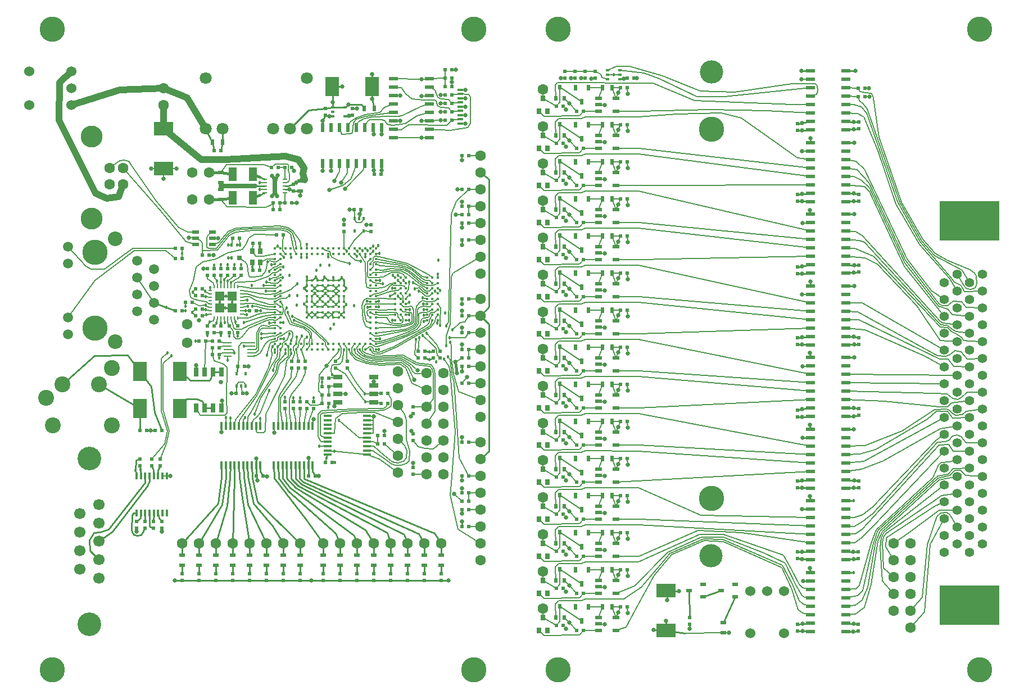
<source format=gtl>
G04 (created by PCBNEW-RS274X (2010-03-14)-final) date Tue 01 Feb 2011 02:56:59 PM EST*
G01*
G70*
G90*
%MOIN*%
G04 Gerber Fmt 3.4, Leading zero omitted, Abs format*
%FSLAX34Y34*%
G04 APERTURE LIST*
%ADD10C,0.001000*%
%ADD11R,0.019700X0.023600*%
%ADD12R,0.023600X0.019700*%
%ADD13R,0.023600X0.035400*%
%ADD14R,0.035400X0.023600*%
%ADD15C,0.063000*%
%ADD16R,0.049200X0.082700*%
%ADD17C,0.149600*%
%ADD18C,0.137800*%
%ADD19C,0.150000*%
%ADD20R,0.078700X0.118100*%
%ADD21R,0.118100X0.078700*%
%ADD22R,0.031500X0.035400*%
%ADD23C,0.070900*%
%ADD24C,0.129900*%
%ADD25C,0.060000*%
%ADD26C,0.015700*%
%ADD27R,0.047200X0.009800*%
%ADD28R,0.032000X0.013000*%
%ADD29R,0.031500X0.010200*%
%ADD30R,0.029500X0.118100*%
%ADD31R,0.023600X0.009800*%
%ADD32R,0.009800X0.023600*%
%ADD33R,0.055100X0.055100*%
%ADD34R,0.021700X0.029500*%
%ADD35R,0.016500X0.023600*%
%ADD36R,0.031500X0.027600*%
%ADD37R,0.015700X0.023600*%
%ADD38R,0.023600X0.015700*%
%ADD39C,0.055000*%
%ADD40R,0.354300X0.236200*%
%ADD41C,0.094500*%
%ADD42R,0.055100X0.019700*%
%ADD43R,0.019700X0.055100*%
%ADD44R,0.027600X0.055100*%
%ADD45R,0.023600X0.033500*%
%ADD46R,0.033500X0.023600*%
%ADD47R,0.042000X0.023600*%
%ADD48R,0.013800X0.039400*%
%ADD49R,0.051200X0.013800*%
%ADD50R,0.013800X0.051200*%
%ADD51R,0.027600X0.035400*%
%ADD52R,0.055100X0.027600*%
%ADD53C,0.140000*%
%ADD54C,0.066900*%
%ADD55C,0.086600*%
%ADD56C,0.059100*%
%ADD57C,0.025000*%
%ADD58C,0.018000*%
%ADD59C,0.010000*%
%ADD60C,0.005000*%
%ADD61C,0.008000*%
%ADD62C,0.015000*%
%ADD63C,0.025000*%
%ADD64C,0.040000*%
G04 APERTURE END LIST*
G54D10*
G54D11*
X00897Y-13300D03*
X00503Y-13300D03*
X00897Y-12900D03*
X00503Y-12900D03*
X00097Y-12500D03*
X-00297Y-12500D03*
X00897Y-12500D03*
X00503Y-12500D03*
X02397Y-14000D03*
X02003Y-14000D03*
X-03797Y-17800D03*
X-03403Y-17800D03*
X-02897Y-17800D03*
X-02503Y-17800D03*
X02297Y-15600D03*
X01903Y-15600D03*
X21314Y-27185D03*
X20920Y-27185D03*
X22514Y-27485D03*
X22120Y-27485D03*
X21314Y-22785D03*
X20920Y-22785D03*
X22514Y-23085D03*
X22120Y-23085D03*
X21314Y-24985D03*
X20920Y-24985D03*
X22514Y-25285D03*
X22120Y-25285D03*
X21314Y-16185D03*
X20920Y-16185D03*
X22514Y-16485D03*
X22120Y-16485D03*
X21314Y-18385D03*
X20920Y-18385D03*
X22514Y-18685D03*
X22120Y-18685D03*
X21314Y-20585D03*
X20920Y-20585D03*
X22514Y-20885D03*
X22120Y-20885D03*
X21314Y-13985D03*
X20920Y-13985D03*
X22514Y-14285D03*
X22120Y-14285D03*
X21314Y-07385D03*
X20920Y-07385D03*
X22514Y-07685D03*
X22120Y-07685D03*
X21314Y-05185D03*
X20920Y-05185D03*
X22514Y-05485D03*
X22120Y-05485D03*
X21314Y-09585D03*
X20920Y-09585D03*
X22514Y-09885D03*
X22120Y-09885D03*
X21314Y-00785D03*
X20920Y-00785D03*
X22514Y-01085D03*
X22120Y-01085D03*
X21314Y-02985D03*
X20920Y-02985D03*
X22514Y-03285D03*
X22120Y-03285D03*
X21314Y-11785D03*
X20920Y-11785D03*
X22514Y-12085D03*
X22120Y-12085D03*
X21314Y01415D03*
X20920Y01415D03*
X22514Y01115D03*
X22120Y01115D03*
X25103Y03100D03*
X25497Y03100D03*
G54D12*
X22600Y03497D03*
X22600Y03103D03*
X38800Y-29303D03*
X38800Y-29697D03*
X35200Y-29303D03*
X35200Y-29697D03*
X23200Y03497D03*
X23200Y03103D03*
X21400Y03497D03*
X21400Y03103D03*
X22000Y03497D03*
X22000Y03103D03*
X35200Y-25003D03*
X35200Y-25397D03*
X38800Y-25003D03*
X38800Y-25397D03*
X38850Y-16503D03*
X38850Y-16897D03*
X35200Y-16603D03*
X35200Y-16997D03*
X35200Y-20803D03*
X35200Y-21197D03*
X38850Y-20803D03*
X38850Y-21197D03*
X38850Y-03803D03*
X38850Y-04197D03*
X35200Y-03803D03*
X35200Y-04197D03*
X35200Y00397D03*
X35200Y00003D03*
X38850Y00497D03*
X38850Y00103D03*
X38850Y-08003D03*
X38850Y-08397D03*
X35200Y-08103D03*
X35200Y-08497D03*
X35200Y-12303D03*
X35200Y-12697D03*
X38850Y-12303D03*
X38850Y-12697D03*
G54D11*
X39197Y02500D03*
X38803Y02500D03*
X39197Y02000D03*
X38803Y02000D03*
G54D12*
X28800Y-28903D03*
X28800Y-29297D03*
G54D11*
X14697Y00600D03*
X14303Y00600D03*
G54D12*
X07200Y00903D03*
X07200Y01297D03*
X08800Y01297D03*
X08800Y00903D03*
G54D11*
X00997Y-01200D03*
X00603Y-01200D03*
X14697Y01100D03*
X14303Y01100D03*
X14697Y01600D03*
X14303Y01600D03*
X14697Y02100D03*
X14303Y02100D03*
X14303Y03100D03*
X14697Y03100D03*
X14697Y03600D03*
X14303Y03600D03*
X14697Y02600D03*
X14303Y02600D03*
X02097Y-06400D03*
X01703Y-06400D03*
G54D12*
X12400Y-18003D03*
X12400Y-18397D03*
X12400Y-20397D03*
X12400Y-20003D03*
X12400Y-16403D03*
X12400Y-16797D03*
G54D11*
X04397Y-02200D03*
X04003Y-02200D03*
X05197Y-02200D03*
X04803Y-02200D03*
X04103Y-04300D03*
X04497Y-04300D03*
X04803Y-04300D03*
X05197Y-04300D03*
X04497Y-04700D03*
X04103Y-04700D03*
G54D12*
X05300Y-03203D03*
X05300Y-03597D03*
G54D11*
X00297Y-07400D03*
X-00097Y-07400D03*
G54D12*
X05690Y-26707D03*
X05690Y-26313D03*
X04690Y-26707D03*
X04690Y-26313D03*
X03690Y-26707D03*
X03690Y-26313D03*
X02690Y-26707D03*
X02690Y-26313D03*
X-04000Y-23597D03*
X-04000Y-23203D03*
X-02500Y-23203D03*
X-02500Y-23597D03*
X-03800Y-19503D03*
X-03800Y-19897D03*
X-03500Y-23203D03*
X-03500Y-23597D03*
X-03000Y-23203D03*
X-03000Y-23597D03*
X01690Y-26707D03*
X01690Y-26313D03*
X00690Y-26707D03*
X00690Y-26313D03*
X-00310Y-26707D03*
X-00310Y-26313D03*
X-01310Y-26707D03*
X-01310Y-26313D03*
G54D11*
X07597Y-19700D03*
X07203Y-19700D03*
X03103Y-20500D03*
X03497Y-20500D03*
X07397Y-15200D03*
X07003Y-15200D03*
X07397Y-14700D03*
X07003Y-14700D03*
X07397Y-15700D03*
X07003Y-15700D03*
X06203Y-20500D03*
X06597Y-20500D03*
G54D12*
X07083Y-26693D03*
X07083Y-26299D03*
X08083Y-26693D03*
X08083Y-26299D03*
X09083Y-26693D03*
X09083Y-26299D03*
X10083Y-26693D03*
X10083Y-26299D03*
X11083Y-26693D03*
X11083Y-26299D03*
X12083Y-26693D03*
X12083Y-26299D03*
X13083Y-26693D03*
X13083Y-26299D03*
X14083Y-26693D03*
X14083Y-26299D03*
X-03100Y-19897D03*
X-03100Y-19503D03*
X-02600Y-19897D03*
X-02600Y-19503D03*
X08300Y-05997D03*
X08300Y-05603D03*
G54D11*
X04697Y-06200D03*
X04303Y-06200D03*
G54D12*
X01000Y-11603D03*
X01000Y-11997D03*
X00600Y-11603D03*
X00600Y-11997D03*
X00200Y-11603D03*
X00200Y-11997D03*
G54D11*
X02703Y-10700D03*
X03097Y-10700D03*
X-00103Y-11000D03*
X-00497Y-11000D03*
G54D12*
X01500Y-11603D03*
X01500Y-11997D03*
G54D11*
X-00103Y-10600D03*
X-00497Y-10600D03*
G54D12*
X02000Y-11603D03*
X02000Y-11997D03*
G54D11*
X-00103Y-09800D03*
X-00497Y-09800D03*
X-00103Y-09400D03*
X-00497Y-09400D03*
G54D12*
X00200Y-08597D03*
X00200Y-08203D03*
G54D11*
X-01303Y-07600D03*
X-01697Y-07600D03*
X-01303Y-07000D03*
X-01697Y-07000D03*
X-01303Y-10700D03*
X-01697Y-10700D03*
G54D12*
X02200Y-08203D03*
X02200Y-08597D03*
G54D11*
X-01097Y-10200D03*
X-00703Y-10200D03*
G54D12*
X01000Y-08597D03*
X01000Y-08203D03*
X00600Y-08597D03*
X00600Y-08203D03*
X01800Y-08597D03*
X01800Y-08203D03*
X01400Y-08597D03*
X01400Y-08203D03*
G54D11*
X03297Y-06700D03*
X02903Y-06700D03*
X02903Y-08300D03*
X03297Y-08300D03*
X13997Y-13100D03*
X13603Y-13100D03*
X12703Y-13100D03*
X13097Y-13100D03*
X13997Y-13500D03*
X13603Y-13500D03*
X12703Y-13500D03*
X13097Y-13500D03*
X15697Y-01500D03*
X15303Y-01500D03*
X15697Y-11000D03*
X15303Y-11000D03*
X15697Y-03500D03*
X15303Y-03500D03*
X15697Y-06500D03*
X15303Y-06500D03*
G54D12*
X08500Y-14097D03*
X08500Y-13703D03*
X07800Y-14097D03*
X07800Y-13703D03*
G54D11*
X09297Y-04700D03*
X08903Y-04700D03*
G54D12*
X09900Y-05603D03*
X09900Y-05997D03*
G54D11*
X15697Y-15000D03*
X15303Y-15000D03*
X15697Y-10000D03*
X15303Y-10000D03*
X15697Y-18500D03*
X15303Y-18500D03*
X15697Y-23500D03*
X15303Y-23500D03*
X15697Y-12000D03*
X15303Y-12000D03*
X15697Y-20500D03*
X15303Y-20500D03*
X15697Y-21500D03*
X15303Y-21500D03*
X15697Y-13000D03*
X15303Y-13000D03*
X15697Y-04500D03*
X15303Y-04500D03*
X10503Y-16200D03*
X10897Y-16200D03*
X10503Y-15600D03*
X10897Y-15600D03*
X07397Y-16200D03*
X07003Y-16200D03*
X10303Y-18100D03*
X10697Y-18100D03*
G54D12*
X06500Y-16103D03*
X06500Y-16497D03*
X06100Y-16103D03*
X06100Y-16497D03*
X05700Y-16103D03*
X05700Y-16497D03*
X05300Y-16103D03*
X05300Y-16497D03*
X06000Y-13703D03*
X06000Y-14097D03*
X04800Y-16103D03*
X04800Y-16497D03*
X05600Y-13703D03*
X05600Y-14097D03*
X05200Y-13703D03*
X05200Y-14097D03*
G54D13*
X24212Y-26085D03*
X23622Y-26085D03*
X24212Y-21685D03*
X23622Y-21685D03*
X24212Y-23885D03*
X23622Y-23885D03*
X24212Y-15085D03*
X23622Y-15085D03*
X24212Y-17285D03*
X23622Y-17285D03*
X24212Y-19485D03*
X23622Y-19485D03*
X24212Y-12885D03*
X23622Y-12885D03*
X24212Y-06285D03*
X23622Y-06285D03*
X24212Y-04085D03*
X23622Y-04085D03*
X24212Y-08485D03*
X23622Y-08485D03*
X24212Y00315D03*
X23622Y00315D03*
X24212Y-01885D03*
X23622Y-01885D03*
X24212Y-10685D03*
X23622Y-10685D03*
X24212Y02515D03*
X23622Y02515D03*
G54D14*
X30800Y-29795D03*
X30800Y-29205D03*
G54D13*
X09505Y01300D03*
X10095Y01300D03*
X00505Y-00700D03*
X01095Y-00700D03*
G54D14*
X01000Y-03505D03*
X01000Y-04095D03*
X01000Y-03095D03*
X01000Y-02505D03*
X05700Y-03595D03*
X05700Y-03005D03*
X05690Y-25215D03*
X05690Y-25805D03*
X04690Y-25215D03*
X04690Y-25805D03*
X03690Y-25215D03*
X03690Y-25805D03*
X02690Y-25215D03*
X02690Y-25805D03*
X01690Y-25215D03*
X01690Y-25805D03*
X00690Y-25215D03*
X00690Y-25805D03*
X-00310Y-25215D03*
X-00310Y-25805D03*
X-01310Y-25215D03*
X-01310Y-25805D03*
X07083Y-25201D03*
X07083Y-25791D03*
X08083Y-25201D03*
X08083Y-25791D03*
X09083Y-25201D03*
X09083Y-25791D03*
X10083Y-25201D03*
X10083Y-25791D03*
X11083Y-25201D03*
X11083Y-25791D03*
X12083Y-25201D03*
X12083Y-25791D03*
X13083Y-25201D03*
X13083Y-25791D03*
X14083Y-25201D03*
X14083Y-25791D03*
G54D15*
X41900Y-24500D03*
X41900Y-25500D03*
X41900Y-26500D03*
X41900Y-27500D03*
X41900Y-28500D03*
X41900Y-29500D03*
X40900Y-24500D03*
X40900Y-25500D03*
X40900Y-26500D03*
X40900Y-27500D03*
X40900Y-28500D03*
G54D16*
X02900Y-04000D03*
X01700Y-04000D03*
X02900Y-02600D03*
X01700Y-02600D03*
G54D17*
X30100Y00068D03*
G54D18*
X30108Y03454D03*
G54D17*
X30100Y-21845D03*
G54D18*
X30084Y-25254D03*
G54D19*
X16000Y-32000D03*
X-09000Y06000D03*
X16000Y06000D03*
X-09000Y-32000D03*
G54D20*
X-03781Y-14300D03*
X-01419Y-14300D03*
X-03781Y-16500D03*
X-01419Y-16500D03*
G54D21*
X27400Y-29681D03*
X27400Y-27319D03*
G54D20*
X07619Y02600D03*
X09981Y02600D03*
G54D21*
X-02400Y-02281D03*
X-02400Y00081D03*
G54D15*
X-02400Y02500D03*
X-02400Y01500D03*
X-00700Y-04100D03*
X00300Y-04100D03*
X-00700Y-02500D03*
X00300Y-02500D03*
X11500Y-14300D03*
X11500Y-15300D03*
X11500Y-16300D03*
X11500Y-17300D03*
X11500Y-18300D03*
X11500Y-19300D03*
X11500Y-20300D03*
X14200Y-20400D03*
X13200Y-20400D03*
X14200Y-19400D03*
X13200Y-19400D03*
X14200Y-18400D03*
X13200Y-18400D03*
X14200Y-17400D03*
X13200Y-17400D03*
X14200Y-16400D03*
X13200Y-16400D03*
X14200Y-15400D03*
X13200Y-15400D03*
X14200Y-14400D03*
X13200Y-14400D03*
X16400Y-01500D03*
X16400Y-02500D03*
X16400Y-04500D03*
X16400Y-05500D03*
X16400Y-06500D03*
X16400Y-07500D03*
X16400Y-08500D03*
X16400Y-03500D03*
X16400Y-10000D03*
X16400Y-11000D03*
X16400Y-13000D03*
X16400Y-14000D03*
X16400Y-15000D03*
X16400Y-16000D03*
X16400Y-17000D03*
X16400Y-12000D03*
X16400Y-18500D03*
X16400Y-19500D03*
X16400Y-21500D03*
X16400Y-22500D03*
X16400Y-23500D03*
X16400Y-24500D03*
X16400Y-25500D03*
X16400Y-20500D03*
G54D22*
X03346Y-07825D03*
X03346Y-07175D03*
X02854Y-07175D03*
X02854Y-07825D03*
G54D23*
X00100Y00100D03*
X01100Y00100D03*
X04100Y00100D03*
X05100Y00100D03*
X06100Y00100D03*
X06100Y03100D03*
X00100Y03100D03*
G54D24*
X-06660Y-00359D03*
X-06660Y-05241D03*
G54D15*
X-05593Y-02237D03*
X-04806Y-02237D03*
X-04806Y-03221D03*
X-05593Y-03221D03*
G54D25*
X34400Y-27350D03*
X33400Y-27350D03*
X32400Y-27350D03*
X32400Y-29850D03*
X34400Y-29850D03*
X-07850Y01500D03*
X-07850Y02500D03*
X-07850Y03500D03*
X-10350Y03500D03*
X-10350Y01500D03*
G54D26*
X04208Y-12993D03*
X04208Y-12678D03*
X04208Y-12363D03*
X04208Y-12048D03*
X04208Y-11733D03*
X04208Y-11418D03*
X04208Y-11103D03*
X04208Y-10788D03*
X04208Y-10473D03*
X04208Y-10158D03*
X04208Y-09843D03*
X04208Y-09528D03*
X04208Y-09213D03*
X04208Y-08898D03*
X04208Y-08583D03*
X04208Y-08268D03*
X04208Y-07953D03*
X04208Y-07638D03*
X04208Y-07323D03*
X04208Y-07008D03*
X04523Y-12993D03*
X04523Y-12678D03*
X04523Y-12363D03*
X04523Y-12048D03*
X04523Y-11733D03*
X04523Y-11418D03*
X04523Y-11103D03*
X04523Y-10788D03*
X04523Y-10473D03*
X04523Y-10158D03*
X04523Y-09843D03*
X04523Y-09528D03*
X04523Y-09213D03*
X04523Y-08898D03*
X04523Y-08583D03*
X04523Y-08268D03*
X04523Y-07953D03*
X04523Y-07638D03*
X04523Y-07323D03*
X04523Y-07008D03*
X04838Y-12993D03*
X04838Y-12678D03*
X04838Y-07323D03*
X04838Y-07008D03*
X05153Y-12993D03*
X05153Y-12678D03*
X05153Y-07323D03*
X05153Y-07008D03*
X05468Y-12993D03*
X05468Y-12678D03*
X05468Y-07323D03*
X05468Y-07008D03*
X05783Y-12993D03*
X05783Y-12678D03*
X05783Y-07323D03*
X05783Y-07008D03*
X06098Y-12993D03*
X06098Y-12678D03*
X06098Y-11103D03*
X06098Y-10788D03*
X06098Y-10473D03*
X06098Y-10158D03*
X06098Y-09843D03*
X06098Y-09528D03*
X06098Y-09213D03*
X06098Y-08898D03*
X06098Y-07323D03*
X06098Y-07008D03*
X06413Y-12993D03*
X06413Y-12678D03*
X06413Y-11103D03*
X06413Y-10788D03*
X06413Y-10473D03*
X06413Y-10158D03*
X06413Y-09843D03*
X06413Y-09528D03*
X06413Y-09213D03*
X06413Y-08898D03*
X06413Y-07323D03*
X06413Y-07008D03*
X06728Y-12993D03*
X06728Y-12678D03*
X06728Y-11103D03*
X06728Y-10788D03*
X06728Y-10473D03*
X06728Y-10158D03*
X06728Y-09843D03*
X06728Y-09528D03*
X06728Y-09213D03*
X06728Y-08898D03*
X06728Y-07323D03*
X06728Y-07008D03*
X07043Y-12993D03*
X07043Y-12678D03*
X07043Y-11103D03*
X07043Y-10788D03*
X07043Y-10473D03*
X07043Y-10158D03*
X07043Y-09843D03*
X07043Y-09528D03*
X07043Y-09213D03*
X07043Y-08898D03*
X07043Y-07323D03*
X07043Y-07008D03*
X07358Y-12993D03*
X07358Y-12678D03*
X07358Y-11103D03*
X07358Y-10788D03*
X07358Y-10473D03*
X07358Y-10158D03*
X07358Y-09843D03*
X07358Y-09528D03*
X07358Y-09213D03*
X07358Y-08898D03*
X07358Y-07323D03*
X07358Y-07008D03*
X07673Y-12993D03*
X07673Y-12678D03*
X07673Y-11103D03*
X07673Y-10788D03*
X07673Y-10473D03*
X07673Y-10158D03*
X07673Y-09843D03*
X07673Y-09528D03*
X07673Y-09213D03*
X07673Y-08898D03*
X07673Y-07323D03*
X07673Y-07008D03*
X07988Y-12993D03*
X07988Y-12678D03*
X07988Y-11103D03*
X07988Y-10788D03*
X07988Y-10473D03*
X07988Y-10158D03*
X07988Y-09843D03*
X07988Y-09528D03*
X07988Y-09213D03*
X07988Y-08898D03*
X07988Y-07323D03*
X07988Y-07008D03*
X08303Y-12993D03*
X08303Y-12678D03*
X08303Y-11103D03*
X08303Y-10788D03*
X08303Y-10473D03*
X08303Y-10158D03*
X08303Y-09843D03*
X08303Y-09528D03*
X08303Y-09213D03*
X08303Y-08898D03*
X08303Y-07323D03*
X08303Y-07008D03*
X08618Y-12993D03*
X08618Y-12678D03*
X08618Y-07323D03*
X08618Y-07008D03*
X08933Y-12993D03*
X08933Y-12678D03*
X08933Y-07323D03*
X08933Y-07008D03*
X09248Y-12993D03*
X09248Y-12678D03*
X09248Y-07323D03*
X09248Y-07008D03*
X09563Y-12993D03*
X09563Y-12678D03*
X09563Y-07323D03*
X09563Y-07008D03*
X09878Y-12993D03*
X09878Y-12678D03*
X09878Y-07323D03*
X09878Y-07008D03*
X10193Y-12993D03*
X10193Y-12678D03*
X10193Y-12363D03*
X10193Y-12048D03*
X10193Y-11733D03*
X10193Y-11418D03*
X10193Y-11103D03*
X10193Y-10788D03*
X10193Y-10473D03*
X10193Y-10158D03*
X10193Y-09843D03*
X10193Y-09528D03*
X10193Y-09213D03*
X10193Y-08898D03*
X10193Y-08583D03*
X10193Y-08268D03*
X10193Y-07953D03*
X10193Y-07638D03*
X10193Y-07323D03*
X10193Y-07008D03*
X09878Y-12363D03*
X09878Y-12048D03*
X09878Y-11733D03*
X09878Y-11418D03*
X09878Y-11103D03*
X09878Y-10788D03*
X09878Y-10473D03*
X09878Y-10158D03*
X09878Y-09843D03*
X09878Y-09528D03*
X09878Y-09213D03*
X09878Y-08898D03*
X09878Y-08583D03*
X09878Y-08268D03*
X09878Y-07953D03*
X09878Y-07638D03*
G54D27*
X01411Y-12608D03*
X01411Y-12804D03*
X01411Y-13000D03*
X01411Y-13196D03*
X01411Y-13392D03*
X02790Y-13392D03*
X02790Y-13196D03*
X02790Y-13000D03*
X02790Y-12804D03*
X02790Y-12608D03*
G54D28*
X15200Y00400D03*
X15200Y00650D03*
X15200Y00900D03*
X15200Y01150D03*
X15200Y01400D03*
X15200Y01650D03*
X15200Y01900D03*
X15200Y02150D03*
X15200Y02400D03*
G54D29*
X04791Y-03694D03*
X04791Y-03497D03*
X04791Y-03300D03*
X04791Y-03103D03*
X04791Y-02906D03*
X03609Y-02906D03*
X03609Y-03103D03*
X03609Y-03300D03*
X03609Y-03497D03*
X03609Y-03694D03*
G54D30*
X04200Y-03300D03*
G54D31*
X00355Y-09511D03*
X00355Y-09708D03*
X00355Y-09905D03*
X00355Y-10102D03*
X00355Y-10298D03*
X00355Y-10495D03*
X00355Y-10692D03*
X00355Y-10889D03*
X02245Y-10889D03*
X02245Y-10692D03*
X02245Y-10495D03*
X02245Y-10298D03*
X02245Y-10102D03*
X02245Y-09905D03*
X02245Y-09708D03*
X02245Y-09511D03*
G54D32*
X00611Y-11145D03*
X00808Y-11145D03*
X01005Y-11145D03*
X01202Y-11145D03*
X01398Y-11145D03*
X01595Y-11145D03*
X01792Y-11145D03*
X01989Y-11145D03*
X01989Y-09255D03*
X01792Y-09255D03*
X01595Y-09255D03*
X01398Y-09255D03*
X01202Y-09255D03*
X01005Y-09255D03*
X00808Y-09255D03*
X00611Y-09255D03*
G54D33*
X00946Y-09846D03*
X00946Y-10554D03*
X01654Y-10554D03*
X01654Y-09846D03*
G54D34*
X20861Y-26716D03*
X21373Y-26716D03*
X21117Y-26054D03*
X20861Y-22316D03*
X21373Y-22316D03*
X21117Y-21654D03*
X20861Y-24516D03*
X21373Y-24516D03*
X21117Y-23854D03*
X20861Y-15716D03*
X21373Y-15716D03*
X21117Y-15054D03*
X20861Y-17916D03*
X21373Y-17916D03*
X21117Y-17254D03*
X20861Y-20116D03*
X21373Y-20116D03*
X21117Y-19454D03*
X20861Y-13516D03*
X21373Y-13516D03*
X21117Y-12854D03*
X20861Y-06916D03*
X21373Y-06916D03*
X21117Y-06254D03*
X20861Y-04716D03*
X21373Y-04716D03*
X21117Y-04054D03*
X20861Y-09116D03*
X21373Y-09116D03*
X21117Y-08454D03*
X20861Y-00316D03*
X21373Y-00316D03*
X21117Y00346D03*
X20861Y-02516D03*
X21373Y-02516D03*
X21117Y-01854D03*
X20861Y-11316D03*
X21373Y-11316D03*
X21117Y-10654D03*
X20861Y01884D03*
X21373Y01884D03*
X21117Y02546D03*
G54D35*
X01636Y-07584D03*
G54D36*
X02089Y-07584D03*
G54D35*
X02148Y-06796D03*
X01636Y-06796D03*
G54D37*
X01944Y-15174D03*
X02200Y-15174D03*
X02456Y-15174D03*
X02456Y-14426D03*
X01944Y-14426D03*
G54D38*
X07626Y01356D03*
X07626Y01100D03*
X07626Y00844D03*
X08374Y00844D03*
X08374Y01356D03*
G54D37*
X09456Y-05226D03*
X09200Y-05226D03*
X08944Y-05226D03*
X08944Y-05974D03*
X09456Y-05974D03*
G54D38*
X24674Y03044D03*
X24674Y03300D03*
X24674Y03556D03*
X23926Y03556D03*
X23926Y03300D03*
X23926Y03044D03*
G54D39*
X43919Y-25035D03*
X44669Y-24535D03*
X43919Y-24035D03*
X44669Y-23535D03*
X43919Y-23035D03*
X44669Y-22535D03*
X43919Y-22035D03*
X44669Y-21535D03*
X43919Y-21035D03*
X44669Y-20535D03*
X43919Y-20035D03*
X44669Y-19535D03*
X43919Y-19035D03*
X44669Y-18535D03*
X43919Y-18035D03*
X44669Y-17535D03*
X43919Y-17035D03*
X44669Y-16535D03*
X43919Y-16035D03*
X44669Y-15535D03*
X43919Y-15035D03*
X44669Y-14535D03*
X43919Y-14035D03*
X44669Y-13535D03*
X43919Y-13035D03*
X44669Y-12535D03*
X43919Y-12035D03*
X44669Y-11535D03*
X43919Y-11035D03*
X44669Y-10535D03*
X43919Y-10035D03*
X44669Y-09535D03*
X43919Y-09035D03*
X44669Y-08535D03*
X45419Y-25035D03*
X46169Y-24535D03*
X45419Y-24035D03*
X46169Y-23535D03*
X45419Y-23035D03*
X46169Y-22535D03*
X45419Y-22035D03*
X46169Y-21535D03*
X45419Y-21035D03*
X46169Y-20535D03*
X45419Y-20035D03*
X46169Y-19535D03*
X45419Y-19035D03*
X46169Y-18535D03*
X45419Y-18035D03*
X46169Y-17535D03*
X45419Y-17035D03*
X46169Y-16535D03*
X45419Y-16035D03*
X46169Y-15535D03*
X45419Y-15035D03*
X46169Y-14535D03*
X45419Y-14035D03*
X46169Y-13535D03*
X45419Y-13035D03*
X46169Y-12535D03*
X45419Y-12035D03*
X46169Y-11535D03*
X45419Y-11035D03*
X46169Y-10535D03*
X45419Y-10035D03*
X46169Y-09535D03*
X45419Y-09035D03*
X46169Y-08535D03*
G54D40*
X45419Y-28185D03*
X45419Y-05385D03*
G54D41*
X-09349Y-15859D03*
X-08404Y-15072D03*
X-06239Y-15072D03*
X-05451Y-14107D03*
X-05451Y-17493D03*
X-08955Y-17493D03*
G54D42*
X38080Y-29735D03*
X38080Y-29235D03*
X38080Y-28735D03*
X38080Y-28235D03*
X38080Y-27735D03*
X38080Y-27235D03*
X38080Y-26735D03*
X38080Y-26235D03*
X35954Y-26235D03*
X35954Y-26735D03*
X35954Y-27235D03*
X35954Y-27735D03*
X35954Y-28235D03*
X35954Y-28735D03*
X35954Y-29235D03*
X35954Y-29735D03*
X38080Y-25485D03*
X38080Y-24985D03*
X38080Y-24485D03*
X38080Y-23985D03*
X38080Y-23485D03*
X38080Y-22985D03*
X38080Y-22485D03*
X38080Y-21985D03*
X35954Y-21985D03*
X35954Y-22485D03*
X35954Y-22985D03*
X35954Y-23485D03*
X35954Y-23985D03*
X35954Y-24485D03*
X35954Y-24985D03*
X35954Y-25485D03*
X38080Y-16985D03*
X38080Y-16485D03*
X38080Y-15985D03*
X38080Y-15485D03*
X38080Y-14985D03*
X38080Y-14485D03*
X38080Y-13985D03*
X38080Y-13485D03*
X35954Y-13485D03*
X35954Y-13985D03*
X35954Y-14485D03*
X35954Y-14985D03*
X35954Y-15485D03*
X35954Y-15985D03*
X35954Y-16485D03*
X35954Y-16985D03*
X38080Y-21235D03*
X38080Y-20735D03*
X38080Y-20235D03*
X38080Y-19735D03*
X38080Y-19235D03*
X38080Y-18735D03*
X38080Y-18235D03*
X38080Y-17735D03*
X35954Y-17735D03*
X35954Y-18235D03*
X35954Y-18735D03*
X35954Y-19235D03*
X35954Y-19735D03*
X35954Y-20235D03*
X35954Y-20735D03*
X35954Y-21235D03*
X38080Y-04235D03*
X38080Y-03735D03*
X38080Y-03235D03*
X38080Y-02735D03*
X38080Y-02235D03*
X38080Y-01735D03*
X38080Y-01235D03*
X38080Y-00735D03*
X35954Y-00735D03*
X35954Y-01235D03*
X35954Y-01735D03*
X35954Y-02235D03*
X35954Y-02735D03*
X35954Y-03235D03*
X35954Y-03735D03*
X35954Y-04235D03*
X38080Y00015D03*
X38080Y00515D03*
X38080Y01015D03*
X38080Y01515D03*
X38080Y02015D03*
X38080Y02515D03*
X38080Y03015D03*
X38080Y03515D03*
X35954Y03515D03*
X35954Y03015D03*
X35954Y02515D03*
X35954Y02015D03*
X35954Y01515D03*
X35954Y01015D03*
X35954Y00515D03*
X35954Y00015D03*
X38080Y-08485D03*
X38080Y-07985D03*
X38080Y-07485D03*
X38080Y-06985D03*
X38080Y-06485D03*
X38080Y-05985D03*
X38080Y-05485D03*
X38080Y-04985D03*
X35954Y-04985D03*
X35954Y-05485D03*
X35954Y-05985D03*
X35954Y-06485D03*
X35954Y-06985D03*
X35954Y-07485D03*
X35954Y-07985D03*
X35954Y-08485D03*
X38080Y-12735D03*
X38080Y-12235D03*
X38080Y-11735D03*
X38080Y-11235D03*
X38080Y-10735D03*
X38080Y-10235D03*
X38080Y-09735D03*
X38080Y-09235D03*
X35954Y-09235D03*
X35954Y-09735D03*
X35954Y-10235D03*
X35954Y-10735D03*
X35954Y-11235D03*
X35954Y-11735D03*
X35954Y-12235D03*
X35954Y-12735D03*
G54D43*
X10550Y00163D03*
X10050Y00163D03*
X09550Y00163D03*
X09050Y00163D03*
X08550Y00163D03*
X08050Y00163D03*
X07550Y00163D03*
X07050Y00163D03*
X07050Y-01963D03*
X07550Y-01963D03*
X08050Y-01963D03*
X08550Y-01963D03*
X09050Y-01963D03*
X09550Y-01963D03*
X10050Y-01963D03*
X10550Y-01963D03*
G54D42*
X13363Y-00450D03*
X13363Y00050D03*
X13363Y00550D03*
X13363Y01050D03*
X13363Y01550D03*
X13363Y02050D03*
X13363Y02550D03*
X13363Y03050D03*
X11237Y03050D03*
X11237Y02550D03*
X11237Y02050D03*
X11237Y01550D03*
X11237Y01050D03*
X11237Y00550D03*
X11237Y00050D03*
X11237Y-00450D03*
G54D44*
X01050Y-14337D03*
X00550Y-14337D03*
X00050Y-14337D03*
X-00450Y-14337D03*
X-00450Y-16463D03*
X00050Y-16463D03*
X00550Y-16463D03*
X01050Y-16463D03*
G54D45*
X22417Y-26898D03*
X22791Y-26072D03*
X22043Y-26072D03*
X22417Y-22498D03*
X22791Y-21672D03*
X22043Y-21672D03*
X22417Y-24698D03*
X22791Y-23872D03*
X22043Y-23872D03*
X22417Y-15898D03*
X22791Y-15072D03*
X22043Y-15072D03*
X22417Y-18098D03*
X22791Y-17272D03*
X22043Y-17272D03*
X22417Y-20298D03*
X22791Y-19472D03*
X22043Y-19472D03*
X22417Y-13698D03*
X22791Y-12872D03*
X22043Y-12872D03*
X22417Y-07098D03*
X22791Y-06272D03*
X22043Y-06272D03*
X22417Y-04898D03*
X22791Y-04072D03*
X22043Y-04072D03*
X22417Y-09298D03*
X22791Y-08472D03*
X22043Y-08472D03*
X22417Y-00498D03*
X22791Y00328D03*
X22043Y00328D03*
X22417Y-02698D03*
X22791Y-01872D03*
X22043Y-01872D03*
X22417Y-11498D03*
X22791Y-10672D03*
X22043Y-10672D03*
X22417Y01702D03*
X22791Y02528D03*
X22043Y02528D03*
G54D46*
X30687Y-27300D03*
X31513Y-27674D03*
X31513Y-26926D03*
X28787Y-27300D03*
X29613Y-27674D03*
X29613Y-26926D03*
G54D47*
X23405Y-26711D03*
X23417Y-27085D03*
X23405Y-27459D03*
X24429Y-27459D03*
X24429Y-26711D03*
X23405Y-22311D03*
X23417Y-22685D03*
X23405Y-23059D03*
X24429Y-23059D03*
X24429Y-22311D03*
X23405Y-24511D03*
X23417Y-24885D03*
X23405Y-25259D03*
X24429Y-25259D03*
X24429Y-24511D03*
X23405Y-15711D03*
X23417Y-16085D03*
X23405Y-16459D03*
X24429Y-16459D03*
X24429Y-15711D03*
X23405Y-17911D03*
X23417Y-18285D03*
X23405Y-18659D03*
X24429Y-18659D03*
X24429Y-17911D03*
X23405Y-20111D03*
X23417Y-20485D03*
X23405Y-20859D03*
X24429Y-20859D03*
X24429Y-20111D03*
X23405Y-13511D03*
X23417Y-13885D03*
X23405Y-14259D03*
X24429Y-14259D03*
X24429Y-13511D03*
X23405Y-06911D03*
X23417Y-07285D03*
X23405Y-07659D03*
X24429Y-07659D03*
X24429Y-06911D03*
X23405Y-04711D03*
X23417Y-05085D03*
X23405Y-05459D03*
X24429Y-05459D03*
X24429Y-04711D03*
X23405Y-09111D03*
X23417Y-09485D03*
X23405Y-09859D03*
X24429Y-09859D03*
X24429Y-09111D03*
X23405Y-00311D03*
X23417Y-00685D03*
X23405Y-01059D03*
X24429Y-01059D03*
X24429Y-00311D03*
X23405Y-02511D03*
X23417Y-02885D03*
X23405Y-03259D03*
X24429Y-03259D03*
X24429Y-02511D03*
X23405Y-11311D03*
X23417Y-11685D03*
X23405Y-12059D03*
X24429Y-12059D03*
X24429Y-11311D03*
X23405Y01889D03*
X23417Y01515D03*
X23405Y01141D03*
X24429Y01141D03*
X24429Y01889D03*
X00512Y-06774D03*
X00512Y-06400D03*
X00512Y-06026D03*
X-00512Y-06026D03*
X-00512Y-06400D03*
X-00512Y-06774D03*
G54D15*
X20117Y-26185D03*
X20117Y-21785D03*
X20117Y-23985D03*
X20117Y-15185D03*
X20117Y-17385D03*
X20117Y-19585D03*
X20117Y-12985D03*
X20117Y-06385D03*
X20117Y-04185D03*
X20117Y-08585D03*
X20117Y00215D03*
X20117Y-01985D03*
X20117Y-10785D03*
X20117Y02415D03*
X03690Y-24510D03*
X04690Y-24510D03*
X05690Y-24510D03*
X02690Y-24510D03*
X01690Y-24510D03*
X00690Y-24510D03*
X-00310Y-24510D03*
X-01310Y-24510D03*
X14083Y-24496D03*
X13083Y-24496D03*
X12083Y-24496D03*
X11083Y-24496D03*
X10083Y-24496D03*
X09083Y-24496D03*
X08083Y-24496D03*
X07083Y-24496D03*
X-01000Y-11500D03*
X-01000Y-12600D03*
G54D48*
X-03228Y-22702D03*
X-02972Y-22702D03*
X-02716Y-22702D03*
X-02460Y-22702D03*
X-02204Y-22702D03*
X-02204Y-20498D03*
X-02460Y-20498D03*
X-02716Y-20498D03*
X-02972Y-20498D03*
X-03228Y-20498D03*
X-03484Y-20498D03*
X-03740Y-20498D03*
X-03996Y-20498D03*
X-03484Y-22702D03*
X-03740Y-22702D03*
X-03996Y-22702D03*
G54D49*
X09669Y-19252D03*
X09669Y-18996D03*
X09669Y-18740D03*
X09669Y-18484D03*
X09669Y-18228D03*
X09669Y-17972D03*
X09669Y-17716D03*
X09669Y-17460D03*
X09669Y-17204D03*
X09669Y-16948D03*
X07331Y-16948D03*
X07331Y-17204D03*
X07331Y-17460D03*
X07331Y-17716D03*
X07331Y-17972D03*
X07331Y-18228D03*
X07331Y-18484D03*
X07331Y-18740D03*
X07331Y-18996D03*
X07331Y-19252D03*
G54D50*
X03352Y-17531D03*
X03096Y-17531D03*
X02840Y-17531D03*
X02584Y-17531D03*
X02328Y-17531D03*
X02072Y-17531D03*
X01816Y-17531D03*
X01560Y-17531D03*
X01304Y-17531D03*
X01048Y-17531D03*
X01048Y-19869D03*
X01304Y-19869D03*
X01560Y-19869D03*
X01816Y-19869D03*
X02072Y-19869D03*
X02328Y-19869D03*
X02584Y-19869D03*
X02840Y-19869D03*
X03096Y-19869D03*
X03352Y-19869D03*
X06452Y-17531D03*
X06196Y-17531D03*
X05940Y-17531D03*
X05684Y-17531D03*
X05428Y-17531D03*
X05172Y-17531D03*
X04916Y-17531D03*
X04660Y-17531D03*
X04404Y-17531D03*
X04148Y-17531D03*
X04148Y-19869D03*
X04404Y-19869D03*
X04660Y-19869D03*
X04916Y-19869D03*
X05172Y-19869D03*
X05428Y-19869D03*
X05684Y-19869D03*
X05940Y-19869D03*
X06196Y-19869D03*
X06452Y-19869D03*
G54D26*
X13860Y-11260D03*
X13545Y-11260D03*
X13230Y-11260D03*
X11970Y-11260D03*
X11655Y-11260D03*
X11340Y-11260D03*
X13860Y-10945D03*
X13545Y-10945D03*
X13230Y-10945D03*
X11970Y-10945D03*
X11655Y-10945D03*
X11340Y-10945D03*
X13860Y-10630D03*
X13545Y-10630D03*
X13230Y-10630D03*
X11970Y-10630D03*
X11655Y-10630D03*
X11340Y-10630D03*
X13860Y-10315D03*
X13545Y-10315D03*
X13230Y-10315D03*
X11970Y-10315D03*
X11655Y-10315D03*
X11340Y-10315D03*
X13860Y-10000D03*
X13545Y-10000D03*
X13230Y-10000D03*
X11970Y-10000D03*
X11655Y-10000D03*
X11340Y-10000D03*
X13860Y-09685D03*
X13545Y-09685D03*
X13230Y-09685D03*
X11970Y-09685D03*
X11655Y-09685D03*
X11340Y-09685D03*
X13860Y-09370D03*
X13545Y-09370D03*
X13230Y-09370D03*
X11970Y-09370D03*
X11655Y-09370D03*
X11340Y-09370D03*
X13860Y-09055D03*
X13545Y-09055D03*
X13230Y-09055D03*
X11970Y-09055D03*
X11655Y-09055D03*
X11340Y-09055D03*
X13860Y-08740D03*
X13545Y-08740D03*
X13230Y-08740D03*
X11970Y-08740D03*
X11655Y-08740D03*
X11340Y-08740D03*
G54D51*
X19861Y-27459D03*
X20373Y-27459D03*
X20117Y-26711D03*
X19861Y-23059D03*
X20373Y-23059D03*
X20117Y-22311D03*
X19861Y-25259D03*
X20373Y-25259D03*
X20117Y-24511D03*
X19861Y-16459D03*
X20373Y-16459D03*
X20117Y-15711D03*
X19861Y-18659D03*
X20373Y-18659D03*
X20117Y-17911D03*
X19861Y-20859D03*
X20373Y-20859D03*
X20117Y-20111D03*
X19861Y-14259D03*
X20373Y-14259D03*
X20117Y-13511D03*
X19861Y-07659D03*
X20373Y-07659D03*
X20117Y-06911D03*
X19861Y-05459D03*
X20373Y-05459D03*
X20117Y-04711D03*
X19861Y-09859D03*
X20373Y-09859D03*
X20117Y-09111D03*
X19861Y-01059D03*
X20373Y-01059D03*
X20117Y-00311D03*
X19861Y-03259D03*
X20373Y-03259D03*
X20117Y-02511D03*
X19861Y-12059D03*
X20373Y-12059D03*
X20117Y-11311D03*
X19861Y01141D03*
X20373Y01141D03*
X20117Y01889D03*
G54D11*
X25114Y-26085D03*
X24720Y-26085D03*
X25114Y-21685D03*
X24720Y-21685D03*
X25114Y-23885D03*
X24720Y-23885D03*
X25114Y-15085D03*
X24720Y-15085D03*
X25114Y-17285D03*
X24720Y-17285D03*
X25114Y-19485D03*
X24720Y-19485D03*
X25114Y-12885D03*
X24720Y-12885D03*
X25114Y-06285D03*
X24720Y-06285D03*
X25114Y-04085D03*
X24720Y-04085D03*
X25114Y-08485D03*
X24720Y-08485D03*
X25114Y00315D03*
X24720Y00315D03*
X25114Y-01885D03*
X24720Y-01885D03*
X25114Y-10685D03*
X24720Y-10685D03*
X25114Y02515D03*
X24720Y02515D03*
G54D47*
X23405Y-28911D03*
X23417Y-29285D03*
X23405Y-29659D03*
X24429Y-29659D03*
X24429Y-28911D03*
G54D13*
X24212Y-28285D03*
X23622Y-28285D03*
G54D45*
X22417Y-29098D03*
X22791Y-28272D03*
X22043Y-28272D03*
G54D11*
X21314Y-29385D03*
X20920Y-29385D03*
G54D34*
X20861Y-28916D03*
X21373Y-28916D03*
X21117Y-28254D03*
G54D15*
X20117Y-28385D03*
G54D51*
X19861Y-29659D03*
X20373Y-29659D03*
X20117Y-28911D03*
G54D11*
X22514Y-29685D03*
X22120Y-29685D03*
X25114Y-28285D03*
X24720Y-28285D03*
G54D52*
X07937Y-14650D03*
X07937Y-15150D03*
X07937Y-15650D03*
X07937Y-16150D03*
X10063Y-16150D03*
X10063Y-15650D03*
X10063Y-15150D03*
X10063Y-14650D03*
G54D11*
X15697Y-05000D03*
X15303Y-05000D03*
X15303Y-05500D03*
X15697Y-05500D03*
X15697Y-13500D03*
X15303Y-13500D03*
X15303Y-14000D03*
X15697Y-14000D03*
X15697Y-22000D03*
X15303Y-22000D03*
X15303Y-22500D03*
X15697Y-22500D03*
X10697Y-18600D03*
X10303Y-18600D03*
X10497Y-02600D03*
X10103Y-02600D03*
G54D19*
X46000Y-32000D03*
X46000Y06000D03*
X21000Y-32000D03*
X21000Y06000D03*
G54D53*
X-06800Y-19480D03*
G54D54*
X-06241Y-22206D03*
X-06241Y-23297D03*
X-06241Y-24387D03*
X-06241Y-25478D03*
X-06241Y-26569D03*
X-07359Y-22752D03*
X-07359Y-23842D03*
X-07359Y-24933D03*
X-07359Y-26023D03*
G54D53*
X-06800Y-29319D03*
G54D17*
X-06451Y-07251D03*
X-06451Y-11751D03*
G54D55*
X-05250Y-06448D03*
X-05250Y-12552D03*
G54D56*
X-08049Y-06891D03*
X-08049Y-12111D03*
X-08049Y-07891D03*
X-08049Y-11111D03*
X-03951Y-07751D03*
X-02951Y-08251D03*
X-03951Y-08751D03*
X-02951Y-09251D03*
X-03951Y-09751D03*
X-02951Y-10251D03*
X-03951Y-10751D03*
X-02951Y-11251D03*
G54D57*
X04044Y-03906D03*
G54D58*
X03859Y-08377D03*
X01854Y-11374D03*
X14014Y-11576D03*
X10421Y-12362D03*
X06098Y-12271D03*
G54D57*
X08357Y-03456D03*
G54D58*
X00101Y-10385D03*
X01251Y-11401D03*
X00367Y-09353D03*
X01615Y-09038D03*
X-00662Y-09598D03*
X00601Y-07989D03*
X00998Y-07986D03*
X01395Y-07986D03*
X01799Y-07986D03*
X-01300Y-07295D03*
X-02240Y-10505D03*
X04969Y-10816D03*
X02539Y-10943D03*
G54D57*
X15297Y-23200D03*
X15603Y-14641D03*
X15320Y-06792D03*
X07266Y-13964D03*
G54D58*
X13784Y-13740D03*
G54D57*
X15309Y-05761D03*
X15301Y-14316D03*
X15305Y-22738D03*
G54D58*
X09563Y-16121D03*
X06501Y-15861D03*
X04731Y-12368D03*
X14739Y-11844D03*
X05160Y-12475D03*
X14368Y-11601D03*
X03857Y-15435D03*
X03740Y-13351D03*
X04997Y-12836D03*
X14574Y-12301D03*
X02998Y-16833D03*
X02424Y-17032D03*
X04067Y-12823D03*
X14459Y-13424D03*
X05169Y-13251D03*
X14383Y-12787D03*
X04833Y-13240D03*
X14589Y-12561D03*
X04367Y-12837D03*
X14244Y-13571D03*
X04693Y-11418D03*
X01572Y-17055D03*
X03883Y-11425D03*
X01319Y-17052D03*
X02476Y-10696D03*
X04910Y-10552D03*
X03757Y-07821D03*
X02595Y-10439D03*
X05231Y-11040D03*
X-02163Y-13200D03*
X00112Y-10638D03*
X03902Y-08837D03*
X00998Y-11428D03*
X02372Y-11420D03*
X03676Y-09546D03*
X00734Y-11447D03*
X03549Y-09199D03*
X00348Y-11383D03*
X00150Y-10936D03*
X03690Y-08994D03*
X12187Y-09020D03*
X09390Y-07153D03*
X09544Y-15652D03*
G54D57*
X14922Y-05004D03*
X14912Y-13729D03*
X15010Y-14409D03*
X14840Y-21580D03*
G54D58*
X05712Y-15856D03*
X11158Y-09369D03*
X09309Y-07757D03*
X05300Y-15866D03*
X07615Y-14498D03*
X06844Y-18750D03*
X09084Y-07468D03*
X11813Y-10162D03*
X11035Y-09829D03*
X09090Y-07165D03*
G54D57*
X12674Y-14225D03*
G54D58*
X05330Y-11278D03*
X-01927Y-13379D03*
X02587Y-10085D03*
X02878Y-10435D03*
G54D57*
X12472Y-14791D03*
X24903Y03061D03*
X24585Y02224D03*
X24583Y00020D03*
X24577Y-02193D03*
X24578Y-04390D03*
X24572Y-06603D03*
X24583Y-08780D03*
X24581Y-10983D03*
X24585Y-13176D03*
X24573Y-15400D03*
X24572Y-17604D03*
X24570Y-19807D03*
X24573Y-22000D03*
X24570Y-24207D03*
X24580Y-26387D03*
X24576Y-28594D03*
X27394Y-29119D03*
X26655Y-29649D03*
X31137Y-29794D03*
X35482Y00012D03*
X35470Y-04208D03*
X35478Y-08492D03*
X35482Y-12716D03*
X35466Y-17004D03*
X35470Y-21204D03*
X35478Y-25428D03*
X35510Y-29712D03*
X35490Y-13994D03*
X35478Y-09733D03*
X35502Y-05498D03*
X35482Y-01229D03*
X35441Y03027D03*
X35522Y-26743D03*
X35485Y-22484D03*
X35499Y-18238D03*
X25121Y-28632D03*
X23781Y-29290D03*
X21472Y-29571D03*
X21472Y-27371D03*
X23781Y-27090D03*
X25121Y-26432D03*
X21472Y-25171D03*
X23781Y-24890D03*
X25121Y-24232D03*
X21472Y-22971D03*
X23781Y-22690D03*
X25121Y-22032D03*
X21472Y-20771D03*
X23781Y-20490D03*
X25121Y-19832D03*
X21472Y-18571D03*
X23781Y-18290D03*
X25121Y-17632D03*
X21472Y-16371D03*
X23781Y-16090D03*
X25121Y-15432D03*
X21472Y-14171D03*
X23781Y-13890D03*
X25121Y-13232D03*
X21472Y-11971D03*
X23781Y-11690D03*
X25121Y-11032D03*
X21472Y-09771D03*
X23781Y-09490D03*
X25121Y-08832D03*
X21472Y-07571D03*
X23781Y-07290D03*
X25121Y-06632D03*
X21472Y-05371D03*
X23781Y-05090D03*
X25121Y-04432D03*
X21472Y-03171D03*
X23781Y-02890D03*
X25121Y-02232D03*
X21472Y-00971D03*
X23781Y-00690D03*
X25121Y-00032D03*
X21472Y01229D03*
X23781Y01510D03*
X25121Y02168D03*
X25687Y03095D03*
X28795Y-29565D03*
X28167Y-27349D03*
X27484Y-27871D03*
X35470Y00423D03*
X35478Y-03773D03*
X35474Y-08073D03*
X35486Y-12281D03*
X35478Y-16549D03*
X35478Y-20756D03*
X35470Y-24988D03*
X35490Y-29256D03*
G54D58*
X24308Y03300D03*
G54D57*
X35947Y-21718D03*
X35943Y-17465D03*
X35943Y-13215D03*
X35963Y-08964D03*
X35953Y-04743D03*
X35963Y-00464D03*
X35949Y-25978D03*
X35438Y03515D03*
X21682Y-02796D03*
X21682Y-00596D03*
X21682Y01604D03*
X21170Y03105D03*
X21682Y-29196D03*
X21682Y-26996D03*
X21682Y-24796D03*
X21682Y-22596D03*
X22968Y03072D03*
X21682Y-20396D03*
X21682Y-18196D03*
X21682Y-15996D03*
X21682Y-13796D03*
X22366Y03089D03*
X21682Y-11596D03*
X21682Y-09396D03*
X21682Y-07196D03*
X21682Y-04996D03*
X21781Y03097D03*
G54D58*
X05084Y-12079D03*
G54D57*
X07447Y-03538D03*
G54D58*
X04107Y-14237D03*
X04796Y-15854D03*
X05813Y-12200D03*
G54D57*
X08149Y-03088D03*
G54D58*
X05499Y-12260D03*
G54D57*
X07747Y-03020D03*
X15511Y00898D03*
X15516Y01392D03*
X15516Y01895D03*
X14045Y02108D03*
X14040Y01610D03*
X14035Y01106D03*
X14045Y00603D03*
X12900Y02044D03*
X14705Y02848D03*
X12891Y00549D03*
X07423Y00843D03*
X07048Y00569D03*
X09069Y01303D03*
X10057Y-00250D03*
X09969Y01866D03*
X09985Y03319D03*
X11641Y02054D03*
X11641Y00553D03*
X08593Y00847D03*
X10550Y-00245D03*
X14949Y03593D03*
X15516Y00403D03*
X15512Y02396D03*
X07624Y01664D03*
X08572Y01542D03*
X08210Y02608D03*
G54D58*
X10328Y-06851D03*
X12157Y-10954D03*
X12179Y-10194D03*
X13033Y-11328D03*
X13036Y-10627D03*
X12968Y-09934D03*
X10363Y-12992D03*
X06561Y-09372D03*
X07197Y-09372D03*
X07832Y-09385D03*
X07832Y-10323D03*
X07207Y-10320D03*
X06568Y-10323D03*
X06884Y-10000D03*
X07520Y-09997D03*
X06558Y-09678D03*
X07204Y-09681D03*
X07826Y-09691D03*
X05498Y-10385D03*
X08891Y-10389D03*
X07715Y-11505D03*
X07490Y-11774D03*
X06683Y-08308D03*
X06918Y-08016D03*
G54D57*
X-03997Y-23802D03*
X-02501Y-23800D03*
G54D58*
X05078Y-08607D03*
X05522Y-09790D03*
G54D57*
X15305Y-01787D03*
X15305Y-04248D03*
X15305Y-10299D03*
X15291Y-10703D03*
X15312Y-12697D03*
X15305Y-18197D03*
X15291Y-21222D03*
G54D58*
X03318Y-06905D03*
X02878Y-08088D03*
X01498Y-12196D03*
X00943Y-10203D03*
X01299Y-09842D03*
X01663Y-10200D03*
X01287Y-10553D03*
X-00696Y-10792D03*
X02828Y-09194D03*
X01810Y-13193D03*
X00895Y-13497D03*
X00196Y-12175D03*
X-00480Y-12488D03*
G54D57*
X-00454Y-13942D03*
X00999Y-14924D03*
X-03153Y-17802D03*
X02644Y-13996D03*
X02547Y-15603D03*
X10694Y-17833D03*
X10058Y-16964D03*
X12283Y-16980D03*
G54D58*
X07362Y-07489D03*
X13366Y-13591D03*
X-01095Y-10703D03*
G54D57*
X09653Y-05600D03*
X09236Y-04974D03*
X08295Y-05317D03*
G54D58*
X01437Y-07575D03*
G54D57*
X03047Y-03319D03*
X00994Y-03308D03*
X02728Y-03309D03*
X01412Y-03296D03*
X04380Y-02680D03*
X04038Y-02709D03*
X04346Y-03900D03*
X05345Y-02396D03*
X07047Y-02396D03*
X07552Y-02390D03*
X10068Y-02355D03*
X05087Y-03496D03*
X05712Y-03878D03*
X00568Y-07401D03*
X03183Y-20779D03*
X06198Y-19448D03*
X03090Y-19466D03*
X14496Y-26691D03*
X06373Y-26691D03*
X-01733Y-26699D03*
X39452Y02502D03*
X39469Y01991D03*
G54D58*
X13880Y-08547D03*
X13829Y-11436D03*
X07770Y-19697D03*
X-03776Y-20134D03*
G54D57*
X38546Y00506D03*
X38539Y-03753D03*
X38567Y-07998D03*
X38525Y-12251D03*
X38559Y-20765D03*
X38503Y-25003D03*
X38531Y-29262D03*
X38552Y-16486D03*
X07745Y-16385D03*
X01050Y-17895D03*
G54D58*
X03342Y-17119D03*
G54D57*
X04154Y-17949D03*
X06488Y-17130D03*
G54D58*
X04189Y-13169D03*
X06097Y-07532D03*
X04362Y-06855D03*
G54D57*
X-02402Y-02858D03*
X-01639Y-02286D03*
X-03145Y-02276D03*
X-01994Y-20491D03*
X00829Y-06400D03*
X-00042Y-08202D03*
G54D58*
X04676Y-08741D03*
X04018Y-07959D03*
X38548Y-26230D03*
X38537Y-21979D03*
G54D57*
X38547Y-17733D03*
X38568Y-13480D03*
X38568Y-09238D03*
X38578Y-04978D03*
X38578Y-00729D03*
X38645Y03513D03*
X05501Y-04289D03*
X-00300Y-11279D03*
G54D58*
X09672Y-10147D03*
X12768Y-12296D03*
X10366Y-10485D03*
X12973Y-12183D03*
X09698Y-10490D03*
X12563Y-12421D03*
X10369Y-10148D03*
X13215Y-12038D03*
X12501Y-09388D03*
X08454Y-07162D03*
X01000Y-08994D03*
X11498Y-09843D03*
X09568Y-07504D03*
X01403Y-08944D03*
X05071Y-09790D03*
X01188Y-08860D03*
X00771Y-08931D03*
X05549Y-09121D03*
X03407Y-12059D03*
X00062Y-09551D03*
X01968Y-06794D03*
X07739Y-19041D03*
X03303Y-03518D03*
X03300Y-03098D03*
G54D57*
X05475Y-03116D03*
G54D58*
X09711Y-07153D03*
X13702Y-09532D03*
X10428Y-08906D03*
X13997Y-09507D03*
X12727Y-09535D03*
X08643Y-07911D03*
X12420Y-09053D03*
X10616Y-09103D03*
X11821Y-08904D03*
X10031Y-06855D03*
X11509Y-08911D03*
X10033Y-07166D03*
X11503Y-08594D03*
X10395Y-07320D03*
G54D57*
X-00907Y-06384D03*
X08651Y-04705D03*
G54D58*
X00090Y-09880D03*
X07385Y-16426D03*
X07999Y-17215D03*
X03407Y-12322D03*
G54D57*
X12906Y03034D03*
X12906Y-00444D03*
G54D58*
X06650Y-08717D03*
X07153Y-08719D03*
X07656Y-08723D03*
X08184Y-08724D03*
X06099Y-08720D03*
X08436Y-09385D03*
X05949Y-09371D03*
X07438Y-08009D03*
X-01101Y-10431D03*
X11194Y-08609D03*
X12159Y-11257D03*
X12205Y-10622D03*
X12192Y-09779D03*
X13035Y-10961D03*
X13003Y-10292D03*
X11166Y-11258D03*
X06195Y-10942D03*
X06601Y-10939D03*
X07192Y-10928D03*
X07596Y-10945D03*
X08150Y-10928D03*
X05948Y-10320D03*
X08450Y-10323D03*
X03361Y-10690D03*
X02003Y-12197D03*
X02378Y-12809D03*
G54D57*
X01056Y-16045D03*
X01652Y-15599D03*
G54D58*
X07003Y-14950D03*
G54D57*
X10064Y-14904D03*
X08390Y-15646D03*
X12292Y-17833D03*
X12409Y-19741D03*
G54D58*
X13371Y-13152D03*
X02208Y-07983D03*
X01429Y-06793D03*
G54D57*
X10532Y-02361D03*
X03740Y-20523D03*
X06819Y-20494D03*
G54D58*
X13904Y-07692D03*
X14299Y-10842D03*
X01003Y-12179D03*
X01412Y-13634D03*
X07279Y-19428D03*
X-04051Y-20158D03*
G54D57*
X15053Y-03499D03*
X15300Y-11719D03*
X15306Y-20776D03*
G54D58*
X04688Y-08114D03*
X04727Y-07545D03*
X05154Y-07546D03*
X05774Y-07546D03*
X06098Y-06771D03*
G54D57*
X38546Y00046D03*
X38539Y-04206D03*
X38553Y-08451D03*
X38560Y-12718D03*
X38544Y-16963D03*
X38552Y-21218D03*
X38531Y-25449D03*
X38517Y-29722D03*
G54D59*
X04229Y-03201D02*
X04044Y-03906D01*
G54D60*
X00355Y-10298D02*
X00198Y-10251D01*
X00198Y-10251D02*
X00128Y-10187D01*
X00128Y-10187D02*
X-00269Y-10105D01*
X-00269Y-10105D02*
X-00622Y-09989D01*
X-00622Y-09989D02*
X-00808Y-09890D01*
X-00808Y-09890D02*
X-00850Y-09512D01*
X-00850Y-09512D02*
X-00640Y-08945D01*
X-00640Y-08945D02*
X-00449Y-08101D01*
X-00069Y-07819D02*
X00697Y-07650D01*
X00697Y-07650D02*
X01406Y-07256D01*
X01406Y-07256D02*
X02281Y-07087D01*
X02281Y-07087D02*
X02467Y-06796D01*
X02467Y-06796D02*
X02676Y-06369D01*
X02676Y-06369D02*
X02995Y-06159D01*
X02995Y-06159D02*
X04303Y-06200D01*
X-00449Y-08101D02*
X-00069Y-07819D01*
X04522Y-07953D02*
X04275Y-08102D01*
X04275Y-08102D02*
X04166Y-08112D01*
X04166Y-08112D02*
X04132Y-08132D01*
X04132Y-08132D02*
X04025Y-08193D01*
X04025Y-08193D02*
X03859Y-08377D01*
X02000Y-11603D02*
X01870Y-11465D01*
X01854Y-11374D02*
X01792Y-11145D01*
X01854Y-11374D02*
X01870Y-11465D01*
X04208Y-11103D02*
X03833Y-11101D01*
X01595Y-11145D02*
X01639Y-11350D01*
X01639Y-11350D02*
X01714Y-11480D01*
X01714Y-11480D02*
X01762Y-11737D01*
X01762Y-11737D02*
X01880Y-11810D01*
X01880Y-11810D02*
X02229Y-11791D01*
X02229Y-11791D02*
X02616Y-11621D01*
X02616Y-11621D02*
X03620Y-11194D01*
X03620Y-11194D02*
X03833Y-11101D01*
X10193Y-10788D02*
X11383Y-10790D01*
X11383Y-10790D02*
X11466Y-10840D01*
X11466Y-10840D02*
X11498Y-10928D01*
X11498Y-10928D02*
X11500Y-11056D01*
X11500Y-11056D02*
X11655Y-11260D01*
X09878Y-10788D02*
X10116Y-10938D01*
X10116Y-10938D02*
X10554Y-10969D01*
X10554Y-10969D02*
X11340Y-10945D01*
X13860Y-10315D02*
X14035Y-10541D01*
X14035Y-10541D02*
X14012Y-11368D01*
X14014Y-11576D02*
X14012Y-11368D01*
X10193Y-12362D02*
X10421Y-12362D01*
X13545Y-10630D02*
X13304Y-10779D01*
X13304Y-10779D02*
X13183Y-10789D01*
X13183Y-10789D02*
X12951Y-10796D01*
X12951Y-10796D02*
X12752Y-10887D01*
X12752Y-10887D02*
X12740Y-11436D01*
X12740Y-11436D02*
X12577Y-11721D01*
X12577Y-11721D02*
X12027Y-12003D01*
X12027Y-12003D02*
X11014Y-12363D01*
X11014Y-12363D02*
X10439Y-12533D01*
X10439Y-12533D02*
X10189Y-12523D01*
X10189Y-12523D02*
X10022Y-12512D01*
X10022Y-12512D02*
X09878Y-12363D01*
X13860Y-10630D02*
X13675Y-10789D01*
X13675Y-10789D02*
X13493Y-10792D01*
X13493Y-10792D02*
X13403Y-10848D01*
X13403Y-10848D02*
X13384Y-10988D01*
X13384Y-10988D02*
X13342Y-11058D01*
X13342Y-11058D02*
X13274Y-11097D01*
X13274Y-11097D02*
X13025Y-11136D01*
X13025Y-11136D02*
X12899Y-11212D01*
X12899Y-11212D02*
X12855Y-11335D01*
X12855Y-11335D02*
X12828Y-11541D01*
X12828Y-11541D02*
X12641Y-11817D01*
X12641Y-11817D02*
X11928Y-12163D01*
X11928Y-12163D02*
X10605Y-12613D01*
X10605Y-12613D02*
X10193Y-12678D01*
X13545Y-10945D02*
X13421Y-11129D01*
X13421Y-11129D02*
X13385Y-11246D01*
X13385Y-11246D02*
X13381Y-11363D01*
X13381Y-11363D02*
X13276Y-11540D01*
X13276Y-11540D02*
X12636Y-11940D01*
X12636Y-11940D02*
X11915Y-12281D01*
X11915Y-12281D02*
X10574Y-12730D01*
X10574Y-12730D02*
X10262Y-12823D01*
X10262Y-12823D02*
X10157Y-12839D01*
X10157Y-12839D02*
X10016Y-12746D01*
X10016Y-12746D02*
X09878Y-12678D01*
X09878Y-12993D02*
X09988Y-13207D01*
X09988Y-13207D02*
X10142Y-13274D01*
X10142Y-13274D02*
X10455Y-13267D01*
X10455Y-13267D02*
X11408Y-12873D01*
X11408Y-12873D02*
X13448Y-11716D01*
X13448Y-11716D02*
X13690Y-11344D01*
X13690Y-11344D02*
X13723Y-11129D01*
X13723Y-11129D02*
X13860Y-10945D01*
X09563Y-12993D02*
X09823Y-12839D01*
X09823Y-12839D02*
X09953Y-12839D01*
X09953Y-12839D02*
X10035Y-12942D01*
X10035Y-12942D02*
X10046Y-13084D01*
X10046Y-13084D02*
X10116Y-13153D01*
X10116Y-13153D02*
X10391Y-13168D01*
X10391Y-13168D02*
X11258Y-12826D01*
X11258Y-12826D02*
X13366Y-11647D01*
X13366Y-11647D02*
X13467Y-11489D01*
X13467Y-11489D02*
X13545Y-11260D01*
X10193Y-11103D02*
X10836Y-11109D01*
X10836Y-11109D02*
X11046Y-11403D01*
X11046Y-11403D02*
X11333Y-11472D01*
X11333Y-11472D02*
X11649Y-11461D01*
X11649Y-11461D02*
X11758Y-11409D01*
X11758Y-11409D02*
X11807Y-11296D01*
X11807Y-11296D02*
X11813Y-11193D01*
X11813Y-11193D02*
X11778Y-11072D01*
X11778Y-11072D02*
X11655Y-10945D01*
X09878Y-11103D02*
X09719Y-10963D01*
X09719Y-10963D02*
X09682Y-10803D01*
X09682Y-10803D02*
X09712Y-10679D01*
X09712Y-10679D02*
X09840Y-10632D01*
X09840Y-10632D02*
X10258Y-10634D01*
X10258Y-10634D02*
X10387Y-10667D01*
X10387Y-10667D02*
X11340Y-10630D01*
X11655Y-10630D02*
X11810Y-10784D01*
X11810Y-10784D02*
X12251Y-10788D01*
X12251Y-10788D02*
X12321Y-10855D01*
X12321Y-10855D02*
X12334Y-10980D01*
X12334Y-10980D02*
X12322Y-11326D01*
X12322Y-11326D02*
X12227Y-11428D01*
X12227Y-11428D02*
X11866Y-11532D01*
X11866Y-11532D02*
X11561Y-11575D01*
X11561Y-11575D02*
X11227Y-11572D01*
X11227Y-11572D02*
X10782Y-11462D01*
X10782Y-11462D02*
X10193Y-11418D01*
X09878Y-11418D02*
X09645Y-11343D01*
X09645Y-11343D02*
X09509Y-10767D01*
X09509Y-10767D02*
X09498Y-10424D01*
X09498Y-10424D02*
X09598Y-10314D01*
X09865Y-10313D02*
X09598Y-10314D01*
X09865Y-10313D02*
X10505Y-10321D01*
X10505Y-10321D02*
X11340Y-10315D01*
X11655Y-10315D02*
X11822Y-10465D01*
X11822Y-10465D02*
X12048Y-10473D01*
X12048Y-10473D02*
X12299Y-10445D01*
X12299Y-10445D02*
X12387Y-10498D01*
X12387Y-10498D02*
X12426Y-10691D01*
X12426Y-10691D02*
X12436Y-11044D01*
X12436Y-11044D02*
X12421Y-11363D01*
X12421Y-11363D02*
X12312Y-11509D01*
X12312Y-11509D02*
X11843Y-11643D01*
X11843Y-11643D02*
X11323Y-11705D01*
X11323Y-11705D02*
X10527Y-11720D01*
X10527Y-11720D02*
X10193Y-11733D01*
X11340Y-10000D02*
X10328Y-09981D01*
X10328Y-09981D02*
X10123Y-10012D01*
X10123Y-10012D02*
X09830Y-10002D01*
X09830Y-10002D02*
X09661Y-09976D01*
X09661Y-09976D02*
X09557Y-10011D01*
X09557Y-10011D02*
X09468Y-10115D01*
X09468Y-10115D02*
X09381Y-10389D01*
X09381Y-10389D02*
X09437Y-11226D01*
X09437Y-11226D02*
X09599Y-11644D01*
X09599Y-11644D02*
X09878Y-11733D01*
X13860Y-10000D02*
X13679Y-10141D01*
X13679Y-10141D02*
X13459Y-10169D01*
X13459Y-10169D02*
X13197Y-10156D01*
X13197Y-10156D02*
X12979Y-10115D01*
X12979Y-10115D02*
X12827Y-10158D01*
X12827Y-10158D02*
X12595Y-10445D01*
X12595Y-10445D02*
X12554Y-10702D01*
X12554Y-10702D02*
X12521Y-11394D01*
X12521Y-11394D02*
X12422Y-11566D01*
X12422Y-11566D02*
X11975Y-11792D01*
X11975Y-11792D02*
X10193Y-12048D01*
X10088Y-12201D02*
X09878Y-12048D01*
X10088Y-12201D02*
X10334Y-12204D01*
X10334Y-12204D02*
X12035Y-11885D01*
X12035Y-11885D02*
X12503Y-11638D01*
X12503Y-11638D02*
X12640Y-11389D01*
X12640Y-11389D02*
X12655Y-10704D01*
X12655Y-10704D02*
X12707Y-10535D01*
X12707Y-10535D02*
X12869Y-10469D01*
X12869Y-10469D02*
X13069Y-10454D01*
X13069Y-10454D02*
X13300Y-10477D01*
X13300Y-10477D02*
X13404Y-10475D01*
X13404Y-10475D02*
X13545Y-10315D01*
X05783Y-12993D02*
X06000Y-13703D01*
X05783Y-12993D02*
X05944Y-12779D01*
X05944Y-12779D02*
X05938Y-12416D01*
X05938Y-12416D02*
X06098Y-12271D01*
X08357Y-03456D02*
X09233Y-02585D01*
X09233Y-02585D02*
X09451Y-02376D01*
X09451Y-02376D02*
X09550Y-01963D01*
X00101Y-10385D02*
X00196Y-10461D01*
X00196Y-10461D02*
X00355Y-10495D01*
X-00703Y-10200D02*
X-00300Y-10405D01*
X-00300Y-10405D02*
X00101Y-10385D01*
X01202Y-11145D02*
X01251Y-11401D01*
X00355Y-09511D02*
X00367Y-09353D01*
X01615Y-09038D02*
X01595Y-09255D01*
X-00497Y-09800D02*
X-00662Y-09598D01*
X-00497Y-09400D02*
X-00662Y-09598D01*
X01615Y-09038D02*
X01838Y-08856D01*
X01838Y-08856D02*
X02052Y-08765D01*
X02052Y-08765D02*
X02200Y-08597D01*
X00600Y-08203D02*
X00601Y-07989D01*
X01000Y-08203D02*
X00998Y-07986D01*
X01400Y-08203D02*
X01395Y-07986D01*
X01800Y-08203D02*
X01799Y-07986D01*
G54D61*
X-03951Y-08751D02*
X-02951Y-10251D01*
X-01303Y-07600D02*
X-01300Y-07295D01*
X-01303Y-07000D02*
X-01300Y-07295D01*
G54D59*
X-02951Y-10251D02*
X-02240Y-10505D01*
X-02240Y-10505D02*
X-01697Y-10700D01*
G54D60*
X06413Y-12678D02*
X06384Y-12030D01*
X06384Y-12030D02*
X06308Y-11890D01*
X06308Y-11890D02*
X05985Y-11657D01*
X02245Y-10889D02*
X02539Y-10943D01*
X05194Y-11413D02*
X04969Y-10816D01*
X05985Y-11657D02*
X05194Y-11413D01*
X04208Y-10788D02*
X03800Y-10819D01*
X03800Y-10819D02*
X03387Y-10881D01*
X03387Y-10881D02*
X03194Y-10921D01*
X03194Y-10921D02*
X02631Y-11153D01*
X02631Y-11153D02*
X01989Y-11145D01*
G54D59*
X15303Y-23500D02*
X15297Y-23200D01*
X15303Y-06500D02*
X15320Y-06792D01*
G54D60*
X07003Y-15700D02*
X06818Y-15455D01*
X06818Y-15455D02*
X06822Y-14500D01*
X06822Y-14500D02*
X07266Y-13964D01*
X07672Y-13475D02*
X07944Y-13193D01*
X07944Y-13193D02*
X07988Y-12992D01*
X07003Y-15700D02*
X07003Y-16200D01*
X15303Y-15000D02*
X15603Y-14641D01*
X06100Y-16103D02*
X06307Y-16292D01*
X06307Y-16292D02*
X06787Y-16292D01*
X06787Y-16292D02*
X07003Y-16200D01*
X07266Y-13964D02*
X07672Y-13475D01*
X07800Y-14097D02*
X08367Y-14446D01*
X08367Y-14446D02*
X09013Y-15384D01*
X09013Y-15384D02*
X09563Y-16121D01*
X09563Y-16121D02*
X10063Y-16150D01*
G54D59*
X15303Y-05500D02*
X15309Y-05761D01*
X15303Y-14000D02*
X15301Y-14316D01*
X15303Y-22500D02*
X15305Y-22738D01*
G54D61*
X10063Y-16150D02*
X10503Y-16200D01*
G54D60*
X06500Y-16103D02*
X06501Y-15861D01*
G54D61*
X16400Y-11000D02*
X15697Y-11000D01*
G54D59*
X16918Y-02909D02*
X16400Y-02500D01*
X16918Y-02909D02*
X16918Y-10463D01*
X16918Y-10463D02*
X16400Y-11000D01*
X16918Y-11515D02*
X16400Y-11000D01*
X16918Y-11515D02*
X16918Y-19029D01*
X16918Y-19029D02*
X16400Y-19500D01*
G54D60*
X04523Y-12363D02*
X04731Y-12368D01*
X15697Y-11000D02*
X15473Y-11371D01*
X15473Y-11371D02*
X15195Y-11401D01*
X15195Y-11401D02*
X14739Y-11844D01*
G54D61*
X15697Y-03500D02*
X16400Y-03500D01*
G54D60*
X15697Y-03500D02*
X14954Y-04214D01*
X14954Y-04214D02*
X14686Y-04976D01*
X14686Y-04976D02*
X14494Y-11358D01*
X14494Y-11358D02*
X14368Y-11601D01*
X05160Y-12475D02*
X05153Y-12678D01*
X05160Y-12475D02*
X05259Y-12244D01*
X05259Y-12244D02*
X05269Y-12067D01*
X05269Y-12067D02*
X05245Y-11971D01*
X05245Y-11971D02*
X05171Y-11919D01*
X05171Y-11919D02*
X05022Y-11909D01*
X05022Y-11909D02*
X04909Y-11979D01*
X04909Y-11979D02*
X04650Y-12162D01*
X04650Y-12162D02*
X04535Y-12209D01*
X04535Y-12209D02*
X04459Y-12203D01*
X04459Y-12203D02*
X04360Y-12292D01*
X04360Y-12292D02*
X04366Y-12442D01*
X04366Y-12442D02*
X04308Y-12514D01*
X04308Y-12514D02*
X04144Y-12524D01*
X04144Y-12524D02*
X03936Y-12619D01*
X03936Y-12619D02*
X03755Y-13181D01*
X02840Y-17531D02*
X02888Y-17219D01*
X02888Y-17219D02*
X03135Y-16991D01*
X03135Y-16991D02*
X03339Y-16773D01*
X03857Y-15435D02*
X03339Y-16773D01*
X03755Y-13181D02*
X03740Y-13351D01*
G54D61*
X16400Y-12000D02*
X15697Y-12000D01*
G54D60*
X15697Y-12000D02*
X15496Y-12314D01*
X15496Y-12314D02*
X14857Y-12314D01*
X14857Y-12314D02*
X14574Y-12301D01*
X04838Y-12678D02*
X04997Y-12836D01*
X04997Y-12836D02*
X05000Y-13391D01*
X05000Y-13391D02*
X04464Y-13856D01*
X04464Y-13856D02*
X04345Y-14406D01*
X04345Y-14406D02*
X03365Y-15870D01*
X03365Y-15870D02*
X02998Y-16833D01*
X02328Y-17531D02*
X02343Y-17157D01*
X02343Y-17157D02*
X02424Y-17032D01*
G54D61*
X16400Y-20500D02*
X15697Y-20500D01*
G54D60*
X15697Y-20500D02*
X15123Y-19438D01*
X15123Y-19438D02*
X14848Y-14961D01*
X14848Y-14961D02*
X14714Y-14502D01*
X14714Y-14502D02*
X14592Y-13619D01*
X04208Y-12678D02*
X04067Y-12823D01*
X14459Y-13424D02*
X14592Y-13619D01*
X01816Y-17531D02*
X01873Y-17167D01*
X01873Y-17167D02*
X03054Y-15683D01*
X03054Y-15683D02*
X03846Y-14065D01*
X03846Y-14065D02*
X04027Y-13340D01*
X04027Y-13340D02*
X04014Y-12985D01*
X04014Y-12985D02*
X04067Y-12823D01*
X16400Y-07500D02*
X14773Y-08459D01*
X14773Y-08459D02*
X14675Y-08713D01*
X14675Y-08713D02*
X14591Y-11497D01*
X05153Y-12993D02*
X05169Y-13251D01*
X14591Y-11497D02*
X14371Y-12190D01*
X14383Y-12787D02*
X14371Y-12190D01*
X05169Y-13251D02*
X05079Y-13472D01*
X05079Y-13472D02*
X04897Y-13675D01*
X04897Y-13675D02*
X04767Y-14619D01*
X04767Y-14619D02*
X03672Y-16846D01*
X03651Y-17842D02*
X03672Y-16846D01*
X03551Y-17932D02*
X03651Y-17842D01*
X03551Y-17932D02*
X03159Y-17927D01*
X03159Y-17927D02*
X03102Y-17870D01*
X03102Y-17870D02*
X03096Y-17531D01*
X16400Y-16000D02*
X15103Y-15495D01*
X15103Y-15495D02*
X14813Y-14461D01*
X14813Y-14461D02*
X14714Y-13764D01*
X14714Y-13764D02*
X14685Y-13558D01*
X14685Y-13558D02*
X14681Y-12735D01*
X04838Y-12993D02*
X04833Y-13240D01*
X14589Y-12561D02*
X14681Y-12735D01*
X04833Y-13240D02*
X04368Y-13798D01*
X04368Y-13798D02*
X04261Y-14321D01*
X04261Y-14321D02*
X03256Y-15849D01*
X03256Y-15849D02*
X02792Y-16696D01*
X02792Y-16696D02*
X02599Y-17021D01*
X02599Y-17021D02*
X02584Y-17531D01*
X16400Y-24500D02*
X15061Y-23665D01*
X15061Y-23665D02*
X14592Y-21636D01*
X14592Y-21636D02*
X14662Y-20959D01*
X14662Y-20959D02*
X14890Y-17860D01*
X14890Y-17860D02*
X14598Y-14420D01*
X04523Y-12678D02*
X04367Y-12837D01*
X14598Y-14420D02*
X14542Y-13995D01*
X14542Y-13995D02*
X14244Y-13571D01*
X02072Y-17531D02*
X02105Y-17190D01*
X02105Y-17190D02*
X03150Y-15730D01*
X03150Y-15730D02*
X04012Y-13961D01*
X04012Y-13961D02*
X04324Y-13442D01*
X04324Y-13442D02*
X04366Y-13149D01*
X04366Y-13149D02*
X04367Y-12837D01*
X04523Y-11418D02*
X04693Y-11418D01*
X01560Y-17531D02*
X01572Y-17055D01*
X04208Y-11418D02*
X03883Y-11425D01*
X01304Y-17531D02*
X01319Y-17052D01*
X02245Y-10692D02*
X02476Y-10696D01*
X02476Y-10696D02*
X02703Y-10700D01*
X06098Y-12993D02*
X06258Y-12811D01*
X06258Y-12811D02*
X06251Y-12579D01*
X06251Y-12579D02*
X06295Y-12296D01*
X06295Y-12296D02*
X06268Y-12034D01*
X06268Y-12034D02*
X05945Y-11752D01*
X04797Y-10899D02*
X04865Y-11016D01*
X04797Y-10899D02*
X04802Y-10663D01*
X04802Y-10663D02*
X04910Y-10552D01*
X04865Y-11016D02*
X05113Y-11494D01*
X05113Y-11494D02*
X05945Y-11752D01*
X04522Y-07638D02*
X04314Y-07789D01*
X04314Y-07789D02*
X04135Y-07794D01*
X03757Y-07821D02*
X03916Y-07743D01*
X02245Y-10495D02*
X02595Y-10439D01*
X03757Y-07821D02*
X03668Y-08346D01*
X03668Y-08346D02*
X03430Y-08648D01*
X03430Y-08648D02*
X02934Y-08721D01*
X02934Y-08721D02*
X02704Y-08689D01*
X02704Y-08689D02*
X02623Y-08523D01*
X02623Y-08523D02*
X02587Y-08019D01*
X02587Y-08019D02*
X02478Y-07850D01*
X02478Y-07850D02*
X02089Y-07584D01*
X03916Y-07743D02*
X04135Y-07794D01*
X-03100Y-19503D02*
X-02317Y-18595D01*
X-02317Y-18595D02*
X-02156Y-17849D01*
X-02156Y-17849D02*
X-02526Y-16636D01*
X-02526Y-16636D02*
X-02519Y-13548D01*
X-02519Y-13548D02*
X-02163Y-13200D01*
X07358Y-12678D02*
X07267Y-12504D01*
X07267Y-12504D02*
X06389Y-11686D01*
X06389Y-11686D02*
X05998Y-11423D01*
X05998Y-11423D02*
X05296Y-11056D01*
X05296Y-11056D02*
X05225Y-11042D01*
X04522Y-08583D02*
X04290Y-08730D01*
X04290Y-08730D02*
X04146Y-08744D01*
X04146Y-08744D02*
X03902Y-08837D01*
X00355Y-10692D02*
X00112Y-10638D01*
X00112Y-10638D02*
X-00103Y-10600D01*
X01000Y-11603D02*
X00998Y-11428D01*
X01005Y-11145D02*
X00998Y-11428D01*
X04523Y-10158D02*
X04668Y-10364D01*
X04668Y-10364D02*
X04701Y-10690D01*
X04701Y-10690D02*
X04674Y-10861D01*
X04674Y-10861D02*
X04600Y-10939D01*
X04600Y-10939D02*
X04405Y-10949D01*
X04405Y-10949D02*
X04093Y-10949D01*
X04093Y-10949D02*
X03518Y-11026D01*
X03518Y-11026D02*
X02372Y-11420D01*
X04207Y-09528D02*
X03676Y-09546D01*
X00600Y-11603D02*
X00734Y-11447D01*
X00808Y-11145D02*
X00734Y-11447D01*
X03549Y-09199D02*
X04207Y-09213D01*
X00200Y-11603D02*
X00348Y-11383D01*
X00348Y-11383D02*
X00564Y-11315D01*
X00564Y-11315D02*
X00611Y-11145D01*
X04522Y-08898D02*
X04354Y-09060D01*
X04354Y-09060D02*
X04051Y-09057D01*
X04051Y-09057D02*
X03690Y-08994D01*
X00150Y-10936D02*
X00355Y-10889D01*
X00150Y-10936D02*
X-00103Y-11000D01*
X04522Y-08268D02*
X04307Y-08425D01*
X04307Y-08425D02*
X04115Y-08431D01*
X04115Y-08431D02*
X03802Y-08668D01*
X03802Y-08668D02*
X02970Y-08965D01*
X02970Y-08965D02*
X01956Y-09016D01*
X01956Y-09016D02*
X01810Y-09063D01*
X01810Y-09063D02*
X01792Y-09255D01*
X04523Y-11103D02*
X04270Y-11264D01*
X04270Y-11264D02*
X03967Y-11233D01*
X03732Y-11267D02*
X02659Y-11752D01*
X02659Y-11752D02*
X02269Y-12239D01*
X02269Y-12239D02*
X02115Y-12384D01*
X02115Y-12384D02*
X01900Y-12381D01*
X01900Y-12381D02*
X01774Y-12230D01*
X01774Y-12230D02*
X01734Y-11930D01*
X01734Y-11930D02*
X01664Y-11799D01*
X01664Y-11799D02*
X01500Y-11603D01*
X01518Y-11624D02*
X01418Y-11356D01*
X01418Y-11356D02*
X01398Y-11145D01*
X03967Y-11233D02*
X03732Y-11267D01*
X11970Y-09685D02*
X12125Y-09442D01*
X12187Y-09020D02*
X12125Y-09442D01*
X09248Y-07008D02*
X09390Y-07153D01*
X08500Y-14097D02*
X09007Y-14936D01*
X09007Y-14936D02*
X09544Y-15652D01*
X09544Y-15652D02*
X10063Y-15650D01*
G54D61*
X10063Y-15650D02*
X10503Y-15600D01*
G54D60*
X14840Y-21580D02*
X15303Y-22000D01*
X15303Y-05000D02*
X14922Y-05004D01*
X15303Y-13500D02*
X15178Y-13618D01*
X14912Y-13729D02*
X15010Y-14409D01*
G54D62*
X14912Y-13729D02*
X15010Y-14409D01*
G54D60*
X14912Y-13729D02*
X15178Y-13618D01*
X05700Y-16103D02*
X05712Y-15856D01*
X11340Y-09370D02*
X11158Y-09369D01*
X08618Y-07323D02*
X08704Y-07475D01*
X08704Y-07475D02*
X08980Y-07700D01*
X08980Y-07700D02*
X09309Y-07757D01*
X08303Y-12992D02*
X08206Y-13714D01*
X08206Y-13714D02*
X08055Y-13876D01*
X08055Y-13876D02*
X07915Y-13899D01*
X07915Y-13899D02*
X07657Y-13904D01*
X07657Y-13904D02*
X07567Y-13986D01*
X07567Y-13986D02*
X07539Y-14260D01*
X07539Y-14260D02*
X07615Y-14498D01*
X07615Y-14498D02*
X07937Y-14650D01*
X07397Y-14700D02*
X07937Y-14650D01*
X05300Y-15866D02*
X05300Y-16103D01*
X07331Y-18740D02*
X06844Y-18750D01*
X11813Y-09847D02*
X11655Y-09685D01*
X08933Y-07323D02*
X09084Y-07468D01*
X11813Y-10162D02*
X11813Y-09847D01*
X11035Y-09829D02*
X11340Y-09685D01*
X08933Y-07008D02*
X09087Y-07169D01*
X09563Y-12677D02*
X09406Y-12871D01*
X09406Y-12871D02*
X09410Y-13097D01*
X09410Y-13097D02*
X09623Y-13250D01*
X09623Y-13250D02*
X10185Y-13389D01*
X10185Y-13389D02*
X11789Y-13326D01*
X11789Y-13326D02*
X12352Y-13654D01*
X12352Y-13654D02*
X12651Y-13813D01*
X12651Y-13813D02*
X13481Y-13903D01*
X13481Y-13903D02*
X13644Y-14138D01*
X13644Y-14138D02*
X13712Y-14433D01*
X13712Y-14433D02*
X13688Y-16665D01*
X13688Y-16665D02*
X13200Y-17400D01*
X08618Y-12992D02*
X08703Y-13286D01*
X08703Y-13286D02*
X09019Y-13604D01*
X09019Y-13604D02*
X09659Y-13851D01*
X09659Y-13851D02*
X10472Y-13936D01*
X10472Y-13936D02*
X11639Y-13885D01*
X11975Y-14120D02*
X11639Y-13885D01*
X11975Y-14120D02*
X12345Y-15009D01*
X12345Y-15009D02*
X13200Y-15400D01*
X08933Y-12992D02*
X08986Y-13193D01*
X08986Y-13193D02*
X09369Y-13508D01*
X09369Y-13508D02*
X09726Y-13635D01*
X09726Y-13635D02*
X10254Y-13708D01*
X10254Y-13708D02*
X11707Y-13653D01*
X11707Y-13653D02*
X12249Y-14007D01*
X12249Y-14007D02*
X12384Y-14295D01*
X12546Y-14433D02*
X13200Y-14400D01*
X12384Y-14295D02*
X12546Y-14433D01*
X09248Y-12677D02*
X09087Y-12887D01*
X09087Y-12887D02*
X09091Y-13121D01*
X09091Y-13121D02*
X09305Y-13319D01*
X09305Y-13319D02*
X09594Y-13481D01*
X09594Y-13481D02*
X10219Y-13601D01*
X10219Y-13601D02*
X11713Y-13536D01*
X11713Y-13536D02*
X12209Y-13835D01*
X12674Y-14225D02*
X12209Y-13835D01*
X-02600Y-19503D02*
X-02217Y-18619D01*
X-02217Y-18619D02*
X-02051Y-17838D01*
X-02051Y-17838D02*
X-02425Y-16560D01*
X-02425Y-16560D02*
X-02419Y-13834D01*
X-02419Y-13834D02*
X-01927Y-13379D01*
X07358Y-12993D02*
X07203Y-12741D01*
X07203Y-12741D02*
X07194Y-12582D01*
X07194Y-12582D02*
X06323Y-11763D01*
X06323Y-11763D02*
X05983Y-11534D01*
X05330Y-11278D02*
X05983Y-11534D01*
X04208Y-10473D02*
X03791Y-10462D01*
X03791Y-10462D02*
X02949Y-10270D01*
X02949Y-10270D02*
X02593Y-10260D01*
X02593Y-10260D02*
X02245Y-10298D01*
X04523Y-10473D02*
X04348Y-10316D01*
X04348Y-10316D02*
X03920Y-10324D01*
X03920Y-10324D02*
X03102Y-10114D01*
X03102Y-10114D02*
X02703Y-09878D01*
X02703Y-09878D02*
X02469Y-09865D01*
X02469Y-09865D02*
X02245Y-09905D01*
X04298Y-09984D02*
X04199Y-10000D01*
X04199Y-10000D02*
X03828Y-10002D01*
X03828Y-10002D02*
X03174Y-09895D01*
X03174Y-09895D02*
X02569Y-09711D01*
X02569Y-09711D02*
X02245Y-09708D01*
X04298Y-09984D02*
X04385Y-09926D01*
X04385Y-09926D02*
X04523Y-09843D01*
X04522Y-09528D02*
X04301Y-09666D01*
X04301Y-09666D02*
X04199Y-09689D01*
X04199Y-09689D02*
X03807Y-09742D01*
X03807Y-09742D02*
X03365Y-09691D01*
X03365Y-09691D02*
X02737Y-09565D01*
X02737Y-09565D02*
X02245Y-09511D01*
X04522Y-09213D02*
X04260Y-09369D01*
X04260Y-09369D02*
X03991Y-09369D01*
X03991Y-09369D02*
X03613Y-09376D01*
X01989Y-09255D02*
X02197Y-09257D01*
X03613Y-09376D02*
X02791Y-09369D01*
X02791Y-09369D02*
X02197Y-09257D01*
X04523Y-10788D02*
X04284Y-10627D01*
X04284Y-10627D02*
X03928Y-10638D01*
X03542Y-10574D02*
X03928Y-10638D01*
X02245Y-10102D02*
X02587Y-10085D01*
X03542Y-10574D02*
X03106Y-10434D01*
X02878Y-10435D02*
X03106Y-10434D01*
X08933Y-12677D02*
X08776Y-12891D01*
X08776Y-12891D02*
X08784Y-13206D01*
X08784Y-13206D02*
X09034Y-13476D01*
X09034Y-13476D02*
X09648Y-13738D01*
X09648Y-13738D02*
X10445Y-13832D01*
X11712Y-13780D02*
X10445Y-13832D01*
X11712Y-13780D02*
X12116Y-14065D01*
X12472Y-14791D02*
X12116Y-14065D01*
G54D61*
X13200Y-20400D02*
X12400Y-20397D01*
G54D60*
X09248Y-12992D02*
X09333Y-13169D01*
X09333Y-13169D02*
X09575Y-13355D01*
X09575Y-13355D02*
X10185Y-13492D01*
X10185Y-13492D02*
X11745Y-13431D01*
X11745Y-13431D02*
X12289Y-13741D01*
X12289Y-13741D02*
X12593Y-13914D01*
X12593Y-13914D02*
X13406Y-13997D01*
X13406Y-13997D02*
X13551Y-14181D01*
X13551Y-14181D02*
X13609Y-14437D01*
X13609Y-14437D02*
X13595Y-15938D01*
X13595Y-15938D02*
X13200Y-16400D01*
G54D61*
X13200Y-16400D02*
X12400Y-16403D01*
G54D60*
X04523Y-11733D02*
X04344Y-11579D01*
X04344Y-11579D02*
X04051Y-11577D01*
X03127Y-12012D02*
X03329Y-11639D01*
X03127Y-12012D02*
X03142Y-12917D01*
X03142Y-12917D02*
X03073Y-12993D01*
X03073Y-12993D02*
X02790Y-13000D01*
X03329Y-11639D02*
X03488Y-11577D01*
X03883Y-11627D02*
X03488Y-11577D01*
X04051Y-11577D02*
X03883Y-11627D01*
X03057Y-13193D02*
X02790Y-13196D01*
X03225Y-13026D02*
X03057Y-13193D01*
X03225Y-13026D02*
X03250Y-12886D01*
X03235Y-12028D02*
X03373Y-11776D01*
X03533Y-11726D02*
X04208Y-11733D01*
X03235Y-12028D02*
X03250Y-12886D01*
X03373Y-11776D02*
X03533Y-11726D01*
X02790Y-13392D02*
X03113Y-13371D01*
X03113Y-13371D02*
X03335Y-13206D01*
X03335Y-13206D02*
X03638Y-12661D01*
X03638Y-12661D02*
X03823Y-12466D01*
X03823Y-12466D02*
X04208Y-12363D01*
X35954Y02515D02*
X30881Y01987D01*
X30881Y01987D02*
X29243Y01999D01*
X29243Y01999D02*
X27002Y03059D01*
X27002Y03059D02*
X26099Y03384D01*
X26099Y03384D02*
X24674Y03556D01*
X35954Y02015D02*
X36342Y02125D01*
X36342Y02125D02*
X36401Y02318D01*
X36401Y02318D02*
X36375Y02677D01*
X36375Y02677D02*
X36233Y02769D01*
X36233Y02769D02*
X35681Y02778D01*
X23926Y03556D02*
X24461Y03806D01*
X24461Y03806D02*
X25244Y03782D01*
X25244Y03782D02*
X27207Y03227D01*
X27207Y03227D02*
X29429Y02318D01*
X29429Y02318D02*
X31465Y02269D01*
X31465Y02269D02*
X34860Y02746D01*
X34860Y02746D02*
X35681Y02778D01*
G54D61*
X24212Y-28285D02*
X24429Y-28911D01*
X24720Y-28285D02*
X24212Y-28285D01*
X24720Y-28285D02*
X24576Y-28594D01*
X24720Y-26085D02*
X24580Y-26387D01*
X24720Y-26085D02*
X24212Y-26085D01*
X24212Y-26085D02*
X24429Y-26711D01*
X24720Y-23885D02*
X24570Y-24207D01*
X24720Y-23885D02*
X24212Y-23885D01*
X24212Y-23885D02*
X24429Y-24511D01*
X24720Y-21685D02*
X24573Y-22000D01*
X24720Y-21685D02*
X24212Y-21685D01*
X24212Y-21685D02*
X24429Y-22311D01*
X24720Y-19485D02*
X24570Y-19807D01*
X24720Y-19485D02*
X24212Y-19485D01*
X24212Y-19485D02*
X24429Y-20111D01*
X24720Y-17285D02*
X24572Y-17604D01*
X24720Y-17285D02*
X24212Y-17285D01*
X24212Y-17285D02*
X24429Y-17911D01*
X24720Y-15085D02*
X24573Y-15400D01*
X24720Y-15085D02*
X24212Y-15085D01*
X24212Y-15085D02*
X24429Y-15711D01*
X24720Y-12885D02*
X24585Y-13176D01*
X24720Y-12885D02*
X24212Y-12885D01*
X24212Y-12885D02*
X24429Y-13511D01*
X24720Y-10685D02*
X24581Y-10983D01*
X24720Y-10685D02*
X24212Y-10685D01*
X24212Y-10685D02*
X24429Y-11311D01*
X24720Y-08485D02*
X24583Y-08780D01*
X24720Y-08485D02*
X24212Y-08485D01*
X24212Y-08485D02*
X24429Y-09111D01*
X24720Y-06285D02*
X24572Y-06603D01*
X24720Y-06285D02*
X24212Y-06285D01*
X24212Y-06285D02*
X24429Y-06911D01*
X24720Y-04085D02*
X24578Y-04390D01*
X24720Y-04085D02*
X24212Y-04085D01*
X24212Y-04085D02*
X24429Y-04711D01*
X24720Y-01885D02*
X24577Y-02193D01*
X24720Y-01885D02*
X24212Y-01885D01*
X24212Y-01885D02*
X24429Y-02511D01*
X24720Y00315D02*
X24583Y00020D01*
X24720Y00315D02*
X24212Y00315D01*
X24212Y00315D02*
X24429Y-00311D01*
X24720Y02515D02*
X24585Y02224D01*
X24720Y02515D02*
X24212Y02515D01*
X24212Y02515D02*
X24429Y01889D01*
X24674Y03044D02*
X24903Y03061D01*
X25103Y03100D02*
X24903Y03061D01*
X24585Y02224D02*
X24429Y01889D01*
X24583Y00020D02*
X24429Y-00311D01*
X24577Y-02193D02*
X24429Y-02511D01*
X24578Y-04390D02*
X24429Y-04711D01*
X24572Y-06603D02*
X24429Y-06911D01*
X24583Y-08780D02*
X24429Y-09111D01*
X24581Y-10983D02*
X24429Y-11311D01*
X24585Y-13176D02*
X24429Y-13511D01*
X24573Y-15400D02*
X24429Y-15711D01*
X24572Y-17604D02*
X24429Y-17911D01*
X24570Y-19807D02*
X24429Y-20111D01*
X24573Y-22000D02*
X24429Y-22311D01*
X24570Y-24207D02*
X24429Y-24511D01*
X24580Y-26387D02*
X24429Y-26711D01*
X24576Y-28594D02*
X24429Y-28911D01*
G54D59*
X27393Y-29681D02*
X27394Y-29050D01*
X27393Y-29681D02*
X26655Y-29649D01*
X28538Y-29842D02*
X27400Y-29681D01*
X35200Y00003D02*
X35482Y00012D01*
X35954Y00015D02*
X35482Y00012D01*
X35200Y-04197D02*
X35470Y-04208D01*
X35954Y-04235D02*
X35470Y-04208D01*
X35200Y-08497D02*
X35478Y-08492D01*
X35954Y-08485D02*
X35478Y-08492D01*
X35200Y-12697D02*
X35482Y-12716D01*
X35954Y-12735D02*
X35482Y-12716D01*
X35200Y-16997D02*
X35466Y-17004D01*
X35954Y-16985D02*
X35466Y-17004D01*
X35200Y-21197D02*
X35470Y-21204D01*
X35954Y-21235D02*
X35470Y-21204D01*
X35200Y-25397D02*
X35478Y-25428D01*
X35954Y-25485D02*
X35478Y-25428D01*
X35200Y-29697D02*
X35510Y-29712D01*
X35954Y-29735D02*
X35510Y-29712D01*
G54D61*
X31137Y-29794D02*
X30800Y-29795D01*
X28538Y-29842D02*
X30800Y-29795D01*
X35954Y-13985D02*
X35490Y-13994D01*
X35954Y-09735D02*
X35478Y-09733D01*
X35954Y-05485D02*
X35502Y-05498D01*
X35502Y-05498D02*
X35514Y-05494D01*
X35954Y-01235D02*
X35482Y-01229D01*
X35954Y03015D02*
X35441Y03027D01*
G54D59*
X35954Y-26735D02*
X35522Y-26743D01*
X35954Y-22485D02*
X35485Y-22484D01*
X35954Y-18235D02*
X35499Y-18238D01*
G54D61*
X23200Y03497D02*
X23521Y03314D01*
X23521Y03314D02*
X23618Y03119D01*
X23618Y03119D02*
X23926Y03044D01*
X21400Y03497D02*
X22000Y03497D01*
X22000Y03497D02*
X22600Y03497D01*
X22600Y03497D02*
X23200Y03497D01*
G54D60*
X44669Y-20535D02*
X43608Y-20735D01*
X43608Y-20735D02*
X40227Y-23799D01*
X40227Y-23799D02*
X39980Y-24358D01*
X39980Y-24358D02*
X39575Y-26936D01*
X39575Y-26936D02*
X39173Y-28299D01*
X39173Y-28299D02*
X38621Y-28692D01*
X38621Y-28692D02*
X38080Y-28735D01*
X44422Y-20065D02*
X45419Y-20035D01*
X44422Y-20065D02*
X44134Y-20398D01*
X44134Y-20398D02*
X43522Y-20515D01*
X43522Y-20515D02*
X43308Y-20695D01*
X43308Y-20695D02*
X39985Y-23740D01*
X39985Y-23740D02*
X39698Y-24506D01*
X39698Y-24506D02*
X39056Y-27312D01*
X39056Y-27312D02*
X38780Y-27605D01*
X38780Y-27605D02*
X38080Y-27735D01*
X43919Y-19035D02*
X39738Y-23442D01*
X39738Y-23442D02*
X39002Y-24178D01*
X39002Y-24178D02*
X38601Y-24480D01*
X38601Y-24480D02*
X38080Y-24485D01*
X46169Y-18535D02*
X45216Y-18535D01*
X45216Y-18535D02*
X44915Y-18163D01*
X44915Y-18163D02*
X44674Y-18083D01*
X44674Y-18083D02*
X44403Y-18123D01*
X44403Y-18123D02*
X44173Y-18394D01*
X44173Y-18394D02*
X43952Y-18484D01*
X43952Y-18484D02*
X43520Y-18494D01*
X43520Y-18494D02*
X39680Y-22723D01*
X39680Y-22723D02*
X39077Y-23216D01*
X39077Y-23216D02*
X38567Y-23492D01*
X38567Y-23492D02*
X38080Y-23485D01*
X44669Y-17535D02*
X43681Y-17691D01*
X43681Y-17691D02*
X40288Y-19599D01*
X40288Y-19599D02*
X39003Y-20090D01*
X39003Y-20090D02*
X38080Y-20235D01*
X44389Y-17067D02*
X45419Y-17035D01*
X44105Y-16680D02*
X44389Y-17067D01*
X44105Y-16680D02*
X43443Y-16680D01*
X43443Y-16680D02*
X42911Y-17122D01*
X42911Y-17122D02*
X39846Y-18929D01*
X39846Y-18929D02*
X38907Y-19218D01*
X38907Y-19218D02*
X38080Y-19235D01*
X45419Y-16035D02*
X44348Y-16172D01*
X44348Y-16172D02*
X44104Y-16388D01*
X44104Y-16388D02*
X43595Y-16395D01*
X43595Y-16395D02*
X40340Y-16074D01*
X40340Y-16074D02*
X38080Y-15985D01*
X43919Y-15035D02*
X38080Y-14985D01*
X24429Y-29659D02*
X25029Y-29463D01*
X25029Y-29463D02*
X25573Y-28467D01*
X25573Y-28467D02*
X26690Y-26394D01*
X26690Y-26394D02*
X27738Y-25178D01*
X27738Y-25178D02*
X29680Y-24354D01*
X29680Y-24354D02*
X30801Y-24402D01*
X30801Y-24402D02*
X34259Y-25928D01*
X34259Y-25928D02*
X34883Y-27254D01*
X34883Y-27254D02*
X35235Y-28442D01*
X35235Y-28442D02*
X35502Y-28626D01*
X35502Y-28626D02*
X35954Y-28735D01*
X24429Y-09859D02*
X25807Y-09864D01*
X35954Y-10735D02*
X25807Y-09864D01*
X24429Y-05459D02*
X25807Y-05464D01*
X35954Y-06485D02*
X25807Y-05464D01*
X24429Y-03259D02*
X25807Y-03264D01*
X35954Y-03235D02*
X25807Y-03264D01*
X24429Y-01059D02*
X25807Y-01064D01*
X25807Y-01064D02*
X35954Y-02235D01*
X24429Y-25259D02*
X25807Y-25264D01*
X25807Y-25264D02*
X29294Y-23726D01*
X29294Y-23726D02*
X31915Y-23858D01*
X31915Y-23858D02*
X35954Y-24485D01*
X24429Y-23059D02*
X25807Y-23064D01*
X35954Y-23485D02*
X25807Y-23064D01*
X24429Y-20859D02*
X35954Y-20235D01*
X24429Y-18659D02*
X25807Y-18664D01*
X35954Y-19235D02*
X25807Y-18664D01*
X24429Y-16459D02*
X25807Y-16464D01*
X25807Y-16464D02*
X35954Y-15985D01*
X24429Y-14259D02*
X25807Y-14264D01*
X25807Y-14264D02*
X35954Y-14985D01*
X24429Y-12059D02*
X25807Y-12064D01*
X25807Y-12064D02*
X35954Y-11735D01*
X46169Y-20535D02*
X45170Y-20458D01*
X44880Y-20155D02*
X45170Y-20458D01*
X44526Y-20163D02*
X44880Y-20155D01*
X44248Y-20474D02*
X44526Y-20163D01*
X44248Y-20474D02*
X43525Y-20651D01*
X43525Y-20651D02*
X40118Y-23757D01*
X40118Y-23757D02*
X39842Y-24409D01*
X39842Y-24409D02*
X39357Y-27120D01*
X39357Y-27120D02*
X39023Y-27873D01*
X39023Y-27873D02*
X38638Y-28182D01*
X38638Y-28182D02*
X38080Y-28235D01*
X44669Y-19535D02*
X44211Y-19673D01*
X44211Y-19673D02*
X43727Y-19688D01*
X43727Y-19688D02*
X43562Y-19843D01*
X43562Y-19843D02*
X43228Y-20617D01*
X43228Y-20617D02*
X39884Y-23690D01*
X39884Y-23690D02*
X39583Y-24501D01*
X39583Y-24501D02*
X38855Y-27019D01*
X38855Y-27019D02*
X38655Y-27195D01*
X38655Y-27195D02*
X38080Y-27235D01*
X45419Y-19035D02*
X44444Y-19036D01*
X44444Y-19036D02*
X44173Y-18645D01*
X44173Y-18645D02*
X43610Y-18665D01*
X43610Y-18665D02*
X39044Y-23677D01*
X39044Y-23677D02*
X38634Y-23927D01*
X38634Y-23927D02*
X38080Y-23985D01*
X43919Y-18035D02*
X43420Y-18394D01*
X43420Y-18394D02*
X39663Y-22330D01*
X39663Y-22330D02*
X39086Y-22790D01*
X39086Y-22790D02*
X38559Y-22965D01*
X38559Y-22965D02*
X38080Y-22985D01*
X43919Y-17035D02*
X39138Y-19652D01*
X39138Y-19652D02*
X38080Y-19735D01*
X46169Y-16535D02*
X45191Y-16666D01*
X45191Y-16666D02*
X44982Y-16876D01*
X44982Y-16876D02*
X44564Y-16917D01*
X44564Y-16917D02*
X44383Y-16785D01*
X44383Y-16785D02*
X44188Y-16597D01*
X44188Y-16597D02*
X44027Y-16541D01*
X44027Y-16541D02*
X43344Y-16555D01*
X43344Y-16555D02*
X41420Y-17852D01*
X41420Y-17852D02*
X39189Y-18702D01*
X39189Y-18702D02*
X38080Y-18735D01*
X46169Y-15535D02*
X45275Y-15544D01*
X45275Y-15544D02*
X44947Y-15844D01*
X44947Y-15844D02*
X44690Y-15962D01*
X44690Y-15962D02*
X44390Y-15900D01*
X44390Y-15900D02*
X44083Y-15635D01*
X44083Y-15635D02*
X43351Y-15607D01*
X43351Y-15607D02*
X38080Y-15485D01*
X44669Y-14535D02*
X38080Y-14485D01*
X43919Y-14035D02*
X42786Y-13418D01*
X42786Y-13418D02*
X39217Y-11850D01*
X39217Y-11850D02*
X38080Y-11735D01*
X46169Y-13535D02*
X45261Y-13557D01*
X45261Y-13557D02*
X44899Y-13146D01*
X44899Y-13146D02*
X44550Y-13056D01*
X44550Y-13056D02*
X44216Y-13348D01*
X44216Y-13348D02*
X43958Y-13418D01*
X43958Y-13418D02*
X43511Y-13355D01*
X43511Y-13355D02*
X38778Y-10755D01*
X38778Y-10755D02*
X38080Y-10735D01*
X44669Y-12535D02*
X43654Y-12465D01*
X42269Y-10404D02*
X43654Y-12465D01*
X39942Y-07922D02*
X39193Y-07556D01*
X39193Y-07556D02*
X38080Y-07485D01*
X42269Y-10404D02*
X39942Y-07922D01*
X45419Y-12035D02*
X44598Y-11931D01*
X44598Y-11931D02*
X44354Y-11812D01*
X44354Y-11812D02*
X44142Y-11605D01*
X44142Y-11605D02*
X43993Y-11573D01*
X43993Y-11573D02*
X43720Y-11522D01*
X43541Y-11364D02*
X39156Y-06647D01*
X39156Y-06647D02*
X38866Y-06522D01*
X38866Y-06522D02*
X38080Y-06485D01*
X43720Y-11522D02*
X43541Y-11364D01*
X43919Y-11035D02*
X41552Y-08085D01*
X41552Y-08085D02*
X39472Y-03635D01*
X39472Y-03635D02*
X39187Y-03327D01*
X39187Y-03327D02*
X38080Y-03235D01*
X46169Y-10535D02*
X45196Y-10517D01*
X45196Y-10517D02*
X44931Y-10155D01*
X44931Y-10155D02*
X44437Y-10143D01*
X44437Y-10143D02*
X44112Y-10396D01*
X44112Y-10396D02*
X43806Y-10398D01*
X43806Y-10398D02*
X43598Y-10311D01*
X43598Y-10311D02*
X41590Y-07689D01*
X41590Y-07689D02*
X39450Y-03110D01*
X39450Y-03110D02*
X38727Y-02326D01*
X38727Y-02326D02*
X38080Y-02235D01*
X38080Y01015D02*
X38778Y01001D01*
X38778Y01001D02*
X39129Y00790D01*
X39970Y-01214D02*
X39129Y00790D01*
X44669Y-09535D02*
X44243Y-08814D01*
X44243Y-08814D02*
X42440Y-06784D01*
X41041Y-04365D02*
X42440Y-06784D01*
X39970Y-01214D02*
X41041Y-04365D01*
X45419Y-09035D02*
X44960Y-08293D01*
X44960Y-08293D02*
X43322Y-07422D01*
X43322Y-07422D02*
X42569Y-06586D01*
X42569Y-06586D02*
X41254Y-04255D01*
X38080Y02015D02*
X38803Y02000D01*
X41254Y-04255D02*
X39341Y01247D01*
X39341Y01247D02*
X39092Y01555D01*
X39092Y01555D02*
X38877Y01770D01*
X38877Y01770D02*
X38803Y02000D01*
X20861Y-28916D02*
X20849Y-28116D01*
X20849Y-28116D02*
X20914Y-28023D01*
X21041Y-27910D02*
X20914Y-28023D01*
X21041Y-27910D02*
X22376Y-27919D01*
X22376Y-27919D02*
X22633Y-27809D01*
X22633Y-27809D02*
X24910Y-27808D01*
X24910Y-27808D02*
X25944Y-27115D01*
X25944Y-27115D02*
X27652Y-25105D01*
X27652Y-25105D02*
X29628Y-24252D01*
X29628Y-24252D02*
X30777Y-24268D01*
X30777Y-24268D02*
X34309Y-25808D01*
X34309Y-25808D02*
X34902Y-26923D01*
X34902Y-26923D02*
X35308Y-27893D01*
X35308Y-27893D02*
X35523Y-28108D01*
X35523Y-28108D02*
X35954Y-28235D01*
X22633Y-05809D02*
X25775Y-05808D01*
X22376Y-05919D02*
X22633Y-05809D01*
X21041Y-05910D02*
X22376Y-05919D01*
X21041Y-05910D02*
X20914Y-06023D01*
X20849Y-06116D02*
X20914Y-06023D01*
X20861Y-06916D02*
X20849Y-06116D01*
X35954Y-06985D02*
X25775Y-05808D01*
X22633Y-01409D02*
X25775Y-01408D01*
X22376Y-01519D02*
X22633Y-01409D01*
X21041Y-01510D02*
X22376Y-01519D01*
X21041Y-01510D02*
X20914Y-01623D01*
X20849Y-01716D02*
X20914Y-01623D01*
X20861Y-02516D02*
X20849Y-01716D01*
X35954Y-02735D02*
X25775Y-01408D01*
X20958Y02816D02*
X26639Y02796D01*
X20958Y02816D02*
X20914Y02777D01*
X20849Y02684D02*
X20914Y02777D01*
X20861Y01884D02*
X20849Y02684D01*
X26639Y02796D02*
X29104Y01751D01*
X29104Y01751D02*
X34916Y01541D01*
X34916Y01541D02*
X35954Y01515D01*
X22633Y-23409D02*
X25775Y-23408D01*
X22376Y-23519D02*
X22633Y-23409D01*
X21041Y-23510D02*
X22376Y-23519D01*
X21041Y-23510D02*
X20914Y-23623D01*
X20849Y-23716D02*
X20914Y-23623D01*
X20861Y-24516D02*
X20849Y-23716D01*
X35954Y-23985D02*
X25775Y-23408D01*
X22633Y-12409D02*
X25775Y-12408D01*
X22376Y-12519D02*
X22633Y-12409D01*
X21041Y-12510D02*
X22376Y-12519D01*
X21041Y-12510D02*
X20914Y-12623D01*
X20849Y-12716D02*
X20914Y-12623D01*
X20861Y-13516D02*
X20849Y-12716D01*
X25775Y-12408D02*
X35954Y-14485D01*
X22633Y-10209D02*
X25775Y-10208D01*
X22376Y-10319D02*
X22633Y-10209D01*
X21041Y-10310D02*
X22376Y-10319D01*
X21041Y-10310D02*
X20914Y-10423D01*
X20849Y-10516D02*
X20914Y-10423D01*
X20861Y-11316D02*
X20849Y-10516D01*
X25775Y-10208D02*
X35954Y-11235D01*
X45419Y-14035D02*
X44480Y-14017D01*
X44480Y-14017D02*
X44132Y-13571D01*
X44132Y-13571D02*
X43630Y-13585D01*
X43630Y-13585D02*
X38827Y-11236D01*
X38827Y-11236D02*
X38080Y-11235D01*
X43919Y-13035D02*
X39036Y-10225D01*
X39036Y-10225D02*
X38080Y-10235D01*
X46169Y-12535D02*
X45367Y-12521D01*
X45367Y-12521D02*
X45069Y-12487D01*
X45069Y-12487D02*
X44912Y-12269D01*
X39716Y-07463D02*
X43683Y-11663D01*
X39716Y-07463D02*
X38618Y-07010D01*
X38618Y-07010D02*
X38080Y-06985D01*
X44912Y-12269D02*
X44682Y-12116D01*
X44682Y-12116D02*
X44341Y-11938D01*
X44341Y-11938D02*
X44089Y-11696D01*
X44089Y-11696D02*
X43683Y-11663D01*
X44669Y-11535D02*
X43841Y-11442D01*
X43841Y-11442D02*
X43679Y-11353D01*
X43679Y-11353D02*
X39029Y-06222D01*
X39029Y-06222D02*
X38652Y-06005D01*
X38652Y-06005D02*
X38080Y-05985D01*
X45419Y-11035D02*
X44389Y-10950D01*
X44389Y-10950D02*
X44100Y-10601D01*
X44100Y-10601D02*
X43557Y-10423D01*
X43557Y-10423D02*
X41568Y-07881D01*
X41568Y-07881D02*
X39477Y-03408D01*
X39477Y-03408D02*
X39004Y-02976D01*
X39004Y-02976D02*
X38534Y-02735D01*
X38534Y-02735D02*
X38080Y-02735D01*
X43919Y-10035D02*
X43132Y-09502D01*
X41701Y-07651D02*
X39185Y-02314D01*
X39185Y-02314D02*
X38655Y-01832D01*
X38655Y-01832D02*
X38080Y-01735D01*
X43132Y-09502D02*
X41701Y-07651D01*
X46169Y-09535D02*
X45114Y-09569D01*
X45114Y-09569D02*
X44898Y-09193D01*
X44898Y-09193D02*
X44519Y-09006D01*
X44519Y-09006D02*
X44300Y-08724D01*
X44300Y-08724D02*
X42462Y-06620D01*
X42462Y-06620D02*
X41131Y-04245D01*
X41131Y-04245D02*
X39306Y01021D01*
X39306Y01021D02*
X38970Y01392D01*
X38970Y01392D02*
X38534Y01520D01*
X38534Y01520D02*
X38080Y01515D01*
X44669Y-08535D02*
X45058Y-09200D01*
X45058Y-09200D02*
X45211Y-09360D01*
X45211Y-09360D02*
X45441Y-09430D01*
X45441Y-09430D02*
X45637Y-09395D01*
X45637Y-09395D02*
X45769Y-09297D01*
X45769Y-09297D02*
X45825Y-09074D01*
X45825Y-09074D02*
X45804Y-08635D01*
X45804Y-08635D02*
X45706Y-08468D01*
X45706Y-08468D02*
X45441Y-08259D01*
X45441Y-08259D02*
X44072Y-07706D01*
X44072Y-07706D02*
X43358Y-07311D01*
X43358Y-07311D02*
X42621Y-06473D01*
X42621Y-06473D02*
X41377Y-04264D01*
X38080Y02515D02*
X38803Y02500D01*
X38803Y02500D02*
X38911Y02310D01*
X38911Y02310D02*
X39260Y02235D01*
X39260Y02235D02*
X39539Y02206D01*
X39539Y02206D02*
X39649Y02124D01*
X39649Y02124D02*
X39701Y01903D01*
X39701Y01903D02*
X40022Y-00394D01*
X40022Y-00394D02*
X41377Y-04264D01*
X22633Y-08009D02*
X25775Y-08008D01*
X22376Y-08119D02*
X22633Y-08009D01*
X21041Y-08110D02*
X22376Y-08119D01*
X21041Y-08110D02*
X20914Y-08223D01*
X20849Y-08316D02*
X20914Y-08223D01*
X20861Y-09116D02*
X20849Y-08316D01*
X35954Y-10235D02*
X25775Y-08008D01*
X24429Y-07659D02*
X25807Y-07664D01*
X35954Y-07485D02*
X25807Y-07664D01*
X22633Y-03609D02*
X25775Y-03608D01*
X22376Y-03719D02*
X22633Y-03609D01*
X21041Y-03710D02*
X22376Y-03719D01*
X21041Y-03710D02*
X20914Y-03823D01*
X20849Y-03916D02*
X20914Y-03823D01*
X20861Y-04716D02*
X20849Y-03916D01*
X35954Y-05985D02*
X25775Y-03608D01*
G54D61*
X25114Y-28285D02*
X25121Y-28632D01*
X23417Y-29285D02*
X23781Y-29290D01*
X21314Y-29385D02*
X21472Y-29571D01*
X21314Y-27185D02*
X21472Y-27371D01*
X23417Y-27085D02*
X23781Y-27090D01*
X25114Y-26085D02*
X25121Y-26432D01*
X21314Y-24985D02*
X21472Y-25171D01*
X23417Y-24885D02*
X23781Y-24890D01*
X25114Y-23885D02*
X25121Y-24232D01*
X21314Y-22785D02*
X21472Y-22971D01*
X23417Y-22685D02*
X23781Y-22690D01*
X25114Y-21685D02*
X25121Y-22032D01*
X21314Y-20585D02*
X21472Y-20771D01*
X23417Y-20485D02*
X23781Y-20490D01*
X25114Y-19485D02*
X25121Y-19832D01*
X21314Y-18385D02*
X21472Y-18571D01*
X23417Y-18285D02*
X23781Y-18290D01*
X25114Y-17285D02*
X25121Y-17632D01*
X21314Y-16185D02*
X21472Y-16371D01*
X23417Y-16085D02*
X23781Y-16090D01*
X25114Y-15085D02*
X25121Y-15432D01*
X21314Y-13985D02*
X21472Y-14171D01*
X23417Y-13885D02*
X23781Y-13890D01*
X25114Y-12885D02*
X25121Y-13232D01*
X21314Y-11785D02*
X21472Y-11971D01*
X23417Y-11685D02*
X23781Y-11690D01*
X25114Y-10685D02*
X25121Y-11032D01*
X21314Y-09585D02*
X21472Y-09771D01*
X23417Y-09485D02*
X23781Y-09490D01*
X25114Y-08485D02*
X25121Y-08832D01*
X21314Y-07385D02*
X21472Y-07571D01*
X23417Y-07285D02*
X23781Y-07290D01*
X25114Y-06285D02*
X25121Y-06632D01*
X21314Y-05185D02*
X21472Y-05371D01*
X23417Y-05085D02*
X23781Y-05090D01*
X25114Y-04085D02*
X25121Y-04432D01*
X21314Y-02985D02*
X21472Y-03171D01*
X23417Y-02885D02*
X23781Y-02890D01*
X25114Y-01885D02*
X25121Y-02232D01*
X21314Y-00785D02*
X21472Y-00971D01*
X23417Y-00685D02*
X23781Y-00690D01*
X25114Y00315D02*
X25121Y-00032D01*
X21314Y01415D02*
X21472Y01229D01*
X23417Y01515D02*
X23781Y01510D01*
X25114Y02515D02*
X25121Y02168D01*
X25497Y03100D02*
X25687Y03095D01*
G54D59*
X28800Y-29297D02*
X28795Y-29565D01*
X27400Y-27319D02*
X28167Y-27349D01*
X27493Y-27323D02*
X27484Y-27871D01*
X35200Y00397D02*
X35470Y00423D01*
X35954Y00515D02*
X35470Y00423D01*
X35200Y-03803D02*
X35478Y-03773D01*
X35954Y-03735D02*
X35478Y-03773D01*
X35200Y-08103D02*
X35474Y-08073D01*
X35954Y-07985D02*
X35474Y-08073D01*
X35200Y-12303D02*
X35486Y-12281D01*
X35954Y-12235D02*
X35486Y-12281D01*
X35200Y-16603D02*
X35478Y-16549D01*
X35954Y-16485D02*
X35478Y-16549D01*
X35200Y-20803D02*
X35478Y-20756D01*
X35954Y-20735D02*
X35478Y-20756D01*
X35200Y-25003D02*
X35470Y-24988D01*
X35954Y-24985D02*
X35470Y-24988D01*
X35200Y-29303D02*
X35490Y-29256D01*
X35954Y-29235D02*
X35490Y-29256D01*
G54D61*
X24674Y03300D02*
X24308Y03300D01*
X24308Y03300D02*
X23926Y03300D01*
G54D59*
X35954Y-21985D02*
X35947Y-21718D01*
X35954Y-17735D02*
X35943Y-17465D01*
X35954Y-13485D02*
X35943Y-13215D01*
X35954Y-09235D02*
X35963Y-08964D01*
X35954Y-04985D02*
X35953Y-04743D01*
X35954Y-00735D02*
X35963Y-00464D01*
X35954Y-26235D02*
X35949Y-25978D01*
X35954Y03515D02*
X35438Y03515D01*
G54D60*
X22633Y00791D02*
X25775Y00792D01*
X22376Y00681D02*
X22633Y00791D01*
X21041Y00690D02*
X22376Y00681D01*
X21041Y00690D02*
X20914Y00577D01*
X20849Y00484D02*
X20914Y00577D01*
X20861Y-00316D02*
X20849Y00484D01*
X25775Y00792D02*
X28048Y00977D01*
X30674Y01025D02*
X31856Y00721D01*
X31856Y00721D02*
X34025Y-00796D01*
X34025Y-00796D02*
X35196Y-01635D01*
X35196Y-01635D02*
X35954Y-01735D01*
X28048Y00977D02*
X30674Y01025D01*
X24429Y01141D02*
X25807Y01136D01*
X25807Y01136D02*
X30006Y01213D01*
X30006Y01213D02*
X33345Y01169D01*
X33345Y01169D02*
X35954Y01015D01*
X21682Y-02796D02*
X21373Y-02516D01*
X22120Y-03285D02*
X21682Y-02796D01*
X21682Y-00596D02*
X21373Y-00316D01*
X22120Y-01085D02*
X21682Y-00596D01*
X21682Y01604D02*
X21373Y01884D01*
X22120Y01115D02*
X21682Y01604D01*
X21170Y03105D02*
X21400Y03103D01*
X24429Y-27459D02*
X25543Y-27045D01*
X25543Y-27045D02*
X27513Y-25041D01*
X27513Y-25041D02*
X29511Y-24146D01*
X29511Y-24146D02*
X30806Y-24141D01*
X30806Y-24141D02*
X33217Y-25064D01*
X33217Y-25064D02*
X34466Y-25668D01*
X34466Y-25668D02*
X35111Y-26958D01*
X35111Y-26958D02*
X35460Y-27609D01*
X35460Y-27609D02*
X35622Y-27690D01*
X35622Y-27690D02*
X35954Y-27735D01*
X22633Y-25609D02*
X25775Y-25608D01*
X22376Y-25719D02*
X22633Y-25609D01*
X21041Y-25710D02*
X22376Y-25719D01*
X21041Y-25710D02*
X20914Y-25823D01*
X20849Y-25916D02*
X20914Y-25823D01*
X20861Y-26716D02*
X20849Y-25916D01*
X25775Y-25608D02*
X29401Y-23961D01*
X29401Y-23961D02*
X30818Y-23955D01*
X30818Y-23955D02*
X34385Y-25209D01*
X34385Y-25209D02*
X34838Y-26029D01*
X34838Y-26029D02*
X35303Y-26946D01*
X35303Y-26946D02*
X35512Y-27150D01*
X35512Y-27150D02*
X35954Y-27235D01*
X22120Y-29685D02*
X21682Y-29196D01*
X21682Y-29196D02*
X21373Y-28916D01*
X21682Y-26996D02*
X21373Y-26716D01*
X22120Y-27485D02*
X21682Y-26996D01*
X21682Y-24796D02*
X21373Y-24516D01*
X22120Y-25285D02*
X21682Y-24796D01*
X21682Y-22596D02*
X21373Y-22316D01*
X22120Y-23085D02*
X21682Y-22596D01*
X22968Y03072D02*
X23200Y03103D01*
X22633Y-21209D02*
X25775Y-21208D01*
X22376Y-21319D02*
X22633Y-21209D01*
X21041Y-21310D02*
X22376Y-21319D01*
X21041Y-21310D02*
X20914Y-21423D01*
X20849Y-21516D02*
X20914Y-21423D01*
X20861Y-22316D02*
X20849Y-21516D01*
X25775Y-21208D02*
X29479Y-22853D01*
X29479Y-22853D02*
X35954Y-22985D01*
X22633Y-19009D02*
X25781Y-19037D01*
X22376Y-19119D02*
X22633Y-19009D01*
X21041Y-19110D02*
X22376Y-19119D01*
X21041Y-19110D02*
X20914Y-19223D01*
X20849Y-19316D02*
X20914Y-19223D01*
X20861Y-20116D02*
X20849Y-19316D01*
X25781Y-19037D02*
X35954Y-19735D01*
X21682Y-20396D02*
X21373Y-20116D01*
X22120Y-20885D02*
X21682Y-20396D01*
X21682Y-18196D02*
X21373Y-17916D01*
X22120Y-18685D02*
X21682Y-18196D01*
X21682Y-15996D02*
X21373Y-15716D01*
X22120Y-16485D02*
X21682Y-15996D01*
X21682Y-13796D02*
X21373Y-13516D01*
X22120Y-14285D02*
X21682Y-13796D01*
X22366Y03089D02*
X22600Y03103D01*
X22633Y-16809D02*
X25775Y-16808D01*
X22376Y-16919D02*
X22633Y-16809D01*
X21041Y-16910D02*
X22376Y-16919D01*
X21041Y-16910D02*
X20914Y-17023D01*
X20849Y-17116D02*
X20914Y-17023D01*
X20861Y-17916D02*
X20849Y-17116D01*
X25775Y-16808D02*
X35954Y-18735D01*
X22633Y-14609D02*
X25775Y-14608D01*
X22376Y-14719D02*
X22633Y-14609D01*
X21041Y-14710D02*
X22376Y-14719D01*
X21041Y-14710D02*
X20914Y-14823D01*
X20849Y-14916D02*
X20914Y-14823D01*
X20861Y-15716D02*
X20849Y-14916D01*
X25775Y-14608D02*
X35954Y-15485D01*
X21682Y-11596D02*
X21373Y-11316D01*
X22120Y-12085D02*
X21682Y-11596D01*
X21682Y-09396D02*
X21373Y-09116D01*
X22120Y-09885D02*
X21682Y-09396D01*
X21682Y-07196D02*
X21373Y-06916D01*
X22120Y-07685D02*
X21682Y-07196D01*
X21682Y-04996D02*
X21373Y-04716D01*
X22120Y-05485D02*
X21682Y-04996D01*
X21781Y03097D02*
X22000Y03103D01*
X04523Y-12993D02*
X04680Y-12792D01*
X04680Y-12792D02*
X04675Y-12590D01*
X04675Y-12590D02*
X04933Y-12450D01*
X04933Y-12450D02*
X05084Y-12079D01*
X07447Y-03538D02*
X08247Y-03267D01*
X08247Y-03267D02*
X08695Y-02901D01*
X08695Y-02901D02*
X08948Y-02328D01*
X08948Y-02328D02*
X09050Y-01963D01*
X04523Y-12993D02*
X04466Y-13523D01*
X04466Y-13523D02*
X04251Y-13782D01*
X04107Y-14237D02*
X04251Y-13782D01*
X04800Y-16103D02*
X04796Y-15854D01*
X05468Y-12993D02*
X05600Y-13703D01*
X05468Y-12993D02*
X05615Y-12806D01*
X05615Y-12806D02*
X05638Y-12537D01*
X05638Y-12537D02*
X05813Y-12200D01*
X08149Y-03088D02*
X08498Y-02522D01*
X08498Y-02522D02*
X08550Y-01963D01*
X05468Y-12678D02*
X05308Y-12834D01*
X05308Y-12834D02*
X05306Y-13065D01*
X05376Y-13273D02*
X05200Y-13703D01*
X05468Y-12678D02*
X05499Y-12260D01*
X07747Y-03020D02*
X08023Y-02425D01*
X08023Y-02425D02*
X08050Y-01963D01*
X05306Y-13065D02*
X05364Y-13115D01*
X05364Y-13115D02*
X05376Y-13273D01*
G54D61*
X15200Y00900D02*
X15511Y00898D01*
X15200Y01400D02*
X15516Y01392D01*
X15200Y01900D02*
X15516Y01895D01*
X14303Y02100D02*
X14045Y02108D01*
X14303Y01600D02*
X14040Y01610D01*
X14303Y01100D02*
X14035Y01106D01*
X14303Y00600D02*
X14045Y00603D01*
X13363Y02050D02*
X12900Y02044D01*
X13363Y00550D02*
X14045Y00603D01*
X14697Y02600D02*
X14705Y02848D01*
X14697Y03100D02*
X14705Y02848D01*
X13363Y00550D02*
X12891Y00549D01*
G54D59*
X07200Y00903D02*
X07423Y00843D01*
X07626Y00844D02*
X07423Y00843D01*
X07050Y00163D02*
X07048Y00569D01*
X07200Y00903D02*
X07048Y00569D01*
X08800Y01297D02*
X09069Y01303D01*
X10050Y00163D02*
X10057Y-00250D01*
X09981Y02600D02*
X09969Y01866D01*
X09981Y02600D02*
X09985Y03319D01*
X10095Y01300D02*
X09969Y01866D01*
G54D61*
X11237Y02050D02*
X11641Y02054D01*
X11237Y00550D02*
X11641Y00553D01*
G54D59*
X08374Y00844D02*
X08593Y00847D01*
X08593Y00847D02*
X08800Y00903D01*
X10550Y00163D02*
X10550Y-00245D01*
X14697Y03600D02*
X14949Y03593D01*
G54D61*
X15200Y00400D02*
X15516Y00403D01*
X15200Y02400D02*
X15512Y02396D01*
G54D59*
X07200Y01297D02*
X07626Y01356D01*
X07626Y01356D02*
X08374Y01356D01*
X07619Y02600D02*
X07624Y01664D01*
X05100Y00100D02*
X06213Y01207D01*
X06213Y01207D02*
X07200Y01297D01*
X08374Y01356D02*
X08572Y01542D01*
X09328Y01542D02*
X09505Y01300D01*
X07624Y01664D02*
X07626Y01356D01*
X08572Y01542D02*
X09328Y01542D01*
X07619Y02600D02*
X08210Y02608D01*
G54D60*
X10328Y-06851D02*
X10193Y-07008D01*
X11970Y-10945D02*
X12157Y-10954D01*
X12179Y-10194D02*
X11970Y-10315D01*
X13230Y-11260D02*
X13033Y-11328D01*
X13230Y-10630D02*
X13036Y-10627D01*
X13230Y-10000D02*
X12968Y-09934D01*
X10193Y-12993D02*
X10363Y-12992D01*
X06413Y-09213D02*
X06561Y-09372D01*
X07043Y-09213D02*
X07197Y-09372D01*
X07673Y-09213D02*
X07832Y-09385D01*
X07673Y-10158D02*
X07832Y-10323D01*
X07043Y-10158D02*
X07207Y-10320D01*
X06413Y-10158D02*
X06568Y-10323D01*
X06728Y-09843D02*
X06884Y-10000D01*
X07358Y-09843D02*
X07520Y-09997D01*
X06413Y-09528D02*
X06558Y-09678D01*
X07043Y-09528D02*
X07204Y-09681D01*
X07673Y-09528D02*
X07826Y-09691D01*
X07358Y-09528D02*
X07204Y-09681D01*
X07043Y-09843D02*
X07204Y-09681D01*
X07043Y-09843D02*
X06884Y-10000D01*
X06728Y-10158D02*
X06884Y-10000D01*
X06728Y-10158D02*
X06568Y-10323D01*
X06728Y-10473D02*
X06568Y-10323D01*
X06413Y-10473D02*
X06568Y-10323D01*
X07043Y-10473D02*
X07207Y-10320D01*
X07207Y-10320D02*
X07358Y-10158D01*
X07358Y-10158D02*
X07520Y-09997D01*
X07520Y-09997D02*
X07673Y-09843D01*
X07673Y-09843D02*
X07826Y-09691D01*
X07826Y-09691D02*
X07988Y-09528D01*
X07988Y-09528D02*
X07832Y-09385D01*
X07832Y-09385D02*
X07988Y-09213D01*
X07832Y-09385D02*
X07673Y-09528D01*
X07520Y-09997D02*
X07673Y-10158D01*
X07673Y-10473D02*
X07832Y-10323D01*
X07832Y-10323D02*
X07988Y-10158D01*
X07832Y-10323D02*
X07988Y-10473D01*
X07801Y-09665D02*
X07988Y-09843D01*
X07358Y-09213D02*
X07197Y-09372D01*
X07043Y-09528D02*
X07197Y-09372D01*
X06728Y-09213D02*
X06561Y-09372D01*
X06561Y-09372D02*
X06413Y-09528D01*
X06728Y-09528D02*
X06561Y-09372D01*
X07358Y-09528D02*
X07197Y-09372D01*
X07358Y-10473D02*
X07207Y-10320D01*
X06558Y-09678D02*
X06728Y-09843D01*
X06413Y-09843D02*
X06558Y-09678D01*
X06728Y-09528D02*
X06558Y-09678D01*
X07204Y-09681D02*
X07358Y-09843D01*
X07043Y-10158D02*
X06884Y-10000D01*
X06728Y-09213D02*
X07043Y-09213D01*
X07358Y-09213D02*
X07673Y-09213D01*
X07988Y-09843D02*
X07988Y-10158D01*
X07673Y-10473D02*
X07358Y-10473D01*
X07043Y-10473D02*
X06728Y-10473D01*
X06413Y-10158D02*
X06413Y-09843D01*
X06728Y-09528D02*
X07043Y-09528D01*
X07358Y-09528D02*
X07673Y-09528D01*
G54D59*
X-04000Y-23597D02*
X-03997Y-23802D01*
X-02500Y-23597D02*
X-02501Y-23800D01*
X13366Y-13591D02*
X13097Y-13500D01*
X13366Y-13591D02*
X13603Y-13500D01*
G54D61*
X15303Y-01500D02*
X15305Y-01787D01*
X15303Y-04500D02*
X15305Y-04248D01*
X15303Y-10000D02*
X15305Y-10299D01*
X15303Y-11000D02*
X15291Y-10703D01*
X15303Y-13000D02*
X15312Y-12697D01*
X15303Y-18500D02*
X15305Y-18197D01*
X15303Y-21500D02*
X15291Y-21222D01*
G54D60*
X02854Y-07825D02*
X02878Y-08088D01*
X03346Y-07175D02*
X03318Y-06905D01*
X03318Y-06905D02*
X03297Y-06700D01*
X02878Y-08088D02*
X02903Y-08300D01*
G54D59*
X03346Y-07175D02*
X03318Y-06905D01*
X03318Y-06905D02*
X03302Y-06753D01*
X02854Y-07825D02*
X02878Y-08088D01*
X02878Y-08088D02*
X02903Y-08300D01*
G54D60*
X01500Y-11997D02*
X01498Y-12196D01*
G54D59*
X00946Y-10554D02*
X00943Y-10203D01*
X00946Y-09846D02*
X00943Y-10203D01*
X00946Y-09846D02*
X01299Y-09842D01*
X01654Y-09846D02*
X01299Y-09842D01*
X01654Y-09846D02*
X01663Y-10200D01*
X01654Y-10554D02*
X01663Y-10200D01*
X00946Y-10554D02*
X01287Y-10553D01*
X01654Y-10554D02*
X01287Y-10553D01*
G54D60*
X-00497Y-10600D02*
X-00696Y-10792D01*
X-00497Y-11000D02*
X-00696Y-10792D01*
G54D59*
X-03740Y-20498D02*
X-03776Y-20134D01*
G54D60*
X01411Y-13196D02*
X01810Y-13193D01*
X01411Y-13000D02*
X01745Y-13002D01*
X01745Y-13002D02*
X01810Y-13193D01*
X00897Y-13300D02*
X01120Y-13221D01*
X01120Y-13221D02*
X01411Y-13196D01*
X00897Y-13300D02*
X00895Y-13497D01*
X00200Y-11997D02*
X00196Y-12175D01*
X-00297Y-12500D02*
X-00480Y-12488D01*
G54D59*
X-00450Y-14337D02*
X-00454Y-13942D01*
X-03403Y-17800D02*
X-03153Y-17802D01*
X-02897Y-17800D02*
X-03153Y-17802D01*
X02397Y-14000D02*
X02644Y-13996D01*
G54D61*
X02200Y-15174D02*
X02246Y-15377D01*
X02246Y-15377D02*
X02297Y-15600D01*
X02297Y-15600D02*
X02547Y-15603D01*
X10697Y-18100D02*
X10694Y-17833D01*
X09669Y-17972D02*
X10041Y-17973D01*
X10041Y-17973D02*
X10036Y-17707D01*
X09669Y-17716D02*
X10036Y-17707D01*
X09669Y-17460D02*
X10031Y-17455D01*
X09669Y-17204D02*
X10031Y-17213D01*
X10058Y-16964D02*
X09669Y-16948D01*
X10036Y-17707D02*
X10031Y-17455D01*
X10031Y-17455D02*
X10031Y-17213D01*
X10058Y-16964D02*
X10031Y-17213D01*
X10031Y-16961D02*
X10058Y-16964D01*
X12400Y-16797D02*
X12283Y-16980D01*
G54D60*
X07357Y-07322D02*
X07362Y-07489D01*
G54D61*
X-01303Y-10700D02*
X-01095Y-10703D01*
G54D60*
X09900Y-05603D02*
X09653Y-05600D01*
G54D59*
X09200Y-05226D02*
X09236Y-04974D01*
X09297Y-04700D02*
X09236Y-04974D01*
G54D60*
X08300Y-05603D02*
X08295Y-05317D01*
X01636Y-07584D02*
X01437Y-07575D01*
G54D59*
X03609Y-03300D02*
X03047Y-03319D01*
X01000Y-03505D02*
X00994Y-03308D01*
X01000Y-03095D02*
X00994Y-03308D01*
X03047Y-03319D02*
X02728Y-03309D01*
X02728Y-03309D02*
X01412Y-03296D01*
X01412Y-03296D02*
X00994Y-03308D01*
X04200Y-03300D02*
X04380Y-02680D01*
X04200Y-03300D02*
X04038Y-02709D01*
X04200Y-03300D02*
X04346Y-03900D01*
G54D63*
X03047Y-03319D02*
X02728Y-03309D01*
X02728Y-03309D02*
X01412Y-03296D01*
X01412Y-03296D02*
X00994Y-03308D01*
G54D60*
X05197Y-02200D02*
X05345Y-02396D01*
G54D59*
X07050Y-01963D02*
X07047Y-02396D01*
X07550Y-01963D02*
X07552Y-02390D01*
X10050Y-01963D02*
X10068Y-02355D01*
X10103Y-02600D02*
X10068Y-02355D01*
X04791Y-03497D02*
X05087Y-03496D01*
X05300Y-03597D02*
X05087Y-03496D01*
X05300Y-03597D02*
X05700Y-03595D01*
X05700Y-03595D02*
X05712Y-03878D01*
G54D60*
X00297Y-07400D02*
X00568Y-07401D01*
G54D59*
X03103Y-20500D02*
X03096Y-19869D01*
X06196Y-19869D02*
X06203Y-20500D01*
X03103Y-20500D02*
X03183Y-20779D01*
X06196Y-19869D02*
X06198Y-19448D01*
X03097Y-19919D02*
X03090Y-19466D01*
X-01310Y-26707D02*
X-00310Y-26707D01*
X-00310Y-26707D02*
X00690Y-26707D01*
X00690Y-26707D02*
X01690Y-26707D01*
X01690Y-26707D02*
X02690Y-26707D01*
X02690Y-26707D02*
X03690Y-26707D01*
X03690Y-26707D02*
X04690Y-26707D01*
X04690Y-26707D02*
X05690Y-26707D01*
X07083Y-26693D02*
X08083Y-26693D01*
X08083Y-26693D02*
X09083Y-26693D01*
X09083Y-26693D02*
X10083Y-26693D01*
X10029Y-26693D02*
X11083Y-26693D01*
X11083Y-26693D02*
X12083Y-26693D01*
X12083Y-26693D02*
X13083Y-26693D01*
X13083Y-26693D02*
X14083Y-26693D01*
X14083Y-26693D02*
X14496Y-26691D01*
X07151Y-26693D02*
X06373Y-26691D01*
X05690Y-26707D02*
X06373Y-26691D01*
X-01310Y-26707D02*
X-01733Y-26699D01*
X01095Y-00700D02*
X01100Y00100D01*
X01095Y-00700D02*
X00997Y-01200D01*
G54D60*
X39197Y02500D02*
X39452Y02502D01*
X39197Y02000D02*
X39469Y01991D01*
X13860Y-08740D02*
X13880Y-08547D01*
X13860Y-11260D02*
X13829Y-11436D01*
G54D61*
X07597Y-19700D02*
X07770Y-19697D01*
G54D59*
X-03776Y-20134D02*
X-03800Y-19897D01*
X38080Y00515D02*
X38546Y00506D01*
X38850Y00497D02*
X38546Y00506D01*
X38080Y-03735D02*
X38539Y-03753D01*
X38850Y-03803D02*
X38539Y-03753D01*
X38080Y-07985D02*
X38567Y-07998D01*
X38850Y-08003D02*
X38567Y-07998D01*
X38080Y-12235D02*
X38525Y-12251D01*
X38850Y-12303D02*
X38525Y-12251D01*
X38080Y-20735D02*
X38559Y-20765D01*
X38850Y-20803D02*
X38559Y-20765D01*
X38080Y-24985D02*
X38503Y-25003D01*
X38503Y-25003D02*
X38800Y-25003D01*
X38080Y-29235D02*
X38531Y-29262D01*
X38800Y-29303D02*
X38531Y-29262D01*
X38080Y-16485D02*
X38552Y-16486D01*
X38850Y-16503D02*
X38552Y-16486D01*
G54D61*
X07745Y-16385D02*
X07937Y-16150D01*
X01048Y-17531D02*
X01050Y-17895D01*
X03352Y-17531D02*
X03342Y-17119D01*
X04148Y-17531D02*
X04154Y-17949D01*
X06452Y-17531D02*
X06488Y-17130D01*
G54D60*
X04189Y-13169D02*
X04208Y-12993D01*
X06098Y-07323D02*
X06097Y-07532D01*
X04208Y-07008D02*
X04362Y-06855D01*
X04523Y-07008D02*
X04362Y-06855D01*
G54D61*
X-02402Y-02858D02*
X-02400Y-02281D01*
X-02400Y-02281D02*
X-01639Y-02286D01*
X-02400Y-02281D02*
X-03145Y-02276D01*
X-02460Y-20498D02*
X-02204Y-20498D01*
X-02204Y-20498D02*
X-01994Y-20491D01*
X00829Y-06400D02*
X00512Y-06400D01*
X00200Y-08203D02*
X-00042Y-08202D01*
G54D60*
X04208Y-08898D02*
X04435Y-08758D01*
X04435Y-08758D02*
X04578Y-08730D01*
X04676Y-08741D02*
X04578Y-08730D01*
X04208Y-07953D02*
X04018Y-07959D01*
G54D59*
X38080Y-26235D02*
X38548Y-26230D01*
X38080Y-21985D02*
X38537Y-21979D01*
X38080Y-17735D02*
X38547Y-17733D01*
X38080Y-13485D02*
X38568Y-13480D01*
X38080Y-09235D02*
X38568Y-09238D01*
X38080Y-04985D02*
X38578Y-04978D01*
X38080Y-00735D02*
X38578Y-00729D01*
X38080Y03515D02*
X38645Y03513D01*
X05197Y-04300D02*
X05501Y-04289D01*
G54D60*
X04207Y-07638D02*
X03725Y-07646D01*
X03297Y-08300D02*
X03318Y-08093D01*
X03318Y-08093D02*
X03346Y-07825D01*
X03725Y-07646D02*
X03346Y-07825D01*
X09878Y-10158D02*
X09672Y-10147D01*
X12768Y-12296D02*
X12703Y-13100D01*
X10193Y-10473D02*
X10365Y-10486D01*
X13997Y-13500D02*
X13821Y-13326D01*
X13821Y-13326D02*
X13787Y-12923D01*
X13787Y-12923D02*
X13522Y-12708D01*
X12973Y-12183D02*
X13522Y-12708D01*
X09878Y-10473D02*
X09698Y-10490D01*
X12703Y-13500D02*
X12500Y-13309D01*
X12563Y-12421D02*
X12500Y-13309D01*
X10193Y-09843D02*
X11127Y-09547D01*
X11127Y-09547D02*
X11494Y-09509D01*
X11494Y-09509D02*
X11655Y-09370D01*
X10193Y-10158D02*
X10369Y-10148D01*
X13997Y-13100D02*
X13808Y-12708D01*
X13215Y-12038D02*
X13808Y-12708D01*
X12501Y-09388D02*
X12765Y-09348D01*
X08303Y-07008D02*
X08454Y-07162D01*
X12884Y-09423D02*
X13010Y-09576D01*
X12765Y-09348D02*
X12884Y-09423D01*
X13010Y-09576D02*
X13240Y-09683D01*
X08303Y-07008D02*
X08300Y-05997D01*
X01000Y-08994D02*
X01005Y-09255D01*
X01000Y-08994D02*
X01000Y-08597D01*
X11498Y-09843D02*
X11655Y-10000D01*
X09563Y-07323D02*
X09568Y-07504D01*
X04837Y-07323D02*
X04685Y-07153D01*
X04685Y-07153D02*
X04680Y-06775D01*
X04680Y-06775D02*
X04697Y-06200D01*
X01403Y-08944D02*
X01398Y-09255D01*
X01403Y-08944D02*
X01628Y-08781D01*
X01628Y-08781D02*
X01800Y-08597D01*
X04213Y-10166D02*
X04421Y-10023D01*
X04421Y-10023D02*
X04598Y-09984D01*
X04598Y-09984D02*
X04873Y-09965D01*
X05071Y-09790D02*
X04873Y-09965D01*
X00512Y-06774D02*
X00866Y-06672D01*
X00866Y-06672D02*
X01437Y-06014D01*
X01437Y-06014D02*
X01917Y-05792D01*
X01917Y-05792D02*
X04473Y-05676D01*
X04473Y-05676D02*
X04955Y-05774D01*
X05277Y-05957D02*
X05688Y-06562D01*
X05688Y-06562D02*
X05783Y-07008D01*
X04955Y-05774D02*
X05277Y-05957D01*
X00512Y-06026D02*
X00254Y-06167D01*
X00254Y-06167D02*
X00157Y-06380D01*
X00157Y-06380D02*
X00181Y-06932D01*
X00181Y-06932D02*
X00254Y-07019D01*
X00254Y-07019D02*
X00752Y-07014D01*
X00752Y-07014D02*
X01383Y-06229D01*
X01383Y-06229D02*
X01522Y-06085D01*
X01888Y-05918D02*
X02856Y-05850D01*
X02856Y-05850D02*
X04525Y-05801D01*
X04525Y-05801D02*
X04922Y-05872D01*
X05230Y-06067D02*
X05453Y-06675D01*
X05453Y-06675D02*
X05468Y-07008D01*
X01522Y-06085D02*
X01888Y-05918D01*
X04922Y-05872D02*
X05230Y-06067D01*
G54D61*
X-04223Y-06989D02*
X-01697Y-07000D01*
X-05906Y-08225D02*
X-04223Y-06989D01*
X-06700Y-08231D02*
X-05906Y-08225D01*
X-06700Y-08231D02*
X-06986Y-08062D01*
X-06986Y-08062D02*
X-08049Y-06891D01*
G54D60*
X01202Y-09255D02*
X01207Y-09030D01*
X01188Y-08860D02*
X01207Y-09030D01*
X01188Y-08860D02*
X01400Y-08597D01*
X00771Y-08931D02*
X00808Y-09255D01*
X00771Y-08931D02*
X00647Y-08781D01*
X00647Y-08781D02*
X00600Y-08597D01*
G54D61*
X16400Y-05500D02*
X15697Y-05500D01*
X16400Y-06500D02*
X15697Y-06500D01*
G54D60*
X04207Y-09843D02*
X04462Y-09692D01*
X04462Y-09692D02*
X04634Y-09676D01*
X04634Y-09676D02*
X05182Y-09427D01*
X05549Y-09121D02*
X05182Y-09427D01*
X08303Y-12677D02*
X08458Y-12910D01*
X08458Y-12910D02*
X08465Y-13424D01*
X08465Y-13424D02*
X08500Y-13703D01*
X07988Y-12677D02*
X08144Y-12904D01*
X08144Y-12904D02*
X08142Y-13218D01*
X08142Y-13218D02*
X08055Y-13479D01*
X08055Y-13479D02*
X07800Y-13703D01*
X03407Y-12059D02*
X04208Y-12048D01*
X00611Y-09255D02*
X00582Y-09071D01*
X00582Y-09071D02*
X00204Y-08790D01*
X00204Y-08790D02*
X00200Y-08597D01*
X00355Y-09708D02*
X00110Y-09614D01*
X00110Y-09614D02*
X00062Y-09551D01*
X00062Y-09551D02*
X-00103Y-09400D01*
G54D61*
X-01697Y-07600D02*
X-02247Y-07129D01*
X-04135Y-07144D02*
X-02247Y-07129D01*
X-04135Y-07144D02*
X-06468Y-08892D01*
X-06468Y-08892D02*
X-08049Y-11111D01*
G54D59*
X04690Y-25805D02*
X04690Y-26313D01*
X02584Y-19869D02*
X02619Y-20550D01*
X02944Y-22129D02*
X04067Y-23481D01*
X04067Y-23481D02*
X04690Y-24510D01*
X02619Y-20550D02*
X02944Y-22129D01*
X04690Y-24510D02*
X04690Y-25215D01*
X03690Y-25805D02*
X03690Y-26313D01*
X02328Y-19869D02*
X02373Y-20584D01*
X02615Y-22211D02*
X03690Y-24510D01*
X02373Y-20584D02*
X02615Y-22211D01*
X03690Y-24510D02*
X03690Y-25215D01*
X02690Y-25805D02*
X02690Y-26313D01*
X02072Y-19869D02*
X02101Y-20589D01*
X02270Y-21804D02*
X02690Y-24510D01*
X02101Y-20589D02*
X02270Y-21804D01*
X02690Y-24510D02*
X02690Y-25215D01*
G54D60*
X04103Y-04700D02*
X04103Y-04300D01*
G54D62*
X01700Y-04000D02*
X01000Y-04095D01*
G54D60*
X01000Y-04095D02*
X01383Y-04533D01*
X01383Y-04533D02*
X03660Y-04557D01*
X03660Y-04557D02*
X04103Y-04359D01*
G54D62*
X00300Y-04100D02*
X01000Y-04095D01*
G54D59*
X05690Y-25805D02*
X05690Y-26313D01*
X02840Y-19869D02*
X02876Y-20633D01*
X02876Y-20633D02*
X03186Y-22037D01*
X03186Y-22037D02*
X05690Y-24510D01*
X05690Y-24510D02*
X05690Y-25215D01*
X-06241Y-24387D02*
X-05429Y-23802D01*
X-05429Y-23802D02*
X-03347Y-21100D01*
X-03347Y-21100D02*
X-03238Y-20798D01*
X-03238Y-20798D02*
X-03228Y-20498D01*
X-02972Y-22702D02*
X-03000Y-23203D01*
X-03500Y-23203D02*
X-03484Y-22702D01*
X-03500Y-23597D02*
X-03739Y-23992D01*
X-03739Y-23992D02*
X-03957Y-24032D01*
X-03957Y-24032D02*
X-04134Y-24016D01*
X-04134Y-24016D02*
X-04231Y-23903D01*
X-04231Y-23903D02*
X-04284Y-23709D01*
X-04271Y-22806D02*
X-04284Y-23709D01*
X-04271Y-22806D02*
X-04154Y-22713D01*
X-04154Y-22713D02*
X-03996Y-22702D01*
X-04000Y-23203D02*
X-03771Y-22999D01*
X-03771Y-22999D02*
X-03740Y-22702D01*
X-03000Y-23597D02*
X-03225Y-23504D01*
X-03225Y-23504D02*
X-03236Y-23202D01*
X-03236Y-23202D02*
X-03228Y-22702D01*
X-02716Y-22702D02*
X-02678Y-22993D01*
X-02678Y-22993D02*
X-02500Y-23203D01*
X-02716Y-20498D02*
X-02719Y-20158D01*
X-02719Y-20158D02*
X-02600Y-19897D01*
X-02972Y-20498D02*
X-02981Y-20169D01*
X-02981Y-20169D02*
X-03100Y-19897D01*
G54D60*
X04207Y-07323D02*
X03511Y-07486D01*
X03511Y-07486D02*
X03060Y-07484D01*
X03060Y-07484D02*
X02854Y-07175D01*
X02854Y-07175D02*
X02903Y-06700D01*
X07331Y-18484D02*
X06945Y-18480D01*
X06945Y-18480D02*
X06782Y-18172D01*
X06782Y-18172D02*
X06765Y-16842D01*
X06765Y-16842D02*
X06985Y-16633D01*
X06985Y-16633D02*
X08815Y-16544D01*
X08815Y-16544D02*
X10633Y-16493D01*
X10633Y-16493D02*
X10796Y-16389D01*
X10796Y-16389D02*
X10897Y-16200D01*
X07331Y-18228D02*
X06997Y-18184D01*
X06997Y-18184D02*
X06910Y-18079D01*
X06910Y-18079D02*
X06910Y-16882D01*
X06910Y-16882D02*
X07049Y-16760D01*
X10146Y-16627D02*
X10686Y-16592D01*
X11017Y-16453D02*
X11098Y-16325D01*
X11098Y-16325D02*
X11098Y-15924D01*
X11098Y-15924D02*
X10897Y-15600D01*
X10146Y-16627D02*
X08780Y-16650D01*
X08780Y-16650D02*
X07049Y-16760D01*
X10686Y-16592D02*
X11017Y-16453D01*
G54D61*
X10697Y-18600D02*
X11500Y-19300D01*
X07331Y-18996D02*
X07739Y-19041D01*
X09669Y-19252D02*
X10389Y-19495D01*
X10389Y-19495D02*
X11500Y-20300D01*
G54D60*
X02148Y-06796D02*
X02097Y-06400D01*
X02148Y-06796D02*
X01968Y-06794D01*
G54D61*
X07739Y-19041D02*
X09669Y-19252D01*
X09669Y-18996D02*
X10020Y-19016D01*
X10020Y-19016D02*
X10722Y-19510D01*
X10722Y-19510D02*
X11129Y-19813D01*
X11129Y-19813D02*
X11354Y-19877D01*
X11354Y-19877D02*
X11664Y-19870D01*
X11664Y-19870D02*
X12017Y-19769D01*
X12017Y-19769D02*
X12175Y-19588D01*
X12175Y-19588D02*
X12212Y-19030D01*
X12212Y-19030D02*
X12006Y-18337D01*
X12006Y-18337D02*
X11990Y-17211D01*
X11990Y-17211D02*
X11902Y-16845D01*
X11902Y-16845D02*
X11500Y-16300D01*
X09669Y-18740D02*
X10057Y-18754D01*
X10057Y-18754D02*
X10658Y-19265D01*
X11166Y-19658D02*
X10658Y-19265D01*
X11166Y-19658D02*
X11518Y-19725D01*
X11518Y-19725D02*
X11850Y-19645D01*
X11850Y-19645D02*
X12006Y-19423D01*
X12006Y-19423D02*
X12030Y-18989D01*
X12030Y-18989D02*
X11896Y-18694D01*
X11896Y-18694D02*
X11500Y-18300D01*
G54D60*
X04791Y-03694D02*
X04803Y-04300D01*
X04803Y-04300D02*
X04497Y-04300D01*
X04497Y-04300D02*
X04497Y-04700D01*
G54D61*
X12400Y-18397D02*
X12693Y-18783D01*
X12693Y-18783D02*
X13104Y-18885D01*
X13104Y-18885D02*
X13588Y-18894D01*
X13588Y-18894D02*
X14200Y-18400D01*
G54D60*
X04397Y-02200D02*
X04803Y-02200D01*
X04791Y-02906D02*
X04803Y-02200D01*
G54D59*
X03609Y-02906D02*
X03310Y-02758D01*
X03310Y-02758D02*
X02900Y-02600D01*
G54D62*
X02900Y-02600D02*
X03310Y-02758D01*
G54D59*
X04791Y-03300D02*
X04971Y-03297D01*
X04971Y-03297D02*
X05087Y-03258D01*
X05087Y-03258D02*
X05300Y-03203D01*
G54D64*
X-02400Y00081D02*
X-00169Y-01751D01*
X-00169Y-01751D02*
X01276Y-01722D01*
X01276Y-01722D02*
X04832Y-01548D01*
X04832Y-01548D02*
X05613Y-01722D01*
X05613Y-01722D02*
X05931Y-02242D01*
X05931Y-02242D02*
X05878Y-02561D01*
G54D59*
X05300Y-03203D02*
X05475Y-03116D01*
X05633Y-03038D02*
X05878Y-02561D01*
G54D64*
X-02400Y00081D02*
X-02400Y01500D01*
X05878Y-02561D02*
X05955Y-02929D01*
G54D60*
X03642Y-03497D02*
X03303Y-03518D01*
X03609Y-03103D02*
X03300Y-03098D01*
G54D59*
X05475Y-03116D02*
X05700Y-03005D01*
X03609Y-03694D02*
X03303Y-03834D01*
X03303Y-03834D02*
X02900Y-04000D01*
G54D62*
X02900Y-04000D02*
X03303Y-03834D01*
G54D59*
X11083Y-25791D02*
X11083Y-26299D01*
X05172Y-19869D02*
X05183Y-20661D01*
X05183Y-20661D02*
X05611Y-21105D01*
X05611Y-21105D02*
X10885Y-23868D01*
X10885Y-23868D02*
X11083Y-24496D01*
X11083Y-24496D02*
X11083Y-25201D01*
X12083Y-25791D02*
X12083Y-26299D01*
X05428Y-19869D02*
X05444Y-20661D01*
X05444Y-20661D02*
X05800Y-21015D01*
X05800Y-21015D02*
X11887Y-23960D01*
X11887Y-23960D02*
X12083Y-24496D01*
X12083Y-24496D02*
X12083Y-25201D01*
X13083Y-25791D02*
X13083Y-26299D01*
X05684Y-19869D02*
X05681Y-20661D01*
X05681Y-20661D02*
X05918Y-20861D01*
X05918Y-20861D02*
X12729Y-23926D01*
X12729Y-23926D02*
X13083Y-24496D01*
X13083Y-24496D02*
X13083Y-25201D01*
X14083Y-25791D02*
X14083Y-26299D01*
X05940Y-19869D02*
X05947Y-20675D01*
X05947Y-20675D02*
X13668Y-23897D01*
X13668Y-23897D02*
X14083Y-24496D01*
X14083Y-24496D02*
X14083Y-25201D01*
X09083Y-25791D02*
X09083Y-26299D01*
X04660Y-19869D02*
X04655Y-20641D01*
X04655Y-20641D02*
X05109Y-21210D01*
X05109Y-21210D02*
X08919Y-24032D01*
X08919Y-24032D02*
X09083Y-24496D01*
X09083Y-24496D02*
X09083Y-25201D01*
X10083Y-25791D02*
X10083Y-26299D01*
X04916Y-19869D02*
X04911Y-20651D01*
X04911Y-20651D02*
X05444Y-21217D01*
X05444Y-21217D02*
X09578Y-23718D01*
X09578Y-23718D02*
X10083Y-24496D01*
X10083Y-24496D02*
X10083Y-25201D01*
G54D60*
X06196Y-17531D02*
X06226Y-17216D01*
X06226Y-17216D02*
X06500Y-16497D01*
X05940Y-17531D02*
X05974Y-17206D01*
X05974Y-17206D02*
X06100Y-16497D01*
X05684Y-17531D02*
X05700Y-16497D01*
X05428Y-17531D02*
X05426Y-17186D01*
X05426Y-17186D02*
X05300Y-16497D01*
X05079Y-16725D02*
X05172Y-17531D01*
X05079Y-16725D02*
X05075Y-15932D01*
X05075Y-15932D02*
X05199Y-15633D01*
X05785Y-14930D02*
X05994Y-14416D01*
X05994Y-14416D02*
X06000Y-14097D01*
X05199Y-15633D02*
X05785Y-14930D01*
X04916Y-17531D02*
X04891Y-17105D01*
X04891Y-17105D02*
X04800Y-16497D01*
X04660Y-17531D02*
X04541Y-16591D01*
X04541Y-16591D02*
X04551Y-15865D01*
X04551Y-15865D02*
X05479Y-14618D01*
X05479Y-14618D02*
X05600Y-14097D01*
X04404Y-17531D02*
X04434Y-15861D01*
X04434Y-15861D02*
X04511Y-15673D01*
X04511Y-15673D02*
X05183Y-14661D01*
X05183Y-14661D02*
X05200Y-14097D01*
X13230Y-08740D02*
X12947Y-08687D01*
X12947Y-08687D02*
X12374Y-08190D01*
X12374Y-08190D02*
X11987Y-07984D01*
X11987Y-07984D02*
X10195Y-07627D01*
X13230Y-09055D02*
X12968Y-08965D01*
X12968Y-08965D02*
X12183Y-08325D01*
X12183Y-08325D02*
X11873Y-08177D01*
X11873Y-08177D02*
X11544Y-08114D01*
X11544Y-08114D02*
X10463Y-08033D01*
X10463Y-08033D02*
X10193Y-07953D01*
X13229Y-09371D02*
X12883Y-09172D01*
X12883Y-09172D02*
X12050Y-08496D01*
X12050Y-08496D02*
X11670Y-08353D01*
X11670Y-08353D02*
X11519Y-08323D01*
X11519Y-08323D02*
X11095Y-08327D01*
X11095Y-08327D02*
X10470Y-08423D01*
X10470Y-08423D02*
X10026Y-08425D01*
X10026Y-08425D02*
X09878Y-08583D01*
X09878Y-07953D02*
X09936Y-07798D01*
X09936Y-07798D02*
X10001Y-07762D01*
X10001Y-07762D02*
X10040Y-07697D01*
X10040Y-07697D02*
X10037Y-07577D01*
X10037Y-07577D02*
X10085Y-07515D01*
X10085Y-07515D02*
X10169Y-07482D01*
X10169Y-07482D02*
X10411Y-07497D01*
X10411Y-07497D02*
X12082Y-07903D01*
X12082Y-07903D02*
X12822Y-08310D01*
X12822Y-08310D02*
X13326Y-08563D01*
X13326Y-08563D02*
X13545Y-08740D01*
X09878Y-08268D02*
X10037Y-08106D01*
X10037Y-08106D02*
X10032Y-07879D01*
X10032Y-07879D02*
X10127Y-07804D01*
X10127Y-07804D02*
X10270Y-07793D01*
X10270Y-07793D02*
X11589Y-08007D01*
X11589Y-08007D02*
X11970Y-08096D01*
X11970Y-08096D02*
X12326Y-08284D01*
X12326Y-08284D02*
X12892Y-08772D01*
X12892Y-08772D02*
X13141Y-08891D01*
X13141Y-08891D02*
X13374Y-08916D01*
X13374Y-08916D02*
X13545Y-09055D01*
X09563Y-07008D02*
X09711Y-07153D01*
X13860Y-09685D02*
X13702Y-09532D01*
X10428Y-08906D02*
X10192Y-08897D01*
X13860Y-09370D02*
X13997Y-09507D01*
X10193Y-08268D02*
X10605Y-08299D01*
X10605Y-08299D02*
X11119Y-08218D01*
X11119Y-08218D02*
X11548Y-08222D01*
X11548Y-08222D02*
X11840Y-08278D01*
X11840Y-08278D02*
X12122Y-08418D01*
X12122Y-08418D02*
X12945Y-09091D01*
X12945Y-09091D02*
X13114Y-09184D01*
X13114Y-09184D02*
X13232Y-09214D01*
X13232Y-09214D02*
X13549Y-09214D01*
X13670Y-09182D02*
X13860Y-09055D01*
X13549Y-09214D02*
X13670Y-09182D01*
X13545Y-09685D02*
X13374Y-09836D01*
X13374Y-09836D02*
X13181Y-09841D01*
X13181Y-09841D02*
X13094Y-09808D01*
X13094Y-09808D02*
X13035Y-09725D01*
X13035Y-09725D02*
X12923Y-09637D01*
X12727Y-09535D02*
X12923Y-09637D01*
X07042Y-07008D02*
X07231Y-07153D01*
X07231Y-07153D02*
X07446Y-07169D01*
X07446Y-07169D02*
X07508Y-07267D01*
X07508Y-07267D02*
X07519Y-07402D01*
X07519Y-07402D02*
X07592Y-07528D01*
X07592Y-07528D02*
X08001Y-07746D01*
X08001Y-07746D02*
X08643Y-07911D01*
X13545Y-09370D02*
X13381Y-09522D01*
X13381Y-09522D02*
X13210Y-09526D01*
X13210Y-09526D02*
X13097Y-09503D01*
X13097Y-09503D02*
X13014Y-09388D01*
X13014Y-09388D02*
X12955Y-09341D01*
X12955Y-09341D02*
X12848Y-09273D01*
X12848Y-09273D02*
X12695Y-09211D01*
X12420Y-09053D02*
X12695Y-09211D01*
X09877Y-08897D02*
X10085Y-09046D01*
X10085Y-09046D02*
X10265Y-09062D01*
X10265Y-09062D02*
X10616Y-09103D01*
X09609Y-08916D02*
X09571Y-07875D01*
X09571Y-07875D02*
X09248Y-07323D01*
X09609Y-08916D02*
X09644Y-09270D01*
X09644Y-09270D02*
X09715Y-09344D01*
X09715Y-09344D02*
X09880Y-09372D01*
X09880Y-09372D02*
X10291Y-09370D01*
X10291Y-09370D02*
X10689Y-09302D01*
X10689Y-09302D02*
X11031Y-09088D01*
X11031Y-09088D02*
X11340Y-09055D01*
X09878Y-09843D02*
X10119Y-09692D01*
X10119Y-09692D02*
X10368Y-09681D01*
X10368Y-09681D02*
X10884Y-09482D01*
X10884Y-09482D02*
X11013Y-09272D01*
X11013Y-09272D02*
X11086Y-09190D01*
X11086Y-09190D02*
X11183Y-09180D01*
X11669Y-09213D02*
X11856Y-09250D01*
X11856Y-09250D02*
X11970Y-09370D01*
X11255Y-09209D02*
X11669Y-09213D01*
X11183Y-09180D02*
X11255Y-09209D01*
X11970Y-09055D02*
X11821Y-08904D01*
X09878Y-07008D02*
X10031Y-06855D01*
X11970Y-08740D02*
X11795Y-08534D01*
X11795Y-08534D02*
X11666Y-08460D01*
X11666Y-08460D02*
X11518Y-08428D01*
X09693Y-07791D02*
X09878Y-07638D01*
X11518Y-08428D02*
X11115Y-08431D01*
X11115Y-08431D02*
X10630Y-08714D01*
X10630Y-08714D02*
X10216Y-08739D01*
X10216Y-08739D02*
X09784Y-08741D01*
X09784Y-08741D02*
X09711Y-08666D01*
X09711Y-08666D02*
X09693Y-07791D01*
X11655Y-09055D02*
X11509Y-08911D01*
X09878Y-07323D02*
X10033Y-07166D01*
X11655Y-08740D02*
X11503Y-08594D01*
X10193Y-07323D02*
X10395Y-07320D01*
G54D61*
X-05593Y-02237D02*
X-04980Y-01791D01*
X-04980Y-01791D02*
X-04715Y-01763D01*
X-04715Y-01763D02*
X-04478Y-01840D01*
X-04478Y-01840D02*
X-04346Y-02028D01*
X-04346Y-02028D02*
X-02833Y-04217D01*
X-02833Y-04217D02*
X-01508Y-05757D01*
X-01508Y-05757D02*
X-00979Y-06029D01*
X-00979Y-06029D02*
X-00512Y-06026D01*
X-04806Y-02237D02*
X-02634Y-04688D01*
X-02634Y-04688D02*
X-01061Y-06621D01*
X-01061Y-06621D02*
X-00512Y-06774D01*
G54D60*
X-00512Y-06400D02*
X-00197Y-06549D01*
X-00197Y-06549D02*
X-00110Y-06690D01*
X-00110Y-06690D02*
X-00101Y-07145D01*
X-00101Y-07145D02*
X-00097Y-07400D01*
X-00101Y-07145D02*
X00816Y-07113D01*
X00816Y-07113D02*
X01487Y-06267D01*
X01487Y-06267D02*
X01599Y-06160D01*
X01599Y-06160D02*
X01898Y-06024D01*
X01898Y-06024D02*
X02913Y-05950D01*
X02913Y-05950D02*
X04516Y-05906D01*
X04516Y-05906D02*
X04882Y-05968D01*
X04882Y-05968D02*
X05147Y-06134D01*
X05147Y-06134D02*
X05283Y-06808D01*
X05283Y-06808D02*
X05322Y-07077D01*
X05322Y-07077D02*
X05468Y-07323D01*
G54D61*
X-00512Y-06400D02*
X-00803Y-06381D01*
X-00803Y-06381D02*
X-00907Y-06384D01*
G54D64*
X-07850Y03500D02*
X-08558Y02819D01*
X-08558Y02819D02*
X-08588Y00595D01*
X-08588Y00595D02*
X-06435Y-03738D01*
X-06435Y-03738D02*
X-05769Y-04022D01*
X-05769Y-04022D02*
X-05050Y-03922D01*
X-05050Y-03922D02*
X-04806Y-03221D01*
G54D59*
X01690Y-25805D02*
X01690Y-26313D01*
X-01310Y-25805D02*
X-01310Y-26313D01*
X01048Y-19869D02*
X01046Y-20594D01*
X00825Y-22125D02*
X-01310Y-24510D01*
X01046Y-20594D02*
X00825Y-22125D01*
X-01310Y-24510D02*
X-01310Y-25215D01*
X-00310Y-25805D02*
X-00310Y-26313D01*
X01304Y-19869D02*
X01293Y-20603D01*
X01086Y-22206D02*
X-00310Y-24510D01*
X01293Y-20603D02*
X01086Y-22206D01*
X-00310Y-24510D02*
X-00310Y-25215D01*
X00690Y-25805D02*
X00690Y-26313D01*
X01560Y-19869D02*
X01550Y-20618D01*
X01367Y-22286D02*
X00690Y-24510D01*
X01550Y-20618D02*
X01367Y-22286D01*
X00705Y-24459D02*
X00690Y-25215D01*
X01816Y-19869D02*
X01816Y-20608D01*
X01816Y-20608D02*
X01690Y-24510D01*
X01690Y-24510D02*
X01690Y-25215D01*
X04404Y-19869D02*
X04427Y-20641D01*
X04427Y-20641D02*
X05042Y-21433D01*
X05042Y-21433D02*
X07796Y-23892D01*
X07796Y-23892D02*
X08083Y-24496D01*
X08083Y-24496D02*
X08083Y-25201D01*
X08083Y-25791D02*
X08083Y-26299D01*
X04148Y-19869D02*
X04180Y-20637D01*
X04180Y-20637D02*
X06056Y-23106D01*
X06056Y-23106D02*
X07083Y-24496D01*
X07083Y-24496D02*
X07083Y-25201D01*
X07083Y-25791D02*
X07083Y-26299D01*
G54D60*
X07937Y-15150D02*
X07397Y-15200D01*
X07397Y-15200D02*
X07397Y-15700D01*
G54D59*
X-03484Y-20498D02*
X-03497Y-20899D01*
X-03497Y-20899D02*
X-05664Y-23668D01*
X-05664Y-23668D02*
X-06157Y-23843D01*
X-06157Y-23843D02*
X-06536Y-23883D01*
X-06536Y-23883D02*
X-06793Y-24320D01*
X-06793Y-24320D02*
X-06776Y-24922D01*
X-06776Y-24922D02*
X-06241Y-25478D01*
G54D60*
X07331Y-17972D02*
X07735Y-17969D01*
X07735Y-17969D02*
X07815Y-17108D01*
X09332Y-16743D02*
X10134Y-16743D01*
X10134Y-16743D02*
X11500Y-17300D01*
X07815Y-17108D02*
X08193Y-16798D01*
X08193Y-16798D02*
X09332Y-16743D01*
G54D62*
X01700Y-02600D02*
X01000Y-02505D01*
G54D60*
X01000Y-02505D02*
X01336Y-02053D01*
X01336Y-02053D02*
X03579Y-02047D01*
X03579Y-02047D02*
X04003Y-02200D01*
X04791Y-03103D02*
X05005Y-03074D01*
X05005Y-03074D02*
X05083Y-02934D01*
X05083Y-02934D02*
X05080Y-02559D01*
X05003Y-02041D02*
X05005Y-02402D01*
X05003Y-02041D02*
X04948Y-01993D01*
X04948Y-01993D02*
X04240Y-01990D01*
X04240Y-01990D02*
X04003Y-02200D01*
X05080Y-02559D02*
X05005Y-02402D01*
G54D62*
X00300Y-02500D02*
X01000Y-02505D01*
G54D61*
X16400Y-15000D02*
X15697Y-15000D01*
X09456Y-05226D02*
X09381Y-05435D01*
X09381Y-05435D02*
X09260Y-05479D01*
X09260Y-05479D02*
X09109Y-05482D01*
X09109Y-05482D02*
X09015Y-05448D01*
X09015Y-05448D02*
X08944Y-05226D01*
X08959Y-05274D02*
X08903Y-04700D01*
X08903Y-04700D02*
X08651Y-04705D01*
X16400Y-23500D02*
X15697Y-23500D01*
G54D60*
X00355Y-09905D02*
X00090Y-09880D01*
X00090Y-09880D02*
X-00103Y-09800D01*
G54D61*
X16400Y-21500D02*
X15697Y-21500D01*
X15697Y-21500D02*
X15697Y-22000D01*
X15697Y-04500D02*
X16400Y-04500D01*
X15697Y-04500D02*
X15697Y-05000D01*
X16400Y-13000D02*
X15697Y-13000D01*
X15697Y-13000D02*
X15697Y-13500D01*
X10303Y-18600D02*
X10303Y-18100D01*
X09669Y-18484D02*
X10050Y-18486D01*
X10050Y-18486D02*
X10303Y-18600D01*
X16400Y-22500D02*
X15697Y-22500D01*
X16400Y-14000D02*
X15697Y-14000D01*
G54D60*
X07397Y-16200D02*
X07390Y-16417D01*
X09206Y-18222D02*
X09669Y-18228D01*
X09206Y-18222D02*
X07999Y-17215D01*
X04523Y-12048D02*
X04243Y-12207D01*
X04243Y-12207D02*
X04117Y-12203D01*
X03407Y-12322D02*
X04117Y-12203D01*
X08617Y-07007D02*
X08904Y-06537D01*
X08904Y-06537D02*
X09456Y-05974D01*
X09456Y-05974D02*
X09900Y-05997D01*
G54D59*
X00084Y-16463D02*
X-00100Y-16080D01*
X-00100Y-16080D02*
X-00439Y-15950D01*
X-00439Y-15950D02*
X-01015Y-15945D01*
X-01015Y-15945D02*
X-01419Y-16500D01*
X00550Y-16463D02*
X00084Y-16463D01*
G54D60*
X00503Y-12900D02*
X00503Y-13300D01*
X00503Y-13300D02*
X00599Y-13661D01*
X01177Y-13856D02*
X00599Y-13661D01*
X01177Y-13856D02*
X01363Y-14068D01*
X01363Y-14068D02*
X01352Y-15880D01*
X01352Y-15880D02*
X01369Y-16761D01*
X01227Y-16906D02*
X01369Y-16761D01*
X01227Y-16906D02*
X-00232Y-16900D01*
X-00232Y-16900D02*
X-00450Y-16463D01*
X01410Y-12804D02*
X01109Y-12808D01*
X01109Y-12808D02*
X00897Y-12900D01*
G54D59*
X-03781Y-14300D02*
X-04521Y-13350D01*
X-04521Y-13350D02*
X-06495Y-13375D01*
X-06495Y-13375D02*
X-08404Y-15072D01*
X-02503Y-17800D02*
X-02940Y-16752D01*
X-02940Y-16752D02*
X-03144Y-15188D01*
X-03144Y-15188D02*
X-03781Y-14300D01*
X-06239Y-15072D02*
X-03781Y-16500D01*
X-03781Y-16500D02*
X-03797Y-17800D01*
X00578Y-14337D02*
X00331Y-14831D01*
X00331Y-14831D02*
X-00812Y-14841D01*
X-00812Y-14841D02*
X-01419Y-14300D01*
X01050Y-14337D02*
X00550Y-14337D01*
G54D60*
X01410Y-12608D02*
X01139Y-12597D01*
X01139Y-12597D02*
X00897Y-12500D01*
X00503Y-12500D02*
X00097Y-12500D01*
X00097Y-12500D02*
X00050Y-14337D01*
G54D59*
X01944Y-14426D02*
X02003Y-14000D01*
G54D60*
X02003Y-14000D02*
X02059Y-13575D01*
X02059Y-13575D02*
X02086Y-12796D01*
X02086Y-12796D02*
X02237Y-12601D01*
X02237Y-12601D02*
X02789Y-12608D01*
G54D59*
X28787Y-27300D02*
X28800Y-28903D01*
X30687Y-27300D02*
X29613Y-27674D01*
X30800Y-29205D02*
X31513Y-27674D01*
G54D60*
X44669Y-23535D02*
X44287Y-22835D01*
X44287Y-22835D02*
X44076Y-22675D01*
X44076Y-22675D02*
X43704Y-22695D01*
X43704Y-22695D02*
X43484Y-22916D01*
X43484Y-22916D02*
X42911Y-24582D01*
X42911Y-24582D02*
X42590Y-27714D01*
X42590Y-27714D02*
X41900Y-28500D01*
X41900Y-29500D02*
X42731Y-28577D01*
X42731Y-28577D02*
X43062Y-24582D01*
X43062Y-24582D02*
X43919Y-23035D01*
X44669Y-22535D02*
X43594Y-22524D01*
X43594Y-22524D02*
X41908Y-23789D01*
X41908Y-23789D02*
X40900Y-24500D01*
X40900Y-25500D02*
X40452Y-24702D01*
X40452Y-24702D02*
X40482Y-24160D01*
X40482Y-24160D02*
X43353Y-22313D01*
X43353Y-22313D02*
X43919Y-22035D01*
X44669Y-21535D02*
X43735Y-21671D01*
X43735Y-21671D02*
X43373Y-21942D01*
X43373Y-21942D02*
X40482Y-23909D01*
X40482Y-23909D02*
X40320Y-24095D01*
X40239Y-24462D02*
X40312Y-25987D01*
X40312Y-25987D02*
X40900Y-26500D01*
X40320Y-24095D02*
X40239Y-24462D01*
X43919Y-21035D02*
X40323Y-23854D01*
X40323Y-23854D02*
X40170Y-24179D01*
X40170Y-24179D02*
X40105Y-24755D01*
X40105Y-24755D02*
X40253Y-26725D01*
X40253Y-26725D02*
X40900Y-27500D01*
X13363Y01550D02*
X12891Y01420D01*
X11752Y00859D02*
X12891Y01420D01*
X11493Y00820D02*
X11752Y00859D01*
X11493Y00820D02*
X10879Y00820D01*
X09050Y00163D02*
X09147Y00487D01*
X09147Y00487D02*
X09520Y00702D01*
X09520Y00702D02*
X10021Y00790D01*
X10021Y00790D02*
X10879Y00820D01*
X13363Y01050D02*
X12644Y00854D01*
X12644Y00854D02*
X11927Y00409D01*
X11927Y00409D02*
X11671Y00354D01*
X11671Y00354D02*
X11251Y00299D01*
X11251Y00299D02*
X10932Y00329D01*
X10932Y00329D02*
X10831Y00410D01*
X10831Y00410D02*
X10727Y00548D01*
X10727Y00548D02*
X10542Y00625D01*
X10542Y00625D02*
X09846Y00621D01*
X09846Y00621D02*
X09658Y00507D01*
X09658Y00507D02*
X09550Y00163D01*
X11237Y01050D02*
X09604Y00840D01*
X09604Y00840D02*
X09043Y00652D01*
X09043Y00652D02*
X08858Y00453D01*
X08858Y00453D02*
X08791Y-00138D01*
X08713Y-00219D02*
X08791Y-00138D01*
X08713Y-00219D02*
X08165Y-00223D01*
X08165Y-00223D02*
X08050Y00163D01*
X08550Y00163D02*
X08687Y00507D01*
X08687Y00507D02*
X08998Y00744D01*
X10707Y01358D02*
X11237Y01550D01*
X08998Y00744D02*
X09577Y00938D01*
X09577Y00938D02*
X10426Y01048D01*
X10426Y01048D02*
X10707Y01358D01*
G54D61*
X15200Y01650D02*
X14914Y01622D01*
X14914Y01622D02*
X14697Y01600D01*
G54D60*
X14697Y01600D02*
X14508Y01819D01*
X14508Y01819D02*
X14027Y01856D01*
X14027Y01856D02*
X13854Y01961D01*
X13854Y01961D02*
X13761Y02211D01*
X13761Y02211D02*
X13701Y02400D01*
X13701Y02400D02*
X13363Y02550D01*
G54D61*
X15200Y00650D02*
X14921Y00622D01*
X14921Y00622D02*
X14697Y00600D01*
G54D60*
X11237Y00050D02*
X11688Y00044D01*
X14697Y00600D02*
X14403Y00307D01*
X14403Y00307D02*
X12139Y00327D01*
X12139Y00327D02*
X11688Y00044D01*
G54D61*
X15200Y01150D02*
X14921Y01122D01*
X14921Y01122D02*
X14697Y01100D01*
G54D60*
X11237Y02550D02*
X11700Y02542D01*
X14697Y01100D02*
X14489Y01324D01*
X11966Y02154D02*
X11700Y02542D01*
X14489Y01324D02*
X14033Y01368D01*
X14033Y01368D02*
X13851Y01477D01*
X13851Y01477D02*
X13811Y01703D01*
X13811Y01703D02*
X13698Y01788D01*
X13698Y01788D02*
X13016Y01780D01*
X13016Y01780D02*
X12347Y01848D01*
X12347Y01848D02*
X11966Y02154D01*
G54D61*
X14303Y02600D02*
X14303Y03100D01*
X14303Y03100D02*
X14303Y03600D01*
X14303Y03100D02*
X13363Y03050D01*
X12906Y03034D02*
X11237Y03050D01*
X12906Y03034D02*
X13363Y03050D01*
X13363Y-00450D02*
X12906Y-00444D01*
X12906Y-00444D02*
X11237Y-00450D01*
X15200Y02150D02*
X14920Y02122D01*
X14920Y02122D02*
X14697Y02100D01*
G54D60*
X15200Y02150D02*
X15694Y02142D01*
X15694Y02142D02*
X15802Y01957D01*
X15794Y00386D02*
X15802Y01957D01*
X15794Y00386D02*
X15652Y00155D01*
X15652Y00155D02*
X14600Y-00008D01*
X14600Y-00008D02*
X13363Y00050D01*
G54D61*
X20117Y-26711D02*
X20117Y-26185D01*
X20920Y-27185D02*
X20117Y-26711D01*
X21110Y-26922D02*
X20920Y-27185D01*
X21117Y-26054D02*
X21110Y-26922D01*
X22417Y-26898D02*
X21117Y-26054D01*
G54D60*
X20173Y-27765D02*
X19861Y-27459D01*
X22240Y-27745D02*
X20173Y-27765D01*
X22306Y-27694D02*
X22240Y-27745D01*
X22514Y-27485D02*
X22306Y-27694D01*
X23405Y-27459D02*
X22514Y-27485D01*
G54D61*
X23622Y-26085D02*
X22791Y-26072D01*
X23405Y-26711D02*
X23622Y-26085D01*
G54D60*
X20173Y-23365D02*
X19861Y-23059D01*
X22240Y-23345D02*
X20173Y-23365D01*
X22306Y-23294D02*
X22240Y-23345D01*
X22514Y-23085D02*
X22306Y-23294D01*
X23405Y-23059D02*
X22514Y-23085D01*
G54D61*
X23622Y-21685D02*
X22791Y-21672D01*
X23405Y-22311D02*
X23622Y-21685D01*
X20117Y-22311D02*
X20117Y-21785D01*
X20920Y-22785D02*
X20117Y-22311D01*
X21110Y-22522D02*
X20920Y-22785D01*
X21117Y-21654D02*
X21110Y-22522D01*
X22417Y-22498D02*
X21117Y-21654D01*
X20117Y-24511D02*
X20117Y-23985D01*
X20920Y-24985D02*
X20117Y-24511D01*
X21110Y-24722D02*
X20920Y-24985D01*
X21117Y-23854D02*
X21110Y-24722D01*
X22417Y-24698D02*
X21117Y-23854D01*
G54D60*
X20173Y-25565D02*
X19861Y-25259D01*
X22240Y-25545D02*
X20173Y-25565D01*
X22306Y-25494D02*
X22240Y-25545D01*
X22514Y-25285D02*
X22306Y-25494D01*
X23405Y-25259D02*
X22514Y-25285D01*
G54D61*
X23622Y-23885D02*
X22791Y-23872D01*
X23405Y-24511D02*
X23622Y-23885D01*
X23622Y-15085D02*
X22791Y-15072D01*
X23405Y-15711D02*
X23622Y-15085D01*
G54D60*
X20173Y-16765D02*
X19861Y-16459D01*
X22240Y-16745D02*
X20173Y-16765D01*
X22306Y-16694D02*
X22240Y-16745D01*
X22514Y-16485D02*
X22306Y-16694D01*
X23405Y-16459D02*
X22514Y-16485D01*
G54D61*
X20117Y-15711D02*
X20117Y-15185D01*
X20920Y-16185D02*
X20117Y-15711D01*
X21110Y-15922D02*
X20920Y-16185D01*
X21117Y-15054D02*
X21110Y-15922D01*
X22417Y-15898D02*
X21117Y-15054D01*
X23622Y-12885D02*
X22791Y-12872D01*
X23405Y-13511D02*
X23622Y-12885D01*
G54D60*
X20173Y-14565D02*
X19861Y-14259D01*
X22240Y-14545D02*
X20173Y-14565D01*
X22306Y-14494D02*
X22240Y-14545D01*
X22514Y-14285D02*
X22306Y-14494D01*
X23405Y-14259D02*
X22514Y-14285D01*
G54D61*
X20117Y-13511D02*
X20117Y-12985D01*
X20920Y-13985D02*
X20117Y-13511D01*
X21110Y-13722D02*
X20920Y-13985D01*
X21117Y-12854D02*
X21110Y-13722D01*
X22417Y-13698D02*
X21117Y-12854D01*
X23622Y-17285D02*
X22791Y-17272D01*
X23405Y-17911D02*
X23622Y-17285D01*
G54D60*
X20173Y-18965D02*
X19861Y-18659D01*
X22240Y-18945D02*
X20173Y-18965D01*
X22306Y-18894D02*
X22240Y-18945D01*
X22514Y-18685D02*
X22306Y-18894D01*
X23405Y-18659D02*
X22514Y-18685D01*
G54D61*
X20117Y-17911D02*
X20117Y-17385D01*
X20920Y-18385D02*
X20117Y-17911D01*
X21110Y-18122D02*
X20920Y-18385D01*
X21117Y-17254D02*
X21110Y-18122D01*
X22417Y-18098D02*
X21117Y-17254D01*
X20117Y-20111D02*
X20117Y-19585D01*
X20920Y-20585D02*
X20117Y-20111D01*
X21110Y-20322D02*
X20920Y-20585D01*
X21117Y-19454D02*
X21110Y-20322D01*
X22417Y-20298D02*
X21117Y-19454D01*
G54D60*
X20173Y-21165D02*
X19861Y-20859D01*
X22240Y-21145D02*
X20173Y-21165D01*
X22306Y-21094D02*
X22240Y-21145D01*
X22514Y-20885D02*
X22306Y-21094D01*
X23405Y-20859D02*
X22514Y-20885D01*
G54D61*
X23622Y-19485D02*
X22791Y-19472D01*
X23405Y-20111D02*
X23622Y-19485D01*
X23622Y-06285D02*
X22791Y-06272D01*
X23405Y-06911D02*
X23622Y-06285D01*
G54D60*
X20173Y-07965D02*
X19861Y-07659D01*
X22240Y-07945D02*
X20173Y-07965D01*
X22306Y-07894D02*
X22240Y-07945D01*
X22514Y-07685D02*
X22306Y-07894D01*
X23405Y-07659D02*
X22514Y-07685D01*
G54D61*
X20117Y-06911D02*
X20117Y-06385D01*
X20920Y-07385D02*
X20117Y-06911D01*
X21110Y-07122D02*
X20920Y-07385D01*
X21117Y-06254D02*
X21110Y-07122D01*
X22417Y-07098D02*
X21117Y-06254D01*
X23622Y-04085D02*
X22791Y-04072D01*
X23405Y-04711D02*
X23622Y-04085D01*
G54D60*
X20173Y-05765D02*
X19861Y-05459D01*
X22240Y-05745D02*
X20173Y-05765D01*
X22306Y-05694D02*
X22240Y-05745D01*
X22514Y-05485D02*
X22306Y-05694D01*
X23405Y-05459D02*
X22514Y-05485D01*
G54D61*
X20117Y-04711D02*
X20117Y-04185D01*
X20920Y-05185D02*
X20117Y-04711D01*
X21110Y-04922D02*
X20920Y-05185D01*
X21117Y-04054D02*
X21110Y-04922D01*
X22417Y-04898D02*
X21117Y-04054D01*
G54D60*
X20173Y-10165D02*
X19861Y-09859D01*
X22240Y-10145D02*
X20173Y-10165D01*
X22306Y-10094D02*
X22240Y-10145D01*
X22514Y-09885D02*
X22306Y-10094D01*
X23405Y-09859D02*
X22514Y-09885D01*
G54D61*
X23622Y-08485D02*
X22791Y-08472D01*
X23405Y-09111D02*
X23622Y-08485D01*
X20117Y-09111D02*
X20117Y-08585D01*
X20920Y-09585D02*
X20117Y-09111D01*
X21110Y-09322D02*
X20920Y-09585D01*
X21117Y-08454D02*
X21110Y-09322D01*
X22417Y-09298D02*
X21117Y-08454D01*
X23622Y00315D02*
X22791Y00328D01*
X23405Y-00311D02*
X23622Y00315D01*
G54D60*
X20173Y-01365D02*
X19861Y-01059D01*
X22240Y-01345D02*
X20173Y-01365D01*
X22306Y-01294D02*
X22240Y-01345D01*
X22514Y-01085D02*
X22306Y-01294D01*
X23405Y-01059D02*
X22514Y-01085D01*
G54D61*
X20117Y-00311D02*
X20117Y00215D01*
X20920Y-00785D02*
X20117Y-00311D01*
X21110Y-00522D02*
X20920Y-00785D01*
X21117Y00346D02*
X21110Y-00522D01*
X22417Y-00498D02*
X21117Y00346D01*
X23622Y-01885D02*
X22791Y-01872D01*
X23405Y-02511D02*
X23622Y-01885D01*
G54D60*
X20173Y-03565D02*
X19861Y-03259D01*
X22240Y-03545D02*
X20173Y-03565D01*
X22306Y-03494D02*
X22240Y-03545D01*
X22514Y-03285D02*
X22306Y-03494D01*
X23405Y-03259D02*
X22514Y-03285D01*
G54D61*
X20117Y-02511D02*
X20117Y-01985D01*
X20920Y-02985D02*
X20117Y-02511D01*
X21110Y-02722D02*
X20920Y-02985D01*
X21117Y-01854D02*
X21110Y-02722D01*
X22417Y-02698D02*
X21117Y-01854D01*
G54D60*
X20173Y-12365D02*
X19861Y-12059D01*
X22240Y-12345D02*
X20173Y-12365D01*
X22306Y-12294D02*
X22240Y-12345D01*
X22514Y-12085D02*
X22306Y-12294D01*
X23405Y-12059D02*
X22514Y-12085D01*
G54D61*
X20117Y-11311D02*
X20117Y-10785D01*
X20920Y-11785D02*
X20117Y-11311D01*
X21110Y-11522D02*
X20920Y-11785D01*
X21117Y-10654D02*
X21110Y-11522D01*
X22417Y-11498D02*
X21117Y-10654D01*
X23622Y-10685D02*
X22791Y-10672D01*
X23405Y-11311D02*
X23622Y-10685D01*
G54D60*
X20173Y00835D02*
X19861Y01141D01*
X22240Y00855D02*
X20173Y00835D01*
X22306Y00906D02*
X22240Y00855D01*
X22514Y01115D02*
X22306Y00906D01*
X23405Y01141D02*
X22514Y01115D01*
G54D61*
X20117Y01889D02*
X20117Y02415D01*
X20920Y01415D02*
X20117Y01889D01*
X21110Y01678D02*
X20920Y01415D01*
X21117Y02546D02*
X21110Y01678D01*
X22417Y01702D02*
X21117Y02546D01*
X23622Y02515D02*
X22791Y02528D01*
X23405Y01889D02*
X23622Y02515D01*
X22417Y-29098D02*
X21117Y-28254D01*
X21117Y-28254D02*
X21110Y-29122D01*
X21110Y-29122D02*
X20920Y-29385D01*
X20920Y-29385D02*
X20117Y-28911D01*
X20117Y-28911D02*
X20117Y-28385D01*
G54D60*
X23405Y-29659D02*
X22514Y-29685D01*
X22514Y-29685D02*
X22306Y-29894D01*
X22306Y-29894D02*
X22240Y-29945D01*
X22240Y-29945D02*
X20173Y-29965D01*
X20173Y-29965D02*
X19861Y-29659D01*
G54D61*
X23405Y-28911D02*
X23622Y-28285D01*
X23622Y-28285D02*
X22791Y-28272D01*
G54D59*
X06098Y-08898D02*
X06099Y-08720D01*
X06728Y-08898D02*
X06650Y-08717D01*
X07043Y-08898D02*
X07153Y-08719D01*
X07358Y-08898D02*
X07153Y-08719D01*
X07673Y-08898D02*
X07656Y-08723D01*
X07988Y-08898D02*
X08184Y-08724D01*
X08303Y-08898D02*
X08184Y-08724D01*
X08303Y-09528D02*
X08436Y-09385D01*
X08303Y-09213D02*
X08436Y-09385D01*
X08303Y-09213D02*
X08303Y-08898D01*
X06098Y-09528D02*
X05949Y-09371D01*
X06098Y-09213D02*
X05949Y-09371D01*
G54D60*
X06098Y-09213D02*
X06098Y-08898D01*
X06728Y-08898D02*
X07043Y-08898D01*
X06413Y-08898D02*
X06098Y-08898D01*
X07358Y-08898D02*
X07673Y-08898D01*
X07673Y-08898D02*
X07988Y-08898D01*
G54D59*
X06413Y-08898D02*
X06650Y-08717D01*
G54D61*
X-01097Y-10200D02*
X-01101Y-10431D01*
G54D60*
X11340Y-08740D02*
X11194Y-08609D01*
X11970Y-11260D02*
X12159Y-11257D01*
X11970Y-10630D02*
X12205Y-10622D01*
X12192Y-09779D02*
X12074Y-09881D01*
X13035Y-10961D02*
X13230Y-10945D01*
X13230Y-10315D02*
X13003Y-10292D01*
X11340Y-11260D02*
X11166Y-11258D01*
X06098Y-10788D02*
X06195Y-10942D01*
X06098Y-11103D02*
X06195Y-10942D01*
X06413Y-11103D02*
X06601Y-10939D01*
X06413Y-10788D02*
X06601Y-10939D01*
X06728Y-10788D02*
X06601Y-10939D01*
X06728Y-11103D02*
X06601Y-10939D01*
X07043Y-10788D02*
X07192Y-10928D01*
X07043Y-11103D02*
X07192Y-10928D01*
X07358Y-10787D02*
X07192Y-10928D01*
X07358Y-11102D02*
X07192Y-10928D01*
X07358Y-10787D02*
X07596Y-10945D01*
X07673Y-11102D02*
X07596Y-10945D01*
X07673Y-10787D02*
X07596Y-10945D01*
X07988Y-10787D02*
X08150Y-10928D01*
X07988Y-11102D02*
X08150Y-10928D01*
X08303Y-10787D02*
X08150Y-10928D01*
X08303Y-11102D02*
X08150Y-10928D01*
X08303Y-10787D02*
X08303Y-10472D01*
X06098Y-10788D02*
X06098Y-10473D01*
X06098Y-10473D02*
X05948Y-10320D01*
X06098Y-10158D02*
X05948Y-10320D01*
X06098Y-10158D02*
X06097Y-09843D01*
X08450Y-10323D02*
X08303Y-10472D01*
X08450Y-10323D02*
X08303Y-10157D01*
X08303Y-10157D02*
X08302Y-09842D01*
X06413Y-10788D02*
X06195Y-10942D01*
X06413Y-11103D02*
X06195Y-10942D01*
X06728Y-10788D02*
X07043Y-10788D01*
X06728Y-11103D02*
X07043Y-11103D01*
X07596Y-10945D02*
X07358Y-11102D01*
X07673Y-10787D02*
X07988Y-10787D01*
X07673Y-11102D02*
X07988Y-11102D01*
G54D59*
X13371Y-13152D02*
X13097Y-13100D01*
X13371Y-13152D02*
X13603Y-13100D01*
G54D60*
X12074Y-09881D02*
X11970Y-10000D01*
X03361Y-10690D02*
X03097Y-10700D01*
X02000Y-11997D02*
X02003Y-12197D01*
G54D59*
X-03996Y-20498D02*
X-04051Y-20158D01*
X-04051Y-20158D02*
X-04039Y-19577D01*
G54D60*
X02789Y-12804D02*
X02378Y-12809D01*
G54D59*
X01050Y-16463D02*
X01056Y-16045D01*
G54D61*
X01944Y-15174D02*
X02009Y-14977D01*
X02009Y-14977D02*
X02089Y-14930D01*
X02089Y-14930D02*
X02332Y-14927D01*
X02332Y-14927D02*
X02392Y-14967D01*
X02392Y-14967D02*
X02456Y-15174D01*
X01944Y-15174D02*
X01923Y-15388D01*
X01923Y-15388D02*
X01903Y-15600D01*
X01903Y-15600D02*
X01652Y-15599D01*
G54D60*
X07003Y-14700D02*
X07003Y-14950D01*
X07003Y-15200D02*
X07003Y-14950D01*
G54D61*
X10063Y-15150D02*
X10064Y-14904D01*
X10063Y-14650D02*
X10064Y-14904D01*
X07937Y-15650D02*
X08390Y-15646D01*
X12400Y-18003D02*
X12292Y-17833D01*
X12400Y-20003D02*
X12409Y-19741D01*
G54D60*
X02200Y-08203D02*
X02208Y-07983D01*
X01636Y-06796D02*
X01703Y-06400D01*
X01636Y-06796D02*
X01429Y-06793D01*
G54D59*
X10497Y-02600D02*
X10532Y-02361D01*
X10550Y-01963D02*
X10532Y-02361D01*
X03497Y-20500D02*
X03351Y-20233D01*
X03351Y-20233D02*
X03352Y-19869D01*
X06452Y-19869D02*
X06447Y-20227D01*
X06447Y-20227D02*
X06597Y-20500D01*
X03497Y-20500D02*
X03740Y-20523D01*
X06597Y-20500D02*
X06819Y-20494D01*
G54D60*
X01000Y-11997D02*
X00600Y-11997D01*
X01000Y-11997D02*
X01003Y-12179D01*
X01411Y-13392D02*
X01412Y-13634D01*
G54D61*
X07203Y-19700D02*
X07279Y-19428D01*
X07331Y-19252D02*
X07279Y-19428D01*
G54D59*
X-04039Y-19577D02*
X-03800Y-19503D01*
G54D60*
X15303Y-12000D02*
X15300Y-11719D01*
X15303Y-03500D02*
X15053Y-03499D01*
X15303Y-20500D02*
X15306Y-20776D01*
X04208Y-08268D02*
X04435Y-08135D01*
X04435Y-08135D02*
X04489Y-08112D01*
X04489Y-08112D02*
X04688Y-08114D01*
X04523Y-07323D02*
X04727Y-07545D01*
X05153Y-07323D02*
X05154Y-07546D01*
X05783Y-07323D02*
X05774Y-07546D01*
X06098Y-07008D02*
X06098Y-06771D01*
G54D61*
X15697Y-01500D02*
X16400Y-01500D01*
X16400Y-10000D02*
X15697Y-10000D01*
X16400Y-18500D02*
X15697Y-18500D01*
G54D64*
X-02400Y02500D02*
X-04999Y02402D01*
X-04999Y02402D02*
X-07850Y01500D01*
X-02400Y02500D02*
X-01012Y01942D01*
X-01012Y01942D02*
X00100Y00100D01*
G54D59*
X00603Y-01200D02*
X00505Y-00700D01*
X00516Y-00758D02*
X00100Y00100D01*
X38080Y00015D02*
X38546Y00046D01*
X38546Y00046D02*
X38850Y00103D01*
X38080Y-04235D02*
X38539Y-04206D01*
X38850Y-04197D02*
X38539Y-04206D01*
X38080Y-08485D02*
X38553Y-08451D01*
X38850Y-08397D02*
X38553Y-08451D01*
X38080Y-12735D02*
X38560Y-12718D01*
X38850Y-12697D02*
X38560Y-12718D01*
X38080Y-16985D02*
X38544Y-16963D01*
X38850Y-16897D02*
X38544Y-16963D01*
X38080Y-21235D02*
X38552Y-21218D01*
X38850Y-21197D02*
X38552Y-21218D01*
X38080Y-25485D02*
X38531Y-25449D01*
X38531Y-25449D02*
X38800Y-25397D01*
X38080Y-29735D02*
X38517Y-29722D01*
X38800Y-29697D02*
X38517Y-29722D01*
M02*

</source>
